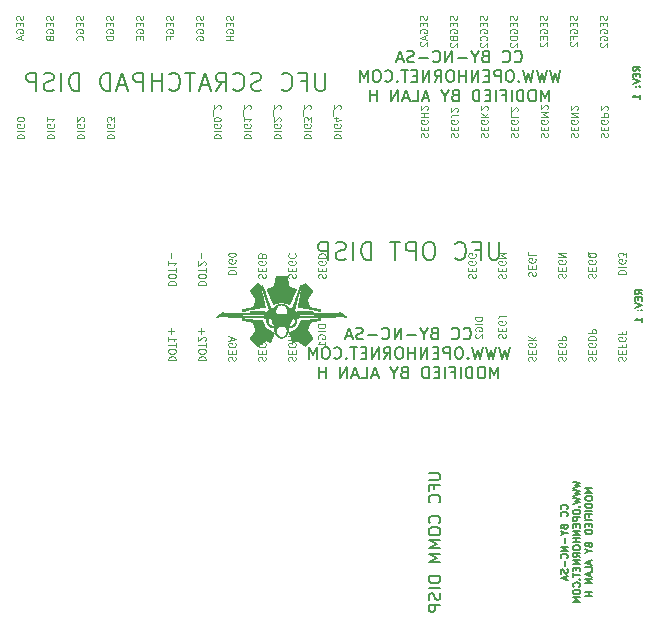
<source format=gbr>
G04 #@! TF.GenerationSoftware,KiCad,Pcbnew,(5.1.9)-1*
G04 #@! TF.CreationDate,2021-05-14T22:38:37-04:00*
G04 #@! TF.ProjectId,PanelizedDisplays,50616e65-6c69-47a6-9564-446973706c61,rev?*
G04 #@! TF.SameCoordinates,Original*
G04 #@! TF.FileFunction,Legend,Bot*
G04 #@! TF.FilePolarity,Positive*
%FSLAX46Y46*%
G04 Gerber Fmt 4.6, Leading zero omitted, Abs format (unit mm)*
G04 Created by KiCad (PCBNEW (5.1.9)-1) date 2021-05-14 22:38:37*
%MOMM*%
%LPD*%
G01*
G04 APERTURE LIST*
%ADD10C,0.150000*%
%ADD11C,0.200000*%
%ADD12C,0.120000*%
%ADD13C,0.110000*%
%ADD14C,0.010000*%
G04 APERTURE END LIST*
D10*
X128879785Y-132279500D02*
X128908357Y-132250928D01*
X128936928Y-132165214D01*
X128936928Y-132108071D01*
X128908357Y-132022357D01*
X128851214Y-131965214D01*
X128794071Y-131936642D01*
X128679785Y-131908071D01*
X128594071Y-131908071D01*
X128479785Y-131936642D01*
X128422642Y-131965214D01*
X128365500Y-132022357D01*
X128336928Y-132108071D01*
X128336928Y-132165214D01*
X128365500Y-132250928D01*
X128394071Y-132279500D01*
X128879785Y-132879500D02*
X128908357Y-132850928D01*
X128936928Y-132765214D01*
X128936928Y-132708071D01*
X128908357Y-132622357D01*
X128851214Y-132565214D01*
X128794071Y-132536642D01*
X128679785Y-132508071D01*
X128594071Y-132508071D01*
X128479785Y-132536642D01*
X128422642Y-132565214D01*
X128365500Y-132622357D01*
X128336928Y-132708071D01*
X128336928Y-132765214D01*
X128365500Y-132850928D01*
X128394071Y-132879500D01*
X128622642Y-133793785D02*
X128651214Y-133879500D01*
X128679785Y-133908071D01*
X128736928Y-133936642D01*
X128822642Y-133936642D01*
X128879785Y-133908071D01*
X128908357Y-133879500D01*
X128936928Y-133822357D01*
X128936928Y-133593785D01*
X128336928Y-133593785D01*
X128336928Y-133793785D01*
X128365500Y-133850928D01*
X128394071Y-133879500D01*
X128451214Y-133908071D01*
X128508357Y-133908071D01*
X128565500Y-133879500D01*
X128594071Y-133850928D01*
X128622642Y-133793785D01*
X128622642Y-133593785D01*
X128651214Y-134308071D02*
X128936928Y-134308071D01*
X128336928Y-134108071D02*
X128651214Y-134308071D01*
X128336928Y-134508071D01*
X128708357Y-134708071D02*
X128708357Y-135165214D01*
X128936928Y-135450928D02*
X128336928Y-135450928D01*
X128936928Y-135793785D01*
X128336928Y-135793785D01*
X128879785Y-136422357D02*
X128908357Y-136393785D01*
X128936928Y-136308071D01*
X128936928Y-136250928D01*
X128908357Y-136165214D01*
X128851214Y-136108071D01*
X128794071Y-136079500D01*
X128679785Y-136050928D01*
X128594071Y-136050928D01*
X128479785Y-136079500D01*
X128422642Y-136108071D01*
X128365500Y-136165214D01*
X128336928Y-136250928D01*
X128336928Y-136308071D01*
X128365500Y-136393785D01*
X128394071Y-136422357D01*
X128708357Y-136679500D02*
X128708357Y-137136642D01*
X128908357Y-137393785D02*
X128936928Y-137479500D01*
X128936928Y-137622357D01*
X128908357Y-137679500D01*
X128879785Y-137708071D01*
X128822642Y-137736642D01*
X128765500Y-137736642D01*
X128708357Y-137708071D01*
X128679785Y-137679500D01*
X128651214Y-137622357D01*
X128622642Y-137508071D01*
X128594071Y-137450928D01*
X128565500Y-137422357D01*
X128508357Y-137393785D01*
X128451214Y-137393785D01*
X128394071Y-137422357D01*
X128365500Y-137450928D01*
X128336928Y-137508071D01*
X128336928Y-137650928D01*
X128365500Y-137736642D01*
X128765500Y-137965214D02*
X128765500Y-138250928D01*
X128936928Y-137908071D02*
X128336928Y-138108071D01*
X128936928Y-138308071D01*
X129386928Y-129950928D02*
X129986928Y-130093785D01*
X129558357Y-130208071D01*
X129986928Y-130322357D01*
X129386928Y-130465214D01*
X129386928Y-130636642D02*
X129986928Y-130779500D01*
X129558357Y-130893785D01*
X129986928Y-131008071D01*
X129386928Y-131150928D01*
X129386928Y-131322357D02*
X129986928Y-131465214D01*
X129558357Y-131579500D01*
X129986928Y-131693785D01*
X129386928Y-131836642D01*
X129929785Y-132065214D02*
X129958357Y-132093785D01*
X129986928Y-132065214D01*
X129958357Y-132036642D01*
X129929785Y-132065214D01*
X129986928Y-132065214D01*
X129386928Y-132465214D02*
X129386928Y-132579500D01*
X129415500Y-132636642D01*
X129472642Y-132693785D01*
X129586928Y-132722357D01*
X129786928Y-132722357D01*
X129901214Y-132693785D01*
X129958357Y-132636642D01*
X129986928Y-132579500D01*
X129986928Y-132465214D01*
X129958357Y-132408071D01*
X129901214Y-132350928D01*
X129786928Y-132322357D01*
X129586928Y-132322357D01*
X129472642Y-132350928D01*
X129415500Y-132408071D01*
X129386928Y-132465214D01*
X129986928Y-132979500D02*
X129386928Y-132979500D01*
X129386928Y-133208071D01*
X129415500Y-133265214D01*
X129444071Y-133293785D01*
X129501214Y-133322357D01*
X129586928Y-133322357D01*
X129644071Y-133293785D01*
X129672642Y-133265214D01*
X129701214Y-133208071D01*
X129701214Y-132979500D01*
X129672642Y-133579500D02*
X129672642Y-133779500D01*
X129986928Y-133865214D02*
X129986928Y-133579500D01*
X129386928Y-133579500D01*
X129386928Y-133865214D01*
X129986928Y-134122357D02*
X129386928Y-134122357D01*
X129986928Y-134465214D01*
X129386928Y-134465214D01*
X129986928Y-134750928D02*
X129386928Y-134750928D01*
X129672642Y-134750928D02*
X129672642Y-135093785D01*
X129986928Y-135093785D02*
X129386928Y-135093785D01*
X129386928Y-135493785D02*
X129386928Y-135608071D01*
X129415500Y-135665214D01*
X129472642Y-135722357D01*
X129586928Y-135750928D01*
X129786928Y-135750928D01*
X129901214Y-135722357D01*
X129958357Y-135665214D01*
X129986928Y-135608071D01*
X129986928Y-135493785D01*
X129958357Y-135436642D01*
X129901214Y-135379500D01*
X129786928Y-135350928D01*
X129586928Y-135350928D01*
X129472642Y-135379500D01*
X129415500Y-135436642D01*
X129386928Y-135493785D01*
X129986928Y-136350928D02*
X129701214Y-136150928D01*
X129986928Y-136008071D02*
X129386928Y-136008071D01*
X129386928Y-136236642D01*
X129415500Y-136293785D01*
X129444071Y-136322357D01*
X129501214Y-136350928D01*
X129586928Y-136350928D01*
X129644071Y-136322357D01*
X129672642Y-136293785D01*
X129701214Y-136236642D01*
X129701214Y-136008071D01*
X129986928Y-136608071D02*
X129386928Y-136608071D01*
X129986928Y-136950928D01*
X129386928Y-136950928D01*
X129672642Y-137236642D02*
X129672642Y-137436642D01*
X129986928Y-137522357D02*
X129986928Y-137236642D01*
X129386928Y-137236642D01*
X129386928Y-137522357D01*
X129386928Y-137693785D02*
X129386928Y-138036642D01*
X129986928Y-137865214D02*
X129386928Y-137865214D01*
X129929785Y-138236642D02*
X129958357Y-138265214D01*
X129986928Y-138236642D01*
X129958357Y-138208071D01*
X129929785Y-138236642D01*
X129986928Y-138236642D01*
X129929785Y-138865214D02*
X129958357Y-138836642D01*
X129986928Y-138750928D01*
X129986928Y-138693785D01*
X129958357Y-138608071D01*
X129901214Y-138550928D01*
X129844071Y-138522357D01*
X129729785Y-138493785D01*
X129644071Y-138493785D01*
X129529785Y-138522357D01*
X129472642Y-138550928D01*
X129415500Y-138608071D01*
X129386928Y-138693785D01*
X129386928Y-138750928D01*
X129415500Y-138836642D01*
X129444071Y-138865214D01*
X129386928Y-139236642D02*
X129386928Y-139350928D01*
X129415500Y-139408071D01*
X129472642Y-139465214D01*
X129586928Y-139493785D01*
X129786928Y-139493785D01*
X129901214Y-139465214D01*
X129958357Y-139408071D01*
X129986928Y-139350928D01*
X129986928Y-139236642D01*
X129958357Y-139179500D01*
X129901214Y-139122357D01*
X129786928Y-139093785D01*
X129586928Y-139093785D01*
X129472642Y-139122357D01*
X129415500Y-139179500D01*
X129386928Y-139236642D01*
X129986928Y-139750928D02*
X129386928Y-139750928D01*
X129815500Y-139950928D01*
X129386928Y-140150928D01*
X129986928Y-140150928D01*
X131036928Y-130522357D02*
X130436928Y-130522357D01*
X130865500Y-130722357D01*
X130436928Y-130922357D01*
X131036928Y-130922357D01*
X130436928Y-131322357D02*
X130436928Y-131436642D01*
X130465500Y-131493785D01*
X130522642Y-131550928D01*
X130636928Y-131579500D01*
X130836928Y-131579500D01*
X130951214Y-131550928D01*
X131008357Y-131493785D01*
X131036928Y-131436642D01*
X131036928Y-131322357D01*
X131008357Y-131265214D01*
X130951214Y-131208071D01*
X130836928Y-131179500D01*
X130636928Y-131179500D01*
X130522642Y-131208071D01*
X130465500Y-131265214D01*
X130436928Y-131322357D01*
X131036928Y-131836642D02*
X130436928Y-131836642D01*
X130436928Y-131979500D01*
X130465500Y-132065214D01*
X130522642Y-132122357D01*
X130579785Y-132150928D01*
X130694071Y-132179500D01*
X130779785Y-132179500D01*
X130894071Y-132150928D01*
X130951214Y-132122357D01*
X131008357Y-132065214D01*
X131036928Y-131979500D01*
X131036928Y-131836642D01*
X131036928Y-132436642D02*
X130436928Y-132436642D01*
X130722642Y-132922357D02*
X130722642Y-132722357D01*
X131036928Y-132722357D02*
X130436928Y-132722357D01*
X130436928Y-133008071D01*
X131036928Y-133236642D02*
X130436928Y-133236642D01*
X130722642Y-133522357D02*
X130722642Y-133722357D01*
X131036928Y-133808071D02*
X131036928Y-133522357D01*
X130436928Y-133522357D01*
X130436928Y-133808071D01*
X131036928Y-134065214D02*
X130436928Y-134065214D01*
X130436928Y-134208071D01*
X130465500Y-134293785D01*
X130522642Y-134350928D01*
X130579785Y-134379500D01*
X130694071Y-134408071D01*
X130779785Y-134408071D01*
X130894071Y-134379500D01*
X130951214Y-134350928D01*
X131008357Y-134293785D01*
X131036928Y-134208071D01*
X131036928Y-134065214D01*
X130722642Y-135322357D02*
X130751214Y-135408071D01*
X130779785Y-135436642D01*
X130836928Y-135465214D01*
X130922642Y-135465214D01*
X130979785Y-135436642D01*
X131008357Y-135408071D01*
X131036928Y-135350928D01*
X131036928Y-135122357D01*
X130436928Y-135122357D01*
X130436928Y-135322357D01*
X130465500Y-135379500D01*
X130494071Y-135408071D01*
X130551214Y-135436642D01*
X130608357Y-135436642D01*
X130665500Y-135408071D01*
X130694071Y-135379500D01*
X130722642Y-135322357D01*
X130722642Y-135122357D01*
X130751214Y-135836642D02*
X131036928Y-135836642D01*
X130436928Y-135636642D02*
X130751214Y-135836642D01*
X130436928Y-136036642D01*
X130865500Y-136665214D02*
X130865500Y-136950928D01*
X131036928Y-136608071D02*
X130436928Y-136808071D01*
X131036928Y-137008071D01*
X131036928Y-137493785D02*
X131036928Y-137208071D01*
X130436928Y-137208071D01*
X130865500Y-137665214D02*
X130865500Y-137950928D01*
X131036928Y-137608071D02*
X130436928Y-137808071D01*
X131036928Y-138008071D01*
X131036928Y-138208071D02*
X130436928Y-138208071D01*
X131036928Y-138550928D01*
X130436928Y-138550928D01*
X131036928Y-139293785D02*
X130436928Y-139293785D01*
X130722642Y-139293785D02*
X130722642Y-139636642D01*
X131036928Y-139636642D02*
X130436928Y-139636642D01*
D11*
X117167880Y-129222357D02*
X117977404Y-129222357D01*
X118072642Y-129269976D01*
X118120261Y-129317595D01*
X118167880Y-129412833D01*
X118167880Y-129603309D01*
X118120261Y-129698547D01*
X118072642Y-129746166D01*
X117977404Y-129793785D01*
X117167880Y-129793785D01*
X117644071Y-130603309D02*
X117644071Y-130269976D01*
X118167880Y-130269976D02*
X117167880Y-130269976D01*
X117167880Y-130746166D01*
X118072642Y-131698547D02*
X118120261Y-131650928D01*
X118167880Y-131508071D01*
X118167880Y-131412833D01*
X118120261Y-131269976D01*
X118025023Y-131174738D01*
X117929785Y-131127119D01*
X117739309Y-131079500D01*
X117596452Y-131079500D01*
X117405976Y-131127119D01*
X117310738Y-131174738D01*
X117215500Y-131269976D01*
X117167880Y-131412833D01*
X117167880Y-131508071D01*
X117215500Y-131650928D01*
X117263119Y-131698547D01*
X118072642Y-133460452D02*
X118120261Y-133412833D01*
X118167880Y-133269976D01*
X118167880Y-133174738D01*
X118120261Y-133031880D01*
X118025023Y-132936642D01*
X117929785Y-132889023D01*
X117739309Y-132841404D01*
X117596452Y-132841404D01*
X117405976Y-132889023D01*
X117310738Y-132936642D01*
X117215500Y-133031880D01*
X117167880Y-133174738D01*
X117167880Y-133269976D01*
X117215500Y-133412833D01*
X117263119Y-133460452D01*
X117167880Y-134079500D02*
X117167880Y-134269976D01*
X117215500Y-134365214D01*
X117310738Y-134460452D01*
X117501214Y-134508071D01*
X117834547Y-134508071D01*
X118025023Y-134460452D01*
X118120261Y-134365214D01*
X118167880Y-134269976D01*
X118167880Y-134079500D01*
X118120261Y-133984261D01*
X118025023Y-133889023D01*
X117834547Y-133841404D01*
X117501214Y-133841404D01*
X117310738Y-133889023D01*
X117215500Y-133984261D01*
X117167880Y-134079500D01*
X118167880Y-134936642D02*
X117167880Y-134936642D01*
X117882166Y-135269976D01*
X117167880Y-135603309D01*
X118167880Y-135603309D01*
X118167880Y-136079500D02*
X117167880Y-136079500D01*
X117882166Y-136412833D01*
X117167880Y-136746166D01*
X118167880Y-136746166D01*
X118167880Y-137984261D02*
X117167880Y-137984261D01*
X117167880Y-138222357D01*
X117215500Y-138365214D01*
X117310738Y-138460452D01*
X117405976Y-138508071D01*
X117596452Y-138555690D01*
X117739309Y-138555690D01*
X117929785Y-138508071D01*
X118025023Y-138460452D01*
X118120261Y-138365214D01*
X118167880Y-138222357D01*
X118167880Y-137984261D01*
X118167880Y-138984261D02*
X117167880Y-138984261D01*
X118120261Y-139412833D02*
X118167880Y-139555690D01*
X118167880Y-139793785D01*
X118120261Y-139889023D01*
X118072642Y-139936642D01*
X117977404Y-139984261D01*
X117882166Y-139984261D01*
X117786928Y-139936642D01*
X117739309Y-139889023D01*
X117691690Y-139793785D01*
X117644071Y-139603309D01*
X117596452Y-139508071D01*
X117548833Y-139460452D01*
X117453595Y-139412833D01*
X117358357Y-139412833D01*
X117263119Y-139460452D01*
X117215500Y-139508071D01*
X117167880Y-139603309D01*
X117167880Y-139841404D01*
X117215500Y-139984261D01*
X118167880Y-140412833D02*
X117167880Y-140412833D01*
X117167880Y-140793785D01*
X117215500Y-140889023D01*
X117263119Y-140936642D01*
X117358357Y-140984261D01*
X117501214Y-140984261D01*
X117596452Y-140936642D01*
X117644071Y-140889023D01*
X117691690Y-140793785D01*
X117691690Y-140412833D01*
D12*
X122081857Y-90516285D02*
X122110428Y-90602000D01*
X122110428Y-90744857D01*
X122081857Y-90802000D01*
X122053285Y-90830571D01*
X121996142Y-90859142D01*
X121939000Y-90859142D01*
X121881857Y-90830571D01*
X121853285Y-90802000D01*
X121824714Y-90744857D01*
X121796142Y-90630571D01*
X121767571Y-90573428D01*
X121739000Y-90544857D01*
X121681857Y-90516285D01*
X121624714Y-90516285D01*
X121567571Y-90544857D01*
X121539000Y-90573428D01*
X121510428Y-90630571D01*
X121510428Y-90773428D01*
X121539000Y-90859142D01*
X121796142Y-91116285D02*
X121796142Y-91316285D01*
X122110428Y-91402000D02*
X122110428Y-91116285D01*
X121510428Y-91116285D01*
X121510428Y-91402000D01*
X121539000Y-91973428D02*
X121510428Y-91916285D01*
X121510428Y-91830571D01*
X121539000Y-91744857D01*
X121596142Y-91687714D01*
X121653285Y-91659142D01*
X121767571Y-91630571D01*
X121853285Y-91630571D01*
X121967571Y-91659142D01*
X122024714Y-91687714D01*
X122081857Y-91744857D01*
X122110428Y-91830571D01*
X122110428Y-91887714D01*
X122081857Y-91973428D01*
X122053285Y-92002000D01*
X121853285Y-92002000D01*
X121853285Y-91887714D01*
X122053285Y-92602000D02*
X122081857Y-92573428D01*
X122110428Y-92487714D01*
X122110428Y-92430571D01*
X122081857Y-92344857D01*
X122024714Y-92287714D01*
X121967571Y-92259142D01*
X121853285Y-92230571D01*
X121767571Y-92230571D01*
X121653285Y-92259142D01*
X121596142Y-92287714D01*
X121539000Y-92344857D01*
X121510428Y-92430571D01*
X121510428Y-92487714D01*
X121539000Y-92573428D01*
X121567571Y-92602000D01*
X121567571Y-92830571D02*
X121539000Y-92859142D01*
X121510428Y-92916285D01*
X121510428Y-93059142D01*
X121539000Y-93116285D01*
X121567571Y-93144857D01*
X121624714Y-93173428D01*
X121681857Y-93173428D01*
X121767571Y-93144857D01*
X122110428Y-92802000D01*
X122110428Y-93173428D01*
X132241857Y-90516285D02*
X132270428Y-90602000D01*
X132270428Y-90744857D01*
X132241857Y-90802000D01*
X132213285Y-90830571D01*
X132156142Y-90859142D01*
X132099000Y-90859142D01*
X132041857Y-90830571D01*
X132013285Y-90802000D01*
X131984714Y-90744857D01*
X131956142Y-90630571D01*
X131927571Y-90573428D01*
X131899000Y-90544857D01*
X131841857Y-90516285D01*
X131784714Y-90516285D01*
X131727571Y-90544857D01*
X131699000Y-90573428D01*
X131670428Y-90630571D01*
X131670428Y-90773428D01*
X131699000Y-90859142D01*
X131956142Y-91116285D02*
X131956142Y-91316285D01*
X132270428Y-91402000D02*
X132270428Y-91116285D01*
X131670428Y-91116285D01*
X131670428Y-91402000D01*
X131699000Y-91973428D02*
X131670428Y-91916285D01*
X131670428Y-91830571D01*
X131699000Y-91744857D01*
X131756142Y-91687714D01*
X131813285Y-91659142D01*
X131927571Y-91630571D01*
X132013285Y-91630571D01*
X132127571Y-91659142D01*
X132184714Y-91687714D01*
X132241857Y-91744857D01*
X132270428Y-91830571D01*
X132270428Y-91887714D01*
X132241857Y-91973428D01*
X132213285Y-92002000D01*
X132013285Y-92002000D01*
X132013285Y-91887714D01*
X131699000Y-92573428D02*
X131670428Y-92516285D01*
X131670428Y-92430571D01*
X131699000Y-92344857D01*
X131756142Y-92287714D01*
X131813285Y-92259142D01*
X131927571Y-92230571D01*
X132013285Y-92230571D01*
X132127571Y-92259142D01*
X132184714Y-92287714D01*
X132241857Y-92344857D01*
X132270428Y-92430571D01*
X132270428Y-92487714D01*
X132241857Y-92573428D01*
X132213285Y-92602000D01*
X132013285Y-92602000D01*
X132013285Y-92487714D01*
X131727571Y-92830571D02*
X131699000Y-92859142D01*
X131670428Y-92916285D01*
X131670428Y-93059142D01*
X131699000Y-93116285D01*
X131727571Y-93144857D01*
X131784714Y-93173428D01*
X131841857Y-93173428D01*
X131927571Y-93144857D01*
X132270428Y-92802000D01*
X132270428Y-93173428D01*
X129701857Y-90516285D02*
X129730428Y-90602000D01*
X129730428Y-90744857D01*
X129701857Y-90802000D01*
X129673285Y-90830571D01*
X129616142Y-90859142D01*
X129559000Y-90859142D01*
X129501857Y-90830571D01*
X129473285Y-90802000D01*
X129444714Y-90744857D01*
X129416142Y-90630571D01*
X129387571Y-90573428D01*
X129359000Y-90544857D01*
X129301857Y-90516285D01*
X129244714Y-90516285D01*
X129187571Y-90544857D01*
X129159000Y-90573428D01*
X129130428Y-90630571D01*
X129130428Y-90773428D01*
X129159000Y-90859142D01*
X129416142Y-91116285D02*
X129416142Y-91316285D01*
X129730428Y-91402000D02*
X129730428Y-91116285D01*
X129130428Y-91116285D01*
X129130428Y-91402000D01*
X129159000Y-91973428D02*
X129130428Y-91916285D01*
X129130428Y-91830571D01*
X129159000Y-91744857D01*
X129216142Y-91687714D01*
X129273285Y-91659142D01*
X129387571Y-91630571D01*
X129473285Y-91630571D01*
X129587571Y-91659142D01*
X129644714Y-91687714D01*
X129701857Y-91744857D01*
X129730428Y-91830571D01*
X129730428Y-91887714D01*
X129701857Y-91973428D01*
X129673285Y-92002000D01*
X129473285Y-92002000D01*
X129473285Y-91887714D01*
X129416142Y-92459142D02*
X129416142Y-92259142D01*
X129730428Y-92259142D02*
X129130428Y-92259142D01*
X129130428Y-92544857D01*
X129187571Y-92744857D02*
X129159000Y-92773428D01*
X129130428Y-92830571D01*
X129130428Y-92973428D01*
X129159000Y-93030571D01*
X129187571Y-93059142D01*
X129244714Y-93087714D01*
X129301857Y-93087714D01*
X129387571Y-93059142D01*
X129730428Y-92716285D01*
X129730428Y-93087714D01*
X119541857Y-90516285D02*
X119570428Y-90602000D01*
X119570428Y-90744857D01*
X119541857Y-90802000D01*
X119513285Y-90830571D01*
X119456142Y-90859142D01*
X119399000Y-90859142D01*
X119341857Y-90830571D01*
X119313285Y-90802000D01*
X119284714Y-90744857D01*
X119256142Y-90630571D01*
X119227571Y-90573428D01*
X119199000Y-90544857D01*
X119141857Y-90516285D01*
X119084714Y-90516285D01*
X119027571Y-90544857D01*
X118999000Y-90573428D01*
X118970428Y-90630571D01*
X118970428Y-90773428D01*
X118999000Y-90859142D01*
X119256142Y-91116285D02*
X119256142Y-91316285D01*
X119570428Y-91402000D02*
X119570428Y-91116285D01*
X118970428Y-91116285D01*
X118970428Y-91402000D01*
X118999000Y-91973428D02*
X118970428Y-91916285D01*
X118970428Y-91830571D01*
X118999000Y-91744857D01*
X119056142Y-91687714D01*
X119113285Y-91659142D01*
X119227571Y-91630571D01*
X119313285Y-91630571D01*
X119427571Y-91659142D01*
X119484714Y-91687714D01*
X119541857Y-91744857D01*
X119570428Y-91830571D01*
X119570428Y-91887714D01*
X119541857Y-91973428D01*
X119513285Y-92002000D01*
X119313285Y-92002000D01*
X119313285Y-91887714D01*
X119256142Y-92459142D02*
X119284714Y-92544857D01*
X119313285Y-92573428D01*
X119370428Y-92602000D01*
X119456142Y-92602000D01*
X119513285Y-92573428D01*
X119541857Y-92544857D01*
X119570428Y-92487714D01*
X119570428Y-92259142D01*
X118970428Y-92259142D01*
X118970428Y-92459142D01*
X118999000Y-92516285D01*
X119027571Y-92544857D01*
X119084714Y-92573428D01*
X119141857Y-92573428D01*
X119199000Y-92544857D01*
X119227571Y-92516285D01*
X119256142Y-92459142D01*
X119256142Y-92259142D01*
X119027571Y-92830571D02*
X118999000Y-92859142D01*
X118970428Y-92916285D01*
X118970428Y-93059142D01*
X118999000Y-93116285D01*
X119027571Y-93144857D01*
X119084714Y-93173428D01*
X119141857Y-93173428D01*
X119227571Y-93144857D01*
X119570428Y-92802000D01*
X119570428Y-93173428D01*
X124621857Y-90516285D02*
X124650428Y-90602000D01*
X124650428Y-90744857D01*
X124621857Y-90802000D01*
X124593285Y-90830571D01*
X124536142Y-90859142D01*
X124479000Y-90859142D01*
X124421857Y-90830571D01*
X124393285Y-90802000D01*
X124364714Y-90744857D01*
X124336142Y-90630571D01*
X124307571Y-90573428D01*
X124279000Y-90544857D01*
X124221857Y-90516285D01*
X124164714Y-90516285D01*
X124107571Y-90544857D01*
X124079000Y-90573428D01*
X124050428Y-90630571D01*
X124050428Y-90773428D01*
X124079000Y-90859142D01*
X124336142Y-91116285D02*
X124336142Y-91316285D01*
X124650428Y-91402000D02*
X124650428Y-91116285D01*
X124050428Y-91116285D01*
X124050428Y-91402000D01*
X124079000Y-91973428D02*
X124050428Y-91916285D01*
X124050428Y-91830571D01*
X124079000Y-91744857D01*
X124136142Y-91687714D01*
X124193285Y-91659142D01*
X124307571Y-91630571D01*
X124393285Y-91630571D01*
X124507571Y-91659142D01*
X124564714Y-91687714D01*
X124621857Y-91744857D01*
X124650428Y-91830571D01*
X124650428Y-91887714D01*
X124621857Y-91973428D01*
X124593285Y-92002000D01*
X124393285Y-92002000D01*
X124393285Y-91887714D01*
X124650428Y-92259142D02*
X124050428Y-92259142D01*
X124050428Y-92402000D01*
X124079000Y-92487714D01*
X124136142Y-92544857D01*
X124193285Y-92573428D01*
X124307571Y-92602000D01*
X124393285Y-92602000D01*
X124507571Y-92573428D01*
X124564714Y-92544857D01*
X124621857Y-92487714D01*
X124650428Y-92402000D01*
X124650428Y-92259142D01*
X124107571Y-92830571D02*
X124079000Y-92859142D01*
X124050428Y-92916285D01*
X124050428Y-93059142D01*
X124079000Y-93116285D01*
X124107571Y-93144857D01*
X124164714Y-93173428D01*
X124221857Y-93173428D01*
X124307571Y-93144857D01*
X124650428Y-92802000D01*
X124650428Y-93173428D01*
X117001857Y-90516285D02*
X117030428Y-90602000D01*
X117030428Y-90744857D01*
X117001857Y-90802000D01*
X116973285Y-90830571D01*
X116916142Y-90859142D01*
X116859000Y-90859142D01*
X116801857Y-90830571D01*
X116773285Y-90802000D01*
X116744714Y-90744857D01*
X116716142Y-90630571D01*
X116687571Y-90573428D01*
X116659000Y-90544857D01*
X116601857Y-90516285D01*
X116544714Y-90516285D01*
X116487571Y-90544857D01*
X116459000Y-90573428D01*
X116430428Y-90630571D01*
X116430428Y-90773428D01*
X116459000Y-90859142D01*
X116716142Y-91116285D02*
X116716142Y-91316285D01*
X117030428Y-91402000D02*
X117030428Y-91116285D01*
X116430428Y-91116285D01*
X116430428Y-91402000D01*
X116459000Y-91973428D02*
X116430428Y-91916285D01*
X116430428Y-91830571D01*
X116459000Y-91744857D01*
X116516142Y-91687714D01*
X116573285Y-91659142D01*
X116687571Y-91630571D01*
X116773285Y-91630571D01*
X116887571Y-91659142D01*
X116944714Y-91687714D01*
X117001857Y-91744857D01*
X117030428Y-91830571D01*
X117030428Y-91887714D01*
X117001857Y-91973428D01*
X116973285Y-92002000D01*
X116773285Y-92002000D01*
X116773285Y-91887714D01*
X116859000Y-92230571D02*
X116859000Y-92516285D01*
X117030428Y-92173428D02*
X116430428Y-92373428D01*
X117030428Y-92573428D01*
X116487571Y-92744857D02*
X116459000Y-92773428D01*
X116430428Y-92830571D01*
X116430428Y-92973428D01*
X116459000Y-93030571D01*
X116487571Y-93059142D01*
X116544714Y-93087714D01*
X116601857Y-93087714D01*
X116687571Y-93059142D01*
X117030428Y-92716285D01*
X117030428Y-93087714D01*
X127161857Y-90516285D02*
X127190428Y-90602000D01*
X127190428Y-90744857D01*
X127161857Y-90802000D01*
X127133285Y-90830571D01*
X127076142Y-90859142D01*
X127019000Y-90859142D01*
X126961857Y-90830571D01*
X126933285Y-90802000D01*
X126904714Y-90744857D01*
X126876142Y-90630571D01*
X126847571Y-90573428D01*
X126819000Y-90544857D01*
X126761857Y-90516285D01*
X126704714Y-90516285D01*
X126647571Y-90544857D01*
X126619000Y-90573428D01*
X126590428Y-90630571D01*
X126590428Y-90773428D01*
X126619000Y-90859142D01*
X126876142Y-91116285D02*
X126876142Y-91316285D01*
X127190428Y-91402000D02*
X127190428Y-91116285D01*
X126590428Y-91116285D01*
X126590428Y-91402000D01*
X126619000Y-91973428D02*
X126590428Y-91916285D01*
X126590428Y-91830571D01*
X126619000Y-91744857D01*
X126676142Y-91687714D01*
X126733285Y-91659142D01*
X126847571Y-91630571D01*
X126933285Y-91630571D01*
X127047571Y-91659142D01*
X127104714Y-91687714D01*
X127161857Y-91744857D01*
X127190428Y-91830571D01*
X127190428Y-91887714D01*
X127161857Y-91973428D01*
X127133285Y-92002000D01*
X126933285Y-92002000D01*
X126933285Y-91887714D01*
X126876142Y-92259142D02*
X126876142Y-92459142D01*
X127190428Y-92544857D02*
X127190428Y-92259142D01*
X126590428Y-92259142D01*
X126590428Y-92544857D01*
X126647571Y-92773428D02*
X126619000Y-92802000D01*
X126590428Y-92859142D01*
X126590428Y-93002000D01*
X126619000Y-93059142D01*
X126647571Y-93087714D01*
X126704714Y-93116285D01*
X126761857Y-93116285D01*
X126847571Y-93087714D01*
X127190428Y-92744857D01*
X127190428Y-93116285D01*
X131756142Y-100799714D02*
X131727571Y-100714000D01*
X131727571Y-100571142D01*
X131756142Y-100514000D01*
X131784714Y-100485428D01*
X131841857Y-100456857D01*
X131899000Y-100456857D01*
X131956142Y-100485428D01*
X131984714Y-100514000D01*
X132013285Y-100571142D01*
X132041857Y-100685428D01*
X132070428Y-100742571D01*
X132099000Y-100771142D01*
X132156142Y-100799714D01*
X132213285Y-100799714D01*
X132270428Y-100771142D01*
X132299000Y-100742571D01*
X132327571Y-100685428D01*
X132327571Y-100542571D01*
X132299000Y-100456857D01*
X132041857Y-100199714D02*
X132041857Y-99999714D01*
X131727571Y-99914000D02*
X131727571Y-100199714D01*
X132327571Y-100199714D01*
X132327571Y-99914000D01*
X132299000Y-99342571D02*
X132327571Y-99399714D01*
X132327571Y-99485428D01*
X132299000Y-99571142D01*
X132241857Y-99628285D01*
X132184714Y-99656857D01*
X132070428Y-99685428D01*
X131984714Y-99685428D01*
X131870428Y-99656857D01*
X131813285Y-99628285D01*
X131756142Y-99571142D01*
X131727571Y-99485428D01*
X131727571Y-99428285D01*
X131756142Y-99342571D01*
X131784714Y-99314000D01*
X131984714Y-99314000D01*
X131984714Y-99428285D01*
X131727571Y-99056857D02*
X132327571Y-99056857D01*
X132327571Y-98828285D01*
X132299000Y-98771142D01*
X132270428Y-98742571D01*
X132213285Y-98714000D01*
X132127571Y-98714000D01*
X132070428Y-98742571D01*
X132041857Y-98771142D01*
X132013285Y-98828285D01*
X132013285Y-99056857D01*
X132270428Y-98485428D02*
X132299000Y-98456857D01*
X132327571Y-98399714D01*
X132327571Y-98256857D01*
X132299000Y-98199714D01*
X132270428Y-98171142D01*
X132213285Y-98142571D01*
X132156142Y-98142571D01*
X132070428Y-98171142D01*
X131727571Y-98514000D01*
X131727571Y-98142571D01*
X129216142Y-100799714D02*
X129187571Y-100714000D01*
X129187571Y-100571142D01*
X129216142Y-100514000D01*
X129244714Y-100485428D01*
X129301857Y-100456857D01*
X129359000Y-100456857D01*
X129416142Y-100485428D01*
X129444714Y-100514000D01*
X129473285Y-100571142D01*
X129501857Y-100685428D01*
X129530428Y-100742571D01*
X129559000Y-100771142D01*
X129616142Y-100799714D01*
X129673285Y-100799714D01*
X129730428Y-100771142D01*
X129759000Y-100742571D01*
X129787571Y-100685428D01*
X129787571Y-100542571D01*
X129759000Y-100456857D01*
X129501857Y-100199714D02*
X129501857Y-99999714D01*
X129187571Y-99914000D02*
X129187571Y-100199714D01*
X129787571Y-100199714D01*
X129787571Y-99914000D01*
X129759000Y-99342571D02*
X129787571Y-99399714D01*
X129787571Y-99485428D01*
X129759000Y-99571142D01*
X129701857Y-99628285D01*
X129644714Y-99656857D01*
X129530428Y-99685428D01*
X129444714Y-99685428D01*
X129330428Y-99656857D01*
X129273285Y-99628285D01*
X129216142Y-99571142D01*
X129187571Y-99485428D01*
X129187571Y-99428285D01*
X129216142Y-99342571D01*
X129244714Y-99314000D01*
X129444714Y-99314000D01*
X129444714Y-99428285D01*
X129187571Y-99056857D02*
X129787571Y-99056857D01*
X129187571Y-98714000D01*
X129787571Y-98714000D01*
X129730428Y-98456857D02*
X129759000Y-98428285D01*
X129787571Y-98371142D01*
X129787571Y-98228285D01*
X129759000Y-98171142D01*
X129730428Y-98142571D01*
X129673285Y-98114000D01*
X129616142Y-98114000D01*
X129530428Y-98142571D01*
X129187571Y-98485428D01*
X129187571Y-98114000D01*
X126676142Y-100799714D02*
X126647571Y-100714000D01*
X126647571Y-100571142D01*
X126676142Y-100514000D01*
X126704714Y-100485428D01*
X126761857Y-100456857D01*
X126819000Y-100456857D01*
X126876142Y-100485428D01*
X126904714Y-100514000D01*
X126933285Y-100571142D01*
X126961857Y-100685428D01*
X126990428Y-100742571D01*
X127019000Y-100771142D01*
X127076142Y-100799714D01*
X127133285Y-100799714D01*
X127190428Y-100771142D01*
X127219000Y-100742571D01*
X127247571Y-100685428D01*
X127247571Y-100542571D01*
X127219000Y-100456857D01*
X126961857Y-100199714D02*
X126961857Y-99999714D01*
X126647571Y-99914000D02*
X126647571Y-100199714D01*
X127247571Y-100199714D01*
X127247571Y-99914000D01*
X127219000Y-99342571D02*
X127247571Y-99399714D01*
X127247571Y-99485428D01*
X127219000Y-99571142D01*
X127161857Y-99628285D01*
X127104714Y-99656857D01*
X126990428Y-99685428D01*
X126904714Y-99685428D01*
X126790428Y-99656857D01*
X126733285Y-99628285D01*
X126676142Y-99571142D01*
X126647571Y-99485428D01*
X126647571Y-99428285D01*
X126676142Y-99342571D01*
X126704714Y-99314000D01*
X126904714Y-99314000D01*
X126904714Y-99428285D01*
X126647571Y-99056857D02*
X127247571Y-99056857D01*
X126819000Y-98856857D01*
X127247571Y-98656857D01*
X126647571Y-98656857D01*
X127190428Y-98399714D02*
X127219000Y-98371142D01*
X127247571Y-98314000D01*
X127247571Y-98171142D01*
X127219000Y-98114000D01*
X127190428Y-98085428D01*
X127133285Y-98056857D01*
X127076142Y-98056857D01*
X126990428Y-98085428D01*
X126647571Y-98428285D01*
X126647571Y-98056857D01*
X124136142Y-100799714D02*
X124107571Y-100714000D01*
X124107571Y-100571142D01*
X124136142Y-100514000D01*
X124164714Y-100485428D01*
X124221857Y-100456857D01*
X124279000Y-100456857D01*
X124336142Y-100485428D01*
X124364714Y-100514000D01*
X124393285Y-100571142D01*
X124421857Y-100685428D01*
X124450428Y-100742571D01*
X124479000Y-100771142D01*
X124536142Y-100799714D01*
X124593285Y-100799714D01*
X124650428Y-100771142D01*
X124679000Y-100742571D01*
X124707571Y-100685428D01*
X124707571Y-100542571D01*
X124679000Y-100456857D01*
X124421857Y-100199714D02*
X124421857Y-99999714D01*
X124107571Y-99914000D02*
X124107571Y-100199714D01*
X124707571Y-100199714D01*
X124707571Y-99914000D01*
X124679000Y-99342571D02*
X124707571Y-99399714D01*
X124707571Y-99485428D01*
X124679000Y-99571142D01*
X124621857Y-99628285D01*
X124564714Y-99656857D01*
X124450428Y-99685428D01*
X124364714Y-99685428D01*
X124250428Y-99656857D01*
X124193285Y-99628285D01*
X124136142Y-99571142D01*
X124107571Y-99485428D01*
X124107571Y-99428285D01*
X124136142Y-99342571D01*
X124164714Y-99314000D01*
X124364714Y-99314000D01*
X124364714Y-99428285D01*
X124107571Y-98771142D02*
X124107571Y-99056857D01*
X124707571Y-99056857D01*
X124650428Y-98599714D02*
X124679000Y-98571142D01*
X124707571Y-98514000D01*
X124707571Y-98371142D01*
X124679000Y-98314000D01*
X124650428Y-98285428D01*
X124593285Y-98256857D01*
X124536142Y-98256857D01*
X124450428Y-98285428D01*
X124107571Y-98628285D01*
X124107571Y-98256857D01*
X121596142Y-100799714D02*
X121567571Y-100714000D01*
X121567571Y-100571142D01*
X121596142Y-100514000D01*
X121624714Y-100485428D01*
X121681857Y-100456857D01*
X121739000Y-100456857D01*
X121796142Y-100485428D01*
X121824714Y-100514000D01*
X121853285Y-100571142D01*
X121881857Y-100685428D01*
X121910428Y-100742571D01*
X121939000Y-100771142D01*
X121996142Y-100799714D01*
X122053285Y-100799714D01*
X122110428Y-100771142D01*
X122139000Y-100742571D01*
X122167571Y-100685428D01*
X122167571Y-100542571D01*
X122139000Y-100456857D01*
X121881857Y-100199714D02*
X121881857Y-99999714D01*
X121567571Y-99914000D02*
X121567571Y-100199714D01*
X122167571Y-100199714D01*
X122167571Y-99914000D01*
X122139000Y-99342571D02*
X122167571Y-99399714D01*
X122167571Y-99485428D01*
X122139000Y-99571142D01*
X122081857Y-99628285D01*
X122024714Y-99656857D01*
X121910428Y-99685428D01*
X121824714Y-99685428D01*
X121710428Y-99656857D01*
X121653285Y-99628285D01*
X121596142Y-99571142D01*
X121567571Y-99485428D01*
X121567571Y-99428285D01*
X121596142Y-99342571D01*
X121624714Y-99314000D01*
X121824714Y-99314000D01*
X121824714Y-99428285D01*
X121567571Y-99056857D02*
X122167571Y-99056857D01*
X121567571Y-98714000D02*
X121910428Y-98971142D01*
X122167571Y-98714000D02*
X121824714Y-99056857D01*
X122110428Y-98485428D02*
X122139000Y-98456857D01*
X122167571Y-98399714D01*
X122167571Y-98256857D01*
X122139000Y-98199714D01*
X122110428Y-98171142D01*
X122053285Y-98142571D01*
X121996142Y-98142571D01*
X121910428Y-98171142D01*
X121567571Y-98514000D01*
X121567571Y-98142571D01*
X119056142Y-100799714D02*
X119027571Y-100714000D01*
X119027571Y-100571142D01*
X119056142Y-100514000D01*
X119084714Y-100485428D01*
X119141857Y-100456857D01*
X119199000Y-100456857D01*
X119256142Y-100485428D01*
X119284714Y-100514000D01*
X119313285Y-100571142D01*
X119341857Y-100685428D01*
X119370428Y-100742571D01*
X119399000Y-100771142D01*
X119456142Y-100799714D01*
X119513285Y-100799714D01*
X119570428Y-100771142D01*
X119599000Y-100742571D01*
X119627571Y-100685428D01*
X119627571Y-100542571D01*
X119599000Y-100456857D01*
X119341857Y-100199714D02*
X119341857Y-99999714D01*
X119027571Y-99914000D02*
X119027571Y-100199714D01*
X119627571Y-100199714D01*
X119627571Y-99914000D01*
X119599000Y-99342571D02*
X119627571Y-99399714D01*
X119627571Y-99485428D01*
X119599000Y-99571142D01*
X119541857Y-99628285D01*
X119484714Y-99656857D01*
X119370428Y-99685428D01*
X119284714Y-99685428D01*
X119170428Y-99656857D01*
X119113285Y-99628285D01*
X119056142Y-99571142D01*
X119027571Y-99485428D01*
X119027571Y-99428285D01*
X119056142Y-99342571D01*
X119084714Y-99314000D01*
X119284714Y-99314000D01*
X119284714Y-99428285D01*
X119627571Y-98885428D02*
X119199000Y-98885428D01*
X119113285Y-98914000D01*
X119056142Y-98971142D01*
X119027571Y-99056857D01*
X119027571Y-99114000D01*
X119570428Y-98628285D02*
X119599000Y-98599714D01*
X119627571Y-98542571D01*
X119627571Y-98399714D01*
X119599000Y-98342571D01*
X119570428Y-98314000D01*
X119513285Y-98285428D01*
X119456142Y-98285428D01*
X119370428Y-98314000D01*
X119027571Y-98656857D01*
X119027571Y-98285428D01*
X116516142Y-100799714D02*
X116487571Y-100714000D01*
X116487571Y-100571142D01*
X116516142Y-100514000D01*
X116544714Y-100485428D01*
X116601857Y-100456857D01*
X116659000Y-100456857D01*
X116716142Y-100485428D01*
X116744714Y-100514000D01*
X116773285Y-100571142D01*
X116801857Y-100685428D01*
X116830428Y-100742571D01*
X116859000Y-100771142D01*
X116916142Y-100799714D01*
X116973285Y-100799714D01*
X117030428Y-100771142D01*
X117059000Y-100742571D01*
X117087571Y-100685428D01*
X117087571Y-100542571D01*
X117059000Y-100456857D01*
X116801857Y-100199714D02*
X116801857Y-99999714D01*
X116487571Y-99914000D02*
X116487571Y-100199714D01*
X117087571Y-100199714D01*
X117087571Y-99914000D01*
X117059000Y-99342571D02*
X117087571Y-99399714D01*
X117087571Y-99485428D01*
X117059000Y-99571142D01*
X117001857Y-99628285D01*
X116944714Y-99656857D01*
X116830428Y-99685428D01*
X116744714Y-99685428D01*
X116630428Y-99656857D01*
X116573285Y-99628285D01*
X116516142Y-99571142D01*
X116487571Y-99485428D01*
X116487571Y-99428285D01*
X116516142Y-99342571D01*
X116544714Y-99314000D01*
X116744714Y-99314000D01*
X116744714Y-99428285D01*
X116487571Y-99056857D02*
X117087571Y-99056857D01*
X116801857Y-99056857D02*
X116801857Y-98714000D01*
X116487571Y-98714000D02*
X117087571Y-98714000D01*
X117030428Y-98456857D02*
X117059000Y-98428285D01*
X117087571Y-98371142D01*
X117087571Y-98228285D01*
X117059000Y-98171142D01*
X117030428Y-98142571D01*
X116973285Y-98114000D01*
X116916142Y-98114000D01*
X116830428Y-98142571D01*
X116487571Y-98485428D01*
X116487571Y-98114000D01*
D13*
X109121571Y-100904642D02*
X109721571Y-100904642D01*
X109721571Y-100761785D01*
X109693000Y-100676071D01*
X109635857Y-100618928D01*
X109578714Y-100590357D01*
X109464428Y-100561785D01*
X109378714Y-100561785D01*
X109264428Y-100590357D01*
X109207285Y-100618928D01*
X109150142Y-100676071D01*
X109121571Y-100761785D01*
X109121571Y-100904642D01*
X109121571Y-100304642D02*
X109721571Y-100304642D01*
X109693000Y-99704642D02*
X109721571Y-99761785D01*
X109721571Y-99847500D01*
X109693000Y-99933214D01*
X109635857Y-99990357D01*
X109578714Y-100018928D01*
X109464428Y-100047500D01*
X109378714Y-100047500D01*
X109264428Y-100018928D01*
X109207285Y-99990357D01*
X109150142Y-99933214D01*
X109121571Y-99847500D01*
X109121571Y-99790357D01*
X109150142Y-99704642D01*
X109178714Y-99676071D01*
X109378714Y-99676071D01*
X109378714Y-99790357D01*
X109521571Y-99161785D02*
X109121571Y-99161785D01*
X109750142Y-99304642D02*
X109321571Y-99447500D01*
X109321571Y-99076071D01*
X109064428Y-98990357D02*
X109064428Y-98533214D01*
X109664428Y-98418928D02*
X109693000Y-98390357D01*
X109721571Y-98333214D01*
X109721571Y-98190357D01*
X109693000Y-98133214D01*
X109664428Y-98104642D01*
X109607285Y-98076071D01*
X109550142Y-98076071D01*
X109464428Y-98104642D01*
X109121571Y-98447500D01*
X109121571Y-98076071D01*
X106581571Y-100904642D02*
X107181571Y-100904642D01*
X107181571Y-100761785D01*
X107153000Y-100676071D01*
X107095857Y-100618928D01*
X107038714Y-100590357D01*
X106924428Y-100561785D01*
X106838714Y-100561785D01*
X106724428Y-100590357D01*
X106667285Y-100618928D01*
X106610142Y-100676071D01*
X106581571Y-100761785D01*
X106581571Y-100904642D01*
X106581571Y-100304642D02*
X107181571Y-100304642D01*
X107153000Y-99704642D02*
X107181571Y-99761785D01*
X107181571Y-99847500D01*
X107153000Y-99933214D01*
X107095857Y-99990357D01*
X107038714Y-100018928D01*
X106924428Y-100047500D01*
X106838714Y-100047500D01*
X106724428Y-100018928D01*
X106667285Y-99990357D01*
X106610142Y-99933214D01*
X106581571Y-99847500D01*
X106581571Y-99790357D01*
X106610142Y-99704642D01*
X106638714Y-99676071D01*
X106838714Y-99676071D01*
X106838714Y-99790357D01*
X107181571Y-99476071D02*
X107181571Y-99104642D01*
X106953000Y-99304642D01*
X106953000Y-99218928D01*
X106924428Y-99161785D01*
X106895857Y-99133214D01*
X106838714Y-99104642D01*
X106695857Y-99104642D01*
X106638714Y-99133214D01*
X106610142Y-99161785D01*
X106581571Y-99218928D01*
X106581571Y-99390357D01*
X106610142Y-99447500D01*
X106638714Y-99476071D01*
X106524428Y-98990357D02*
X106524428Y-98533214D01*
X107124428Y-98418928D02*
X107153000Y-98390357D01*
X107181571Y-98333214D01*
X107181571Y-98190357D01*
X107153000Y-98133214D01*
X107124428Y-98104642D01*
X107067285Y-98076071D01*
X107010142Y-98076071D01*
X106924428Y-98104642D01*
X106581571Y-98447500D01*
X106581571Y-98076071D01*
X104041571Y-100904642D02*
X104641571Y-100904642D01*
X104641571Y-100761785D01*
X104613000Y-100676071D01*
X104555857Y-100618928D01*
X104498714Y-100590357D01*
X104384428Y-100561785D01*
X104298714Y-100561785D01*
X104184428Y-100590357D01*
X104127285Y-100618928D01*
X104070142Y-100676071D01*
X104041571Y-100761785D01*
X104041571Y-100904642D01*
X104041571Y-100304642D02*
X104641571Y-100304642D01*
X104613000Y-99704642D02*
X104641571Y-99761785D01*
X104641571Y-99847500D01*
X104613000Y-99933214D01*
X104555857Y-99990357D01*
X104498714Y-100018928D01*
X104384428Y-100047500D01*
X104298714Y-100047500D01*
X104184428Y-100018928D01*
X104127285Y-99990357D01*
X104070142Y-99933214D01*
X104041571Y-99847500D01*
X104041571Y-99790357D01*
X104070142Y-99704642D01*
X104098714Y-99676071D01*
X104298714Y-99676071D01*
X104298714Y-99790357D01*
X104584428Y-99447500D02*
X104613000Y-99418928D01*
X104641571Y-99361785D01*
X104641571Y-99218928D01*
X104613000Y-99161785D01*
X104584428Y-99133214D01*
X104527285Y-99104642D01*
X104470142Y-99104642D01*
X104384428Y-99133214D01*
X104041571Y-99476071D01*
X104041571Y-99104642D01*
X103984428Y-98990357D02*
X103984428Y-98533214D01*
X104584428Y-98418928D02*
X104613000Y-98390357D01*
X104641571Y-98333214D01*
X104641571Y-98190357D01*
X104613000Y-98133214D01*
X104584428Y-98104642D01*
X104527285Y-98076071D01*
X104470142Y-98076071D01*
X104384428Y-98104642D01*
X104041571Y-98447500D01*
X104041571Y-98076071D01*
X101501571Y-100904642D02*
X102101571Y-100904642D01*
X102101571Y-100761785D01*
X102073000Y-100676071D01*
X102015857Y-100618928D01*
X101958714Y-100590357D01*
X101844428Y-100561785D01*
X101758714Y-100561785D01*
X101644428Y-100590357D01*
X101587285Y-100618928D01*
X101530142Y-100676071D01*
X101501571Y-100761785D01*
X101501571Y-100904642D01*
X101501571Y-100304642D02*
X102101571Y-100304642D01*
X102073000Y-99704642D02*
X102101571Y-99761785D01*
X102101571Y-99847500D01*
X102073000Y-99933214D01*
X102015857Y-99990357D01*
X101958714Y-100018928D01*
X101844428Y-100047500D01*
X101758714Y-100047500D01*
X101644428Y-100018928D01*
X101587285Y-99990357D01*
X101530142Y-99933214D01*
X101501571Y-99847500D01*
X101501571Y-99790357D01*
X101530142Y-99704642D01*
X101558714Y-99676071D01*
X101758714Y-99676071D01*
X101758714Y-99790357D01*
X101501571Y-99104642D02*
X101501571Y-99447500D01*
X101501571Y-99276071D02*
X102101571Y-99276071D01*
X102015857Y-99333214D01*
X101958714Y-99390357D01*
X101930142Y-99447500D01*
X101444428Y-98990357D02*
X101444428Y-98533214D01*
X102044428Y-98418928D02*
X102073000Y-98390357D01*
X102101571Y-98333214D01*
X102101571Y-98190357D01*
X102073000Y-98133214D01*
X102044428Y-98104642D01*
X101987285Y-98076071D01*
X101930142Y-98076071D01*
X101844428Y-98104642D01*
X101501571Y-98447500D01*
X101501571Y-98076071D01*
X98961571Y-100904642D02*
X99561571Y-100904642D01*
X99561571Y-100761785D01*
X99533000Y-100676071D01*
X99475857Y-100618928D01*
X99418714Y-100590357D01*
X99304428Y-100561785D01*
X99218714Y-100561785D01*
X99104428Y-100590357D01*
X99047285Y-100618928D01*
X98990142Y-100676071D01*
X98961571Y-100761785D01*
X98961571Y-100904642D01*
X98961571Y-100304642D02*
X99561571Y-100304642D01*
X99533000Y-99704642D02*
X99561571Y-99761785D01*
X99561571Y-99847500D01*
X99533000Y-99933214D01*
X99475857Y-99990357D01*
X99418714Y-100018928D01*
X99304428Y-100047500D01*
X99218714Y-100047500D01*
X99104428Y-100018928D01*
X99047285Y-99990357D01*
X98990142Y-99933214D01*
X98961571Y-99847500D01*
X98961571Y-99790357D01*
X98990142Y-99704642D01*
X99018714Y-99676071D01*
X99218714Y-99676071D01*
X99218714Y-99790357D01*
X99561571Y-99304642D02*
X99561571Y-99247500D01*
X99533000Y-99190357D01*
X99504428Y-99161785D01*
X99447285Y-99133214D01*
X99333000Y-99104642D01*
X99190142Y-99104642D01*
X99075857Y-99133214D01*
X99018714Y-99161785D01*
X98990142Y-99190357D01*
X98961571Y-99247500D01*
X98961571Y-99304642D01*
X98990142Y-99361785D01*
X99018714Y-99390357D01*
X99075857Y-99418928D01*
X99190142Y-99447500D01*
X99333000Y-99447500D01*
X99447285Y-99418928D01*
X99504428Y-99390357D01*
X99533000Y-99361785D01*
X99561571Y-99304642D01*
X98904428Y-98990357D02*
X98904428Y-98533214D01*
X99504428Y-98418928D02*
X99533000Y-98390357D01*
X99561571Y-98333214D01*
X99561571Y-98190357D01*
X99533000Y-98133214D01*
X99504428Y-98104642D01*
X99447285Y-98076071D01*
X99390142Y-98076071D01*
X99304428Y-98104642D01*
X98961571Y-98447500D01*
X98961571Y-98076071D01*
D12*
X98078857Y-90516285D02*
X98107428Y-90602000D01*
X98107428Y-90744857D01*
X98078857Y-90802000D01*
X98050285Y-90830571D01*
X97993142Y-90859142D01*
X97936000Y-90859142D01*
X97878857Y-90830571D01*
X97850285Y-90802000D01*
X97821714Y-90744857D01*
X97793142Y-90630571D01*
X97764571Y-90573428D01*
X97736000Y-90544857D01*
X97678857Y-90516285D01*
X97621714Y-90516285D01*
X97564571Y-90544857D01*
X97536000Y-90573428D01*
X97507428Y-90630571D01*
X97507428Y-90773428D01*
X97536000Y-90859142D01*
X97793142Y-91116285D02*
X97793142Y-91316285D01*
X98107428Y-91402000D02*
X98107428Y-91116285D01*
X97507428Y-91116285D01*
X97507428Y-91402000D01*
X97536000Y-91973428D02*
X97507428Y-91916285D01*
X97507428Y-91830571D01*
X97536000Y-91744857D01*
X97593142Y-91687714D01*
X97650285Y-91659142D01*
X97764571Y-91630571D01*
X97850285Y-91630571D01*
X97964571Y-91659142D01*
X98021714Y-91687714D01*
X98078857Y-91744857D01*
X98107428Y-91830571D01*
X98107428Y-91887714D01*
X98078857Y-91973428D01*
X98050285Y-92002000D01*
X97850285Y-92002000D01*
X97850285Y-91887714D01*
X97536000Y-92573428D02*
X97507428Y-92516285D01*
X97507428Y-92430571D01*
X97536000Y-92344857D01*
X97593142Y-92287714D01*
X97650285Y-92259142D01*
X97764571Y-92230571D01*
X97850285Y-92230571D01*
X97964571Y-92259142D01*
X98021714Y-92287714D01*
X98078857Y-92344857D01*
X98107428Y-92430571D01*
X98107428Y-92487714D01*
X98078857Y-92573428D01*
X98050285Y-92602000D01*
X97850285Y-92602000D01*
X97850285Y-92487714D01*
X100618857Y-90516285D02*
X100647428Y-90602000D01*
X100647428Y-90744857D01*
X100618857Y-90802000D01*
X100590285Y-90830571D01*
X100533142Y-90859142D01*
X100476000Y-90859142D01*
X100418857Y-90830571D01*
X100390285Y-90802000D01*
X100361714Y-90744857D01*
X100333142Y-90630571D01*
X100304571Y-90573428D01*
X100276000Y-90544857D01*
X100218857Y-90516285D01*
X100161714Y-90516285D01*
X100104571Y-90544857D01*
X100076000Y-90573428D01*
X100047428Y-90630571D01*
X100047428Y-90773428D01*
X100076000Y-90859142D01*
X100333142Y-91116285D02*
X100333142Y-91316285D01*
X100647428Y-91402000D02*
X100647428Y-91116285D01*
X100047428Y-91116285D01*
X100047428Y-91402000D01*
X100076000Y-91973428D02*
X100047428Y-91916285D01*
X100047428Y-91830571D01*
X100076000Y-91744857D01*
X100133142Y-91687714D01*
X100190285Y-91659142D01*
X100304571Y-91630571D01*
X100390285Y-91630571D01*
X100504571Y-91659142D01*
X100561714Y-91687714D01*
X100618857Y-91744857D01*
X100647428Y-91830571D01*
X100647428Y-91887714D01*
X100618857Y-91973428D01*
X100590285Y-92002000D01*
X100390285Y-92002000D01*
X100390285Y-91887714D01*
X100647428Y-92259142D02*
X100047428Y-92259142D01*
X100333142Y-92259142D02*
X100333142Y-92602000D01*
X100647428Y-92602000D02*
X100047428Y-92602000D01*
X95538857Y-90516285D02*
X95567428Y-90602000D01*
X95567428Y-90744857D01*
X95538857Y-90802000D01*
X95510285Y-90830571D01*
X95453142Y-90859142D01*
X95396000Y-90859142D01*
X95338857Y-90830571D01*
X95310285Y-90802000D01*
X95281714Y-90744857D01*
X95253142Y-90630571D01*
X95224571Y-90573428D01*
X95196000Y-90544857D01*
X95138857Y-90516285D01*
X95081714Y-90516285D01*
X95024571Y-90544857D01*
X94996000Y-90573428D01*
X94967428Y-90630571D01*
X94967428Y-90773428D01*
X94996000Y-90859142D01*
X95253142Y-91116285D02*
X95253142Y-91316285D01*
X95567428Y-91402000D02*
X95567428Y-91116285D01*
X94967428Y-91116285D01*
X94967428Y-91402000D01*
X94996000Y-91973428D02*
X94967428Y-91916285D01*
X94967428Y-91830571D01*
X94996000Y-91744857D01*
X95053142Y-91687714D01*
X95110285Y-91659142D01*
X95224571Y-91630571D01*
X95310285Y-91630571D01*
X95424571Y-91659142D01*
X95481714Y-91687714D01*
X95538857Y-91744857D01*
X95567428Y-91830571D01*
X95567428Y-91887714D01*
X95538857Y-91973428D01*
X95510285Y-92002000D01*
X95310285Y-92002000D01*
X95310285Y-91887714D01*
X95253142Y-92459142D02*
X95253142Y-92259142D01*
X95567428Y-92259142D02*
X94967428Y-92259142D01*
X94967428Y-92544857D01*
X92998857Y-90516285D02*
X93027428Y-90602000D01*
X93027428Y-90744857D01*
X92998857Y-90802000D01*
X92970285Y-90830571D01*
X92913142Y-90859142D01*
X92856000Y-90859142D01*
X92798857Y-90830571D01*
X92770285Y-90802000D01*
X92741714Y-90744857D01*
X92713142Y-90630571D01*
X92684571Y-90573428D01*
X92656000Y-90544857D01*
X92598857Y-90516285D01*
X92541714Y-90516285D01*
X92484571Y-90544857D01*
X92456000Y-90573428D01*
X92427428Y-90630571D01*
X92427428Y-90773428D01*
X92456000Y-90859142D01*
X92713142Y-91116285D02*
X92713142Y-91316285D01*
X93027428Y-91402000D02*
X93027428Y-91116285D01*
X92427428Y-91116285D01*
X92427428Y-91402000D01*
X92456000Y-91973428D02*
X92427428Y-91916285D01*
X92427428Y-91830571D01*
X92456000Y-91744857D01*
X92513142Y-91687714D01*
X92570285Y-91659142D01*
X92684571Y-91630571D01*
X92770285Y-91630571D01*
X92884571Y-91659142D01*
X92941714Y-91687714D01*
X92998857Y-91744857D01*
X93027428Y-91830571D01*
X93027428Y-91887714D01*
X92998857Y-91973428D01*
X92970285Y-92002000D01*
X92770285Y-92002000D01*
X92770285Y-91887714D01*
X92713142Y-92259142D02*
X92713142Y-92459142D01*
X93027428Y-92544857D02*
X93027428Y-92259142D01*
X92427428Y-92259142D01*
X92427428Y-92544857D01*
X90458857Y-90516285D02*
X90487428Y-90602000D01*
X90487428Y-90744857D01*
X90458857Y-90802000D01*
X90430285Y-90830571D01*
X90373142Y-90859142D01*
X90316000Y-90859142D01*
X90258857Y-90830571D01*
X90230285Y-90802000D01*
X90201714Y-90744857D01*
X90173142Y-90630571D01*
X90144571Y-90573428D01*
X90116000Y-90544857D01*
X90058857Y-90516285D01*
X90001714Y-90516285D01*
X89944571Y-90544857D01*
X89916000Y-90573428D01*
X89887428Y-90630571D01*
X89887428Y-90773428D01*
X89916000Y-90859142D01*
X90173142Y-91116285D02*
X90173142Y-91316285D01*
X90487428Y-91402000D02*
X90487428Y-91116285D01*
X89887428Y-91116285D01*
X89887428Y-91402000D01*
X89916000Y-91973428D02*
X89887428Y-91916285D01*
X89887428Y-91830571D01*
X89916000Y-91744857D01*
X89973142Y-91687714D01*
X90030285Y-91659142D01*
X90144571Y-91630571D01*
X90230285Y-91630571D01*
X90344571Y-91659142D01*
X90401714Y-91687714D01*
X90458857Y-91744857D01*
X90487428Y-91830571D01*
X90487428Y-91887714D01*
X90458857Y-91973428D01*
X90430285Y-92002000D01*
X90230285Y-92002000D01*
X90230285Y-91887714D01*
X90487428Y-92259142D02*
X89887428Y-92259142D01*
X89887428Y-92402000D01*
X89916000Y-92487714D01*
X89973142Y-92544857D01*
X90030285Y-92573428D01*
X90144571Y-92602000D01*
X90230285Y-92602000D01*
X90344571Y-92573428D01*
X90401714Y-92544857D01*
X90458857Y-92487714D01*
X90487428Y-92402000D01*
X90487428Y-92259142D01*
X87918857Y-90516285D02*
X87947428Y-90602000D01*
X87947428Y-90744857D01*
X87918857Y-90802000D01*
X87890285Y-90830571D01*
X87833142Y-90859142D01*
X87776000Y-90859142D01*
X87718857Y-90830571D01*
X87690285Y-90802000D01*
X87661714Y-90744857D01*
X87633142Y-90630571D01*
X87604571Y-90573428D01*
X87576000Y-90544857D01*
X87518857Y-90516285D01*
X87461714Y-90516285D01*
X87404571Y-90544857D01*
X87376000Y-90573428D01*
X87347428Y-90630571D01*
X87347428Y-90773428D01*
X87376000Y-90859142D01*
X87633142Y-91116285D02*
X87633142Y-91316285D01*
X87947428Y-91402000D02*
X87947428Y-91116285D01*
X87347428Y-91116285D01*
X87347428Y-91402000D01*
X87376000Y-91973428D02*
X87347428Y-91916285D01*
X87347428Y-91830571D01*
X87376000Y-91744857D01*
X87433142Y-91687714D01*
X87490285Y-91659142D01*
X87604571Y-91630571D01*
X87690285Y-91630571D01*
X87804571Y-91659142D01*
X87861714Y-91687714D01*
X87918857Y-91744857D01*
X87947428Y-91830571D01*
X87947428Y-91887714D01*
X87918857Y-91973428D01*
X87890285Y-92002000D01*
X87690285Y-92002000D01*
X87690285Y-91887714D01*
X87890285Y-92602000D02*
X87918857Y-92573428D01*
X87947428Y-92487714D01*
X87947428Y-92430571D01*
X87918857Y-92344857D01*
X87861714Y-92287714D01*
X87804571Y-92259142D01*
X87690285Y-92230571D01*
X87604571Y-92230571D01*
X87490285Y-92259142D01*
X87433142Y-92287714D01*
X87376000Y-92344857D01*
X87347428Y-92430571D01*
X87347428Y-92487714D01*
X87376000Y-92573428D01*
X87404571Y-92602000D01*
X85378857Y-90516285D02*
X85407428Y-90602000D01*
X85407428Y-90744857D01*
X85378857Y-90802000D01*
X85350285Y-90830571D01*
X85293142Y-90859142D01*
X85236000Y-90859142D01*
X85178857Y-90830571D01*
X85150285Y-90802000D01*
X85121714Y-90744857D01*
X85093142Y-90630571D01*
X85064571Y-90573428D01*
X85036000Y-90544857D01*
X84978857Y-90516285D01*
X84921714Y-90516285D01*
X84864571Y-90544857D01*
X84836000Y-90573428D01*
X84807428Y-90630571D01*
X84807428Y-90773428D01*
X84836000Y-90859142D01*
X85093142Y-91116285D02*
X85093142Y-91316285D01*
X85407428Y-91402000D02*
X85407428Y-91116285D01*
X84807428Y-91116285D01*
X84807428Y-91402000D01*
X84836000Y-91973428D02*
X84807428Y-91916285D01*
X84807428Y-91830571D01*
X84836000Y-91744857D01*
X84893142Y-91687714D01*
X84950285Y-91659142D01*
X85064571Y-91630571D01*
X85150285Y-91630571D01*
X85264571Y-91659142D01*
X85321714Y-91687714D01*
X85378857Y-91744857D01*
X85407428Y-91830571D01*
X85407428Y-91887714D01*
X85378857Y-91973428D01*
X85350285Y-92002000D01*
X85150285Y-92002000D01*
X85150285Y-91887714D01*
X85093142Y-92459142D02*
X85121714Y-92544857D01*
X85150285Y-92573428D01*
X85207428Y-92602000D01*
X85293142Y-92602000D01*
X85350285Y-92573428D01*
X85378857Y-92544857D01*
X85407428Y-92487714D01*
X85407428Y-92259142D01*
X84807428Y-92259142D01*
X84807428Y-92459142D01*
X84836000Y-92516285D01*
X84864571Y-92544857D01*
X84921714Y-92573428D01*
X84978857Y-92573428D01*
X85036000Y-92544857D01*
X85064571Y-92516285D01*
X85093142Y-92459142D01*
X85093142Y-92259142D01*
X82838857Y-90516285D02*
X82867428Y-90602000D01*
X82867428Y-90744857D01*
X82838857Y-90802000D01*
X82810285Y-90830571D01*
X82753142Y-90859142D01*
X82696000Y-90859142D01*
X82638857Y-90830571D01*
X82610285Y-90802000D01*
X82581714Y-90744857D01*
X82553142Y-90630571D01*
X82524571Y-90573428D01*
X82496000Y-90544857D01*
X82438857Y-90516285D01*
X82381714Y-90516285D01*
X82324571Y-90544857D01*
X82296000Y-90573428D01*
X82267428Y-90630571D01*
X82267428Y-90773428D01*
X82296000Y-90859142D01*
X82553142Y-91116285D02*
X82553142Y-91316285D01*
X82867428Y-91402000D02*
X82867428Y-91116285D01*
X82267428Y-91116285D01*
X82267428Y-91402000D01*
X82296000Y-91973428D02*
X82267428Y-91916285D01*
X82267428Y-91830571D01*
X82296000Y-91744857D01*
X82353142Y-91687714D01*
X82410285Y-91659142D01*
X82524571Y-91630571D01*
X82610285Y-91630571D01*
X82724571Y-91659142D01*
X82781714Y-91687714D01*
X82838857Y-91744857D01*
X82867428Y-91830571D01*
X82867428Y-91887714D01*
X82838857Y-91973428D01*
X82810285Y-92002000D01*
X82610285Y-92002000D01*
X82610285Y-91887714D01*
X82696000Y-92230571D02*
X82696000Y-92516285D01*
X82867428Y-92173428D02*
X82267428Y-92373428D01*
X82867428Y-92573428D01*
X89944571Y-100898142D02*
X90544571Y-100898142D01*
X90544571Y-100755285D01*
X90516000Y-100669571D01*
X90458857Y-100612428D01*
X90401714Y-100583857D01*
X90287428Y-100555285D01*
X90201714Y-100555285D01*
X90087428Y-100583857D01*
X90030285Y-100612428D01*
X89973142Y-100669571D01*
X89944571Y-100755285D01*
X89944571Y-100898142D01*
X89944571Y-100298142D02*
X90544571Y-100298142D01*
X90516000Y-99698142D02*
X90544571Y-99755285D01*
X90544571Y-99841000D01*
X90516000Y-99926714D01*
X90458857Y-99983857D01*
X90401714Y-100012428D01*
X90287428Y-100041000D01*
X90201714Y-100041000D01*
X90087428Y-100012428D01*
X90030285Y-99983857D01*
X89973142Y-99926714D01*
X89944571Y-99841000D01*
X89944571Y-99783857D01*
X89973142Y-99698142D01*
X90001714Y-99669571D01*
X90201714Y-99669571D01*
X90201714Y-99783857D01*
X90544571Y-99469571D02*
X90544571Y-99098142D01*
X90316000Y-99298142D01*
X90316000Y-99212428D01*
X90287428Y-99155285D01*
X90258857Y-99126714D01*
X90201714Y-99098142D01*
X90058857Y-99098142D01*
X90001714Y-99126714D01*
X89973142Y-99155285D01*
X89944571Y-99212428D01*
X89944571Y-99383857D01*
X89973142Y-99441000D01*
X90001714Y-99469571D01*
X87404571Y-100898142D02*
X88004571Y-100898142D01*
X88004571Y-100755285D01*
X87976000Y-100669571D01*
X87918857Y-100612428D01*
X87861714Y-100583857D01*
X87747428Y-100555285D01*
X87661714Y-100555285D01*
X87547428Y-100583857D01*
X87490285Y-100612428D01*
X87433142Y-100669571D01*
X87404571Y-100755285D01*
X87404571Y-100898142D01*
X87404571Y-100298142D02*
X88004571Y-100298142D01*
X87976000Y-99698142D02*
X88004571Y-99755285D01*
X88004571Y-99841000D01*
X87976000Y-99926714D01*
X87918857Y-99983857D01*
X87861714Y-100012428D01*
X87747428Y-100041000D01*
X87661714Y-100041000D01*
X87547428Y-100012428D01*
X87490285Y-99983857D01*
X87433142Y-99926714D01*
X87404571Y-99841000D01*
X87404571Y-99783857D01*
X87433142Y-99698142D01*
X87461714Y-99669571D01*
X87661714Y-99669571D01*
X87661714Y-99783857D01*
X87947428Y-99441000D02*
X87976000Y-99412428D01*
X88004571Y-99355285D01*
X88004571Y-99212428D01*
X87976000Y-99155285D01*
X87947428Y-99126714D01*
X87890285Y-99098142D01*
X87833142Y-99098142D01*
X87747428Y-99126714D01*
X87404571Y-99469571D01*
X87404571Y-99098142D01*
X84864571Y-100898142D02*
X85464571Y-100898142D01*
X85464571Y-100755285D01*
X85436000Y-100669571D01*
X85378857Y-100612428D01*
X85321714Y-100583857D01*
X85207428Y-100555285D01*
X85121714Y-100555285D01*
X85007428Y-100583857D01*
X84950285Y-100612428D01*
X84893142Y-100669571D01*
X84864571Y-100755285D01*
X84864571Y-100898142D01*
X84864571Y-100298142D02*
X85464571Y-100298142D01*
X85436000Y-99698142D02*
X85464571Y-99755285D01*
X85464571Y-99841000D01*
X85436000Y-99926714D01*
X85378857Y-99983857D01*
X85321714Y-100012428D01*
X85207428Y-100041000D01*
X85121714Y-100041000D01*
X85007428Y-100012428D01*
X84950285Y-99983857D01*
X84893142Y-99926714D01*
X84864571Y-99841000D01*
X84864571Y-99783857D01*
X84893142Y-99698142D01*
X84921714Y-99669571D01*
X85121714Y-99669571D01*
X85121714Y-99783857D01*
X84864571Y-99098142D02*
X84864571Y-99441000D01*
X84864571Y-99269571D02*
X85464571Y-99269571D01*
X85378857Y-99326714D01*
X85321714Y-99383857D01*
X85293142Y-99441000D01*
D10*
X135057428Y-95165000D02*
X134771714Y-94965000D01*
X135057428Y-94822142D02*
X134457428Y-94822142D01*
X134457428Y-95050714D01*
X134486000Y-95107857D01*
X134514571Y-95136428D01*
X134571714Y-95165000D01*
X134657428Y-95165000D01*
X134714571Y-95136428D01*
X134743142Y-95107857D01*
X134771714Y-95050714D01*
X134771714Y-94822142D01*
X134743142Y-95422142D02*
X134743142Y-95622142D01*
X135057428Y-95707857D02*
X135057428Y-95422142D01*
X134457428Y-95422142D01*
X134457428Y-95707857D01*
X134457428Y-95879285D02*
X135057428Y-96079285D01*
X134457428Y-96279285D01*
X135000285Y-96479285D02*
X135028857Y-96507857D01*
X135057428Y-96479285D01*
X135028857Y-96450714D01*
X135000285Y-96479285D01*
X135057428Y-96479285D01*
X134686000Y-96479285D02*
X134714571Y-96507857D01*
X134743142Y-96479285D01*
X134714571Y-96450714D01*
X134686000Y-96479285D01*
X134743142Y-96479285D01*
X135057428Y-97536428D02*
X135057428Y-97193571D01*
X135057428Y-97365000D02*
X134457428Y-97365000D01*
X134543142Y-97307857D01*
X134600285Y-97250714D01*
X134628857Y-97193571D01*
X124452666Y-94365142D02*
X124500285Y-94412761D01*
X124643142Y-94460380D01*
X124738380Y-94460380D01*
X124881238Y-94412761D01*
X124976476Y-94317523D01*
X125024095Y-94222285D01*
X125071714Y-94031809D01*
X125071714Y-93888952D01*
X125024095Y-93698476D01*
X124976476Y-93603238D01*
X124881238Y-93508000D01*
X124738380Y-93460380D01*
X124643142Y-93460380D01*
X124500285Y-93508000D01*
X124452666Y-93555619D01*
X123452666Y-94365142D02*
X123500285Y-94412761D01*
X123643142Y-94460380D01*
X123738380Y-94460380D01*
X123881238Y-94412761D01*
X123976476Y-94317523D01*
X124024095Y-94222285D01*
X124071714Y-94031809D01*
X124071714Y-93888952D01*
X124024095Y-93698476D01*
X123976476Y-93603238D01*
X123881238Y-93508000D01*
X123738380Y-93460380D01*
X123643142Y-93460380D01*
X123500285Y-93508000D01*
X123452666Y-93555619D01*
X121928857Y-93936571D02*
X121786000Y-93984190D01*
X121738380Y-94031809D01*
X121690761Y-94127047D01*
X121690761Y-94269904D01*
X121738380Y-94365142D01*
X121786000Y-94412761D01*
X121881238Y-94460380D01*
X122262190Y-94460380D01*
X122262190Y-93460380D01*
X121928857Y-93460380D01*
X121833619Y-93508000D01*
X121786000Y-93555619D01*
X121738380Y-93650857D01*
X121738380Y-93746095D01*
X121786000Y-93841333D01*
X121833619Y-93888952D01*
X121928857Y-93936571D01*
X122262190Y-93936571D01*
X121071714Y-93984190D02*
X121071714Y-94460380D01*
X121405047Y-93460380D02*
X121071714Y-93984190D01*
X120738380Y-93460380D01*
X120405047Y-94079428D02*
X119643142Y-94079428D01*
X119166952Y-94460380D02*
X119166952Y-93460380D01*
X118595523Y-94460380D01*
X118595523Y-93460380D01*
X117547904Y-94365142D02*
X117595523Y-94412761D01*
X117738380Y-94460380D01*
X117833619Y-94460380D01*
X117976476Y-94412761D01*
X118071714Y-94317523D01*
X118119333Y-94222285D01*
X118166952Y-94031809D01*
X118166952Y-93888952D01*
X118119333Y-93698476D01*
X118071714Y-93603238D01*
X117976476Y-93508000D01*
X117833619Y-93460380D01*
X117738380Y-93460380D01*
X117595523Y-93508000D01*
X117547904Y-93555619D01*
X117119333Y-94079428D02*
X116357428Y-94079428D01*
X115928857Y-94412761D02*
X115786000Y-94460380D01*
X115547904Y-94460380D01*
X115452666Y-94412761D01*
X115405047Y-94365142D01*
X115357428Y-94269904D01*
X115357428Y-94174666D01*
X115405047Y-94079428D01*
X115452666Y-94031809D01*
X115547904Y-93984190D01*
X115738380Y-93936571D01*
X115833619Y-93888952D01*
X115881238Y-93841333D01*
X115928857Y-93746095D01*
X115928857Y-93650857D01*
X115881238Y-93555619D01*
X115833619Y-93508000D01*
X115738380Y-93460380D01*
X115500285Y-93460380D01*
X115357428Y-93508000D01*
X114976476Y-94174666D02*
X114500285Y-94174666D01*
X115071714Y-94460380D02*
X114738380Y-93460380D01*
X114405047Y-94460380D01*
X128333619Y-95110380D02*
X128095523Y-96110380D01*
X127905047Y-95396095D01*
X127714571Y-96110380D01*
X127476476Y-95110380D01*
X127190761Y-95110380D02*
X126952666Y-96110380D01*
X126762190Y-95396095D01*
X126571714Y-96110380D01*
X126333619Y-95110380D01*
X126047904Y-95110380D02*
X125809809Y-96110380D01*
X125619333Y-95396095D01*
X125428857Y-96110380D01*
X125190761Y-95110380D01*
X124809809Y-96015142D02*
X124762190Y-96062761D01*
X124809809Y-96110380D01*
X124857428Y-96062761D01*
X124809809Y-96015142D01*
X124809809Y-96110380D01*
X124143142Y-95110380D02*
X123952666Y-95110380D01*
X123857428Y-95158000D01*
X123762190Y-95253238D01*
X123714571Y-95443714D01*
X123714571Y-95777047D01*
X123762190Y-95967523D01*
X123857428Y-96062761D01*
X123952666Y-96110380D01*
X124143142Y-96110380D01*
X124238380Y-96062761D01*
X124333619Y-95967523D01*
X124381238Y-95777047D01*
X124381238Y-95443714D01*
X124333619Y-95253238D01*
X124238380Y-95158000D01*
X124143142Y-95110380D01*
X123286000Y-96110380D02*
X123286000Y-95110380D01*
X122905047Y-95110380D01*
X122809809Y-95158000D01*
X122762190Y-95205619D01*
X122714571Y-95300857D01*
X122714571Y-95443714D01*
X122762190Y-95538952D01*
X122809809Y-95586571D01*
X122905047Y-95634190D01*
X123286000Y-95634190D01*
X122286000Y-95586571D02*
X121952666Y-95586571D01*
X121809809Y-96110380D02*
X122286000Y-96110380D01*
X122286000Y-95110380D01*
X121809809Y-95110380D01*
X121381238Y-96110380D02*
X121381238Y-95110380D01*
X120809809Y-96110380D01*
X120809809Y-95110380D01*
X120333619Y-96110380D02*
X120333619Y-95110380D01*
X120333619Y-95586571D02*
X119762190Y-95586571D01*
X119762190Y-96110380D02*
X119762190Y-95110380D01*
X119095523Y-95110380D02*
X118905047Y-95110380D01*
X118809809Y-95158000D01*
X118714571Y-95253238D01*
X118666952Y-95443714D01*
X118666952Y-95777047D01*
X118714571Y-95967523D01*
X118809809Y-96062761D01*
X118905047Y-96110380D01*
X119095523Y-96110380D01*
X119190761Y-96062761D01*
X119286000Y-95967523D01*
X119333619Y-95777047D01*
X119333619Y-95443714D01*
X119286000Y-95253238D01*
X119190761Y-95158000D01*
X119095523Y-95110380D01*
X117666952Y-96110380D02*
X118000285Y-95634190D01*
X118238380Y-96110380D02*
X118238380Y-95110380D01*
X117857428Y-95110380D01*
X117762190Y-95158000D01*
X117714571Y-95205619D01*
X117666952Y-95300857D01*
X117666952Y-95443714D01*
X117714571Y-95538952D01*
X117762190Y-95586571D01*
X117857428Y-95634190D01*
X118238380Y-95634190D01*
X117238380Y-96110380D02*
X117238380Y-95110380D01*
X116666952Y-96110380D01*
X116666952Y-95110380D01*
X116190761Y-95586571D02*
X115857428Y-95586571D01*
X115714571Y-96110380D02*
X116190761Y-96110380D01*
X116190761Y-95110380D01*
X115714571Y-95110380D01*
X115428857Y-95110380D02*
X114857428Y-95110380D01*
X115143142Y-96110380D02*
X115143142Y-95110380D01*
X114524095Y-96015142D02*
X114476476Y-96062761D01*
X114524095Y-96110380D01*
X114571714Y-96062761D01*
X114524095Y-96015142D01*
X114524095Y-96110380D01*
X113476476Y-96015142D02*
X113524095Y-96062761D01*
X113666952Y-96110380D01*
X113762190Y-96110380D01*
X113905047Y-96062761D01*
X114000285Y-95967523D01*
X114047904Y-95872285D01*
X114095523Y-95681809D01*
X114095523Y-95538952D01*
X114047904Y-95348476D01*
X114000285Y-95253238D01*
X113905047Y-95158000D01*
X113762190Y-95110380D01*
X113666952Y-95110380D01*
X113524095Y-95158000D01*
X113476476Y-95205619D01*
X112857428Y-95110380D02*
X112666952Y-95110380D01*
X112571714Y-95158000D01*
X112476476Y-95253238D01*
X112428857Y-95443714D01*
X112428857Y-95777047D01*
X112476476Y-95967523D01*
X112571714Y-96062761D01*
X112666952Y-96110380D01*
X112857428Y-96110380D01*
X112952666Y-96062761D01*
X113047904Y-95967523D01*
X113095523Y-95777047D01*
X113095523Y-95443714D01*
X113047904Y-95253238D01*
X112952666Y-95158000D01*
X112857428Y-95110380D01*
X112000285Y-96110380D02*
X112000285Y-95110380D01*
X111666952Y-95824666D01*
X111333619Y-95110380D01*
X111333619Y-96110380D01*
X127381238Y-97760380D02*
X127381238Y-96760380D01*
X127047904Y-97474666D01*
X126714571Y-96760380D01*
X126714571Y-97760380D01*
X126047904Y-96760380D02*
X125857428Y-96760380D01*
X125762190Y-96808000D01*
X125666952Y-96903238D01*
X125619333Y-97093714D01*
X125619333Y-97427047D01*
X125666952Y-97617523D01*
X125762190Y-97712761D01*
X125857428Y-97760380D01*
X126047904Y-97760380D01*
X126143142Y-97712761D01*
X126238380Y-97617523D01*
X126286000Y-97427047D01*
X126286000Y-97093714D01*
X126238380Y-96903238D01*
X126143142Y-96808000D01*
X126047904Y-96760380D01*
X125190761Y-97760380D02*
X125190761Y-96760380D01*
X124952666Y-96760380D01*
X124809809Y-96808000D01*
X124714571Y-96903238D01*
X124666952Y-96998476D01*
X124619333Y-97188952D01*
X124619333Y-97331809D01*
X124666952Y-97522285D01*
X124714571Y-97617523D01*
X124809809Y-97712761D01*
X124952666Y-97760380D01*
X125190761Y-97760380D01*
X124190761Y-97760380D02*
X124190761Y-96760380D01*
X123381238Y-97236571D02*
X123714571Y-97236571D01*
X123714571Y-97760380D02*
X123714571Y-96760380D01*
X123238380Y-96760380D01*
X122857428Y-97760380D02*
X122857428Y-96760380D01*
X122381238Y-97236571D02*
X122047904Y-97236571D01*
X121905047Y-97760380D02*
X122381238Y-97760380D01*
X122381238Y-96760380D01*
X121905047Y-96760380D01*
X121476476Y-97760380D02*
X121476476Y-96760380D01*
X121238380Y-96760380D01*
X121095523Y-96808000D01*
X121000285Y-96903238D01*
X120952666Y-96998476D01*
X120905047Y-97188952D01*
X120905047Y-97331809D01*
X120952666Y-97522285D01*
X121000285Y-97617523D01*
X121095523Y-97712761D01*
X121238380Y-97760380D01*
X121476476Y-97760380D01*
X119381238Y-97236571D02*
X119238380Y-97284190D01*
X119190761Y-97331809D01*
X119143142Y-97427047D01*
X119143142Y-97569904D01*
X119190761Y-97665142D01*
X119238380Y-97712761D01*
X119333619Y-97760380D01*
X119714571Y-97760380D01*
X119714571Y-96760380D01*
X119381238Y-96760380D01*
X119286000Y-96808000D01*
X119238380Y-96855619D01*
X119190761Y-96950857D01*
X119190761Y-97046095D01*
X119238380Y-97141333D01*
X119286000Y-97188952D01*
X119381238Y-97236571D01*
X119714571Y-97236571D01*
X118524095Y-97284190D02*
X118524095Y-97760380D01*
X118857428Y-96760380D02*
X118524095Y-97284190D01*
X118190761Y-96760380D01*
X117143142Y-97474666D02*
X116666952Y-97474666D01*
X117238380Y-97760380D02*
X116905047Y-96760380D01*
X116571714Y-97760380D01*
X115762190Y-97760380D02*
X116238380Y-97760380D01*
X116238380Y-96760380D01*
X115476476Y-97474666D02*
X115000285Y-97474666D01*
X115571714Y-97760380D02*
X115238380Y-96760380D01*
X114905047Y-97760380D01*
X114571714Y-97760380D02*
X114571714Y-96760380D01*
X114000285Y-97760380D01*
X114000285Y-96760380D01*
X112762190Y-97760380D02*
X112762190Y-96760380D01*
X112762190Y-97236571D02*
X112190761Y-97236571D01*
X112190761Y-97760380D02*
X112190761Y-96760380D01*
D11*
X108428857Y-95343571D02*
X108428857Y-96557857D01*
X108357428Y-96700714D01*
X108286000Y-96772142D01*
X108143142Y-96843571D01*
X107857428Y-96843571D01*
X107714571Y-96772142D01*
X107643142Y-96700714D01*
X107571714Y-96557857D01*
X107571714Y-95343571D01*
X106357428Y-96057857D02*
X106857428Y-96057857D01*
X106857428Y-96843571D02*
X106857428Y-95343571D01*
X106143142Y-95343571D01*
X104714571Y-96700714D02*
X104786000Y-96772142D01*
X105000285Y-96843571D01*
X105143142Y-96843571D01*
X105357428Y-96772142D01*
X105500285Y-96629285D01*
X105571714Y-96486428D01*
X105643142Y-96200714D01*
X105643142Y-95986428D01*
X105571714Y-95700714D01*
X105500285Y-95557857D01*
X105357428Y-95415000D01*
X105143142Y-95343571D01*
X105000285Y-95343571D01*
X104786000Y-95415000D01*
X104714571Y-95486428D01*
X103000285Y-96772142D02*
X102786000Y-96843571D01*
X102428857Y-96843571D01*
X102286000Y-96772142D01*
X102214571Y-96700714D01*
X102143142Y-96557857D01*
X102143142Y-96415000D01*
X102214571Y-96272142D01*
X102286000Y-96200714D01*
X102428857Y-96129285D01*
X102714571Y-96057857D01*
X102857428Y-95986428D01*
X102928857Y-95915000D01*
X103000285Y-95772142D01*
X103000285Y-95629285D01*
X102928857Y-95486428D01*
X102857428Y-95415000D01*
X102714571Y-95343571D01*
X102357428Y-95343571D01*
X102143142Y-95415000D01*
X100643142Y-96700714D02*
X100714571Y-96772142D01*
X100928857Y-96843571D01*
X101071714Y-96843571D01*
X101286000Y-96772142D01*
X101428857Y-96629285D01*
X101500285Y-96486428D01*
X101571714Y-96200714D01*
X101571714Y-95986428D01*
X101500285Y-95700714D01*
X101428857Y-95557857D01*
X101286000Y-95415000D01*
X101071714Y-95343571D01*
X100928857Y-95343571D01*
X100714571Y-95415000D01*
X100643142Y-95486428D01*
X99143142Y-96843571D02*
X99643142Y-96129285D01*
X100000285Y-96843571D02*
X100000285Y-95343571D01*
X99428857Y-95343571D01*
X99286000Y-95415000D01*
X99214571Y-95486428D01*
X99143142Y-95629285D01*
X99143142Y-95843571D01*
X99214571Y-95986428D01*
X99286000Y-96057857D01*
X99428857Y-96129285D01*
X100000285Y-96129285D01*
X98571714Y-96415000D02*
X97857428Y-96415000D01*
X98714571Y-96843571D02*
X98214571Y-95343571D01*
X97714571Y-96843571D01*
X97428857Y-95343571D02*
X96571714Y-95343571D01*
X97000285Y-96843571D02*
X97000285Y-95343571D01*
X95214571Y-96700714D02*
X95286000Y-96772142D01*
X95500285Y-96843571D01*
X95643142Y-96843571D01*
X95857428Y-96772142D01*
X96000285Y-96629285D01*
X96071714Y-96486428D01*
X96143142Y-96200714D01*
X96143142Y-95986428D01*
X96071714Y-95700714D01*
X96000285Y-95557857D01*
X95857428Y-95415000D01*
X95643142Y-95343571D01*
X95500285Y-95343571D01*
X95286000Y-95415000D01*
X95214571Y-95486428D01*
X94571714Y-96843571D02*
X94571714Y-95343571D01*
X94571714Y-96057857D02*
X93714571Y-96057857D01*
X93714571Y-96843571D02*
X93714571Y-95343571D01*
X93000285Y-96843571D02*
X93000285Y-95343571D01*
X92428857Y-95343571D01*
X92286000Y-95415000D01*
X92214571Y-95486428D01*
X92143142Y-95629285D01*
X92143142Y-95843571D01*
X92214571Y-95986428D01*
X92286000Y-96057857D01*
X92428857Y-96129285D01*
X93000285Y-96129285D01*
X91571714Y-96415000D02*
X90857428Y-96415000D01*
X91714571Y-96843571D02*
X91214571Y-95343571D01*
X90714571Y-96843571D01*
X90214571Y-96843571D02*
X90214571Y-95343571D01*
X89857428Y-95343571D01*
X89643142Y-95415000D01*
X89500285Y-95557857D01*
X89428857Y-95700714D01*
X89357428Y-95986428D01*
X89357428Y-96200714D01*
X89428857Y-96486428D01*
X89500285Y-96629285D01*
X89643142Y-96772142D01*
X89857428Y-96843571D01*
X90214571Y-96843571D01*
X87571714Y-96843571D02*
X87571714Y-95343571D01*
X87214571Y-95343571D01*
X87000285Y-95415000D01*
X86857428Y-95557857D01*
X86786000Y-95700714D01*
X86714571Y-95986428D01*
X86714571Y-96200714D01*
X86786000Y-96486428D01*
X86857428Y-96629285D01*
X87000285Y-96772142D01*
X87214571Y-96843571D01*
X87571714Y-96843571D01*
X86071714Y-96843571D02*
X86071714Y-95343571D01*
X85428857Y-96772142D02*
X85214571Y-96843571D01*
X84857428Y-96843571D01*
X84714571Y-96772142D01*
X84643142Y-96700714D01*
X84571714Y-96557857D01*
X84571714Y-96415000D01*
X84643142Y-96272142D01*
X84714571Y-96200714D01*
X84857428Y-96129285D01*
X85143142Y-96057857D01*
X85286000Y-95986428D01*
X85357428Y-95915000D01*
X85428857Y-95772142D01*
X85428857Y-95629285D01*
X85357428Y-95486428D01*
X85286000Y-95415000D01*
X85143142Y-95343571D01*
X84786000Y-95343571D01*
X84571714Y-95415000D01*
X83928857Y-96843571D02*
X83928857Y-95343571D01*
X83357428Y-95343571D01*
X83214571Y-95415000D01*
X83143142Y-95486428D01*
X83071714Y-95629285D01*
X83071714Y-95843571D01*
X83143142Y-95986428D01*
X83214571Y-96057857D01*
X83357428Y-96129285D01*
X83928857Y-96129285D01*
D12*
X82324571Y-100898142D02*
X82924571Y-100898142D01*
X82924571Y-100755285D01*
X82896000Y-100669571D01*
X82838857Y-100612428D01*
X82781714Y-100583857D01*
X82667428Y-100555285D01*
X82581714Y-100555285D01*
X82467428Y-100583857D01*
X82410285Y-100612428D01*
X82353142Y-100669571D01*
X82324571Y-100755285D01*
X82324571Y-100898142D01*
X82324571Y-100298142D02*
X82924571Y-100298142D01*
X82896000Y-99698142D02*
X82924571Y-99755285D01*
X82924571Y-99841000D01*
X82896000Y-99926714D01*
X82838857Y-99983857D01*
X82781714Y-100012428D01*
X82667428Y-100041000D01*
X82581714Y-100041000D01*
X82467428Y-100012428D01*
X82410285Y-99983857D01*
X82353142Y-99926714D01*
X82324571Y-99841000D01*
X82324571Y-99783857D01*
X82353142Y-99698142D01*
X82381714Y-99669571D01*
X82581714Y-99669571D01*
X82581714Y-99783857D01*
X82924571Y-99298142D02*
X82924571Y-99241000D01*
X82896000Y-99183857D01*
X82867428Y-99155285D01*
X82810285Y-99126714D01*
X82696000Y-99098142D01*
X82553142Y-99098142D01*
X82438857Y-99126714D01*
X82381714Y-99155285D01*
X82353142Y-99183857D01*
X82324571Y-99241000D01*
X82324571Y-99298142D01*
X82353142Y-99355285D01*
X82381714Y-99383857D01*
X82438857Y-99412428D01*
X82553142Y-99441000D01*
X82696000Y-99441000D01*
X82810285Y-99412428D01*
X82867428Y-99383857D01*
X82896000Y-99355285D01*
X82924571Y-99298142D01*
X128192142Y-119711714D02*
X128163571Y-119626000D01*
X128163571Y-119483142D01*
X128192142Y-119426000D01*
X128220714Y-119397428D01*
X128277857Y-119368857D01*
X128335000Y-119368857D01*
X128392142Y-119397428D01*
X128420714Y-119426000D01*
X128449285Y-119483142D01*
X128477857Y-119597428D01*
X128506428Y-119654571D01*
X128535000Y-119683142D01*
X128592142Y-119711714D01*
X128649285Y-119711714D01*
X128706428Y-119683142D01*
X128735000Y-119654571D01*
X128763571Y-119597428D01*
X128763571Y-119454571D01*
X128735000Y-119368857D01*
X128477857Y-119111714D02*
X128477857Y-118911714D01*
X128163571Y-118826000D02*
X128163571Y-119111714D01*
X128763571Y-119111714D01*
X128763571Y-118826000D01*
X128735000Y-118254571D02*
X128763571Y-118311714D01*
X128763571Y-118397428D01*
X128735000Y-118483142D01*
X128677857Y-118540285D01*
X128620714Y-118568857D01*
X128506428Y-118597428D01*
X128420714Y-118597428D01*
X128306428Y-118568857D01*
X128249285Y-118540285D01*
X128192142Y-118483142D01*
X128163571Y-118397428D01*
X128163571Y-118340285D01*
X128192142Y-118254571D01*
X128220714Y-118226000D01*
X128420714Y-118226000D01*
X128420714Y-118340285D01*
X128163571Y-117968857D02*
X128763571Y-117968857D01*
X128763571Y-117740285D01*
X128735000Y-117683142D01*
X128706428Y-117654571D01*
X128649285Y-117626000D01*
X128563571Y-117626000D01*
X128506428Y-117654571D01*
X128477857Y-117683142D01*
X128449285Y-117740285D01*
X128449285Y-117968857D01*
X125652142Y-119711714D02*
X125623571Y-119626000D01*
X125623571Y-119483142D01*
X125652142Y-119426000D01*
X125680714Y-119397428D01*
X125737857Y-119368857D01*
X125795000Y-119368857D01*
X125852142Y-119397428D01*
X125880714Y-119426000D01*
X125909285Y-119483142D01*
X125937857Y-119597428D01*
X125966428Y-119654571D01*
X125995000Y-119683142D01*
X126052142Y-119711714D01*
X126109285Y-119711714D01*
X126166428Y-119683142D01*
X126195000Y-119654571D01*
X126223571Y-119597428D01*
X126223571Y-119454571D01*
X126195000Y-119368857D01*
X125937857Y-119111714D02*
X125937857Y-118911714D01*
X125623571Y-118826000D02*
X125623571Y-119111714D01*
X126223571Y-119111714D01*
X126223571Y-118826000D01*
X126195000Y-118254571D02*
X126223571Y-118311714D01*
X126223571Y-118397428D01*
X126195000Y-118483142D01*
X126137857Y-118540285D01*
X126080714Y-118568857D01*
X125966428Y-118597428D01*
X125880714Y-118597428D01*
X125766428Y-118568857D01*
X125709285Y-118540285D01*
X125652142Y-118483142D01*
X125623571Y-118397428D01*
X125623571Y-118340285D01*
X125652142Y-118254571D01*
X125680714Y-118226000D01*
X125880714Y-118226000D01*
X125880714Y-118340285D01*
X125623571Y-117968857D02*
X126223571Y-117968857D01*
X125623571Y-117626000D02*
X125966428Y-117883142D01*
X126223571Y-117626000D02*
X125880714Y-117968857D01*
X123112142Y-117806714D02*
X123083571Y-117721000D01*
X123083571Y-117578142D01*
X123112142Y-117521000D01*
X123140714Y-117492428D01*
X123197857Y-117463857D01*
X123255000Y-117463857D01*
X123312142Y-117492428D01*
X123340714Y-117521000D01*
X123369285Y-117578142D01*
X123397857Y-117692428D01*
X123426428Y-117749571D01*
X123455000Y-117778142D01*
X123512142Y-117806714D01*
X123569285Y-117806714D01*
X123626428Y-117778142D01*
X123655000Y-117749571D01*
X123683571Y-117692428D01*
X123683571Y-117549571D01*
X123655000Y-117463857D01*
X123397857Y-117206714D02*
X123397857Y-117006714D01*
X123083571Y-116921000D02*
X123083571Y-117206714D01*
X123683571Y-117206714D01*
X123683571Y-116921000D01*
X123655000Y-116349571D02*
X123683571Y-116406714D01*
X123683571Y-116492428D01*
X123655000Y-116578142D01*
X123597857Y-116635285D01*
X123540714Y-116663857D01*
X123426428Y-116692428D01*
X123340714Y-116692428D01*
X123226428Y-116663857D01*
X123169285Y-116635285D01*
X123112142Y-116578142D01*
X123083571Y-116492428D01*
X123083571Y-116435285D01*
X123112142Y-116349571D01*
X123140714Y-116321000D01*
X123340714Y-116321000D01*
X123340714Y-116435285D01*
X123683571Y-115892428D02*
X123255000Y-115892428D01*
X123169285Y-115921000D01*
X123112142Y-115978142D01*
X123083571Y-116063857D01*
X123083571Y-116121000D01*
X105332142Y-119711714D02*
X105303571Y-119626000D01*
X105303571Y-119483142D01*
X105332142Y-119426000D01*
X105360714Y-119397428D01*
X105417857Y-119368857D01*
X105475000Y-119368857D01*
X105532142Y-119397428D01*
X105560714Y-119426000D01*
X105589285Y-119483142D01*
X105617857Y-119597428D01*
X105646428Y-119654571D01*
X105675000Y-119683142D01*
X105732142Y-119711714D01*
X105789285Y-119711714D01*
X105846428Y-119683142D01*
X105875000Y-119654571D01*
X105903571Y-119597428D01*
X105903571Y-119454571D01*
X105875000Y-119368857D01*
X105617857Y-119111714D02*
X105617857Y-118911714D01*
X105303571Y-118826000D02*
X105303571Y-119111714D01*
X105903571Y-119111714D01*
X105903571Y-118826000D01*
X105875000Y-118254571D02*
X105903571Y-118311714D01*
X105903571Y-118397428D01*
X105875000Y-118483142D01*
X105817857Y-118540285D01*
X105760714Y-118568857D01*
X105646428Y-118597428D01*
X105560714Y-118597428D01*
X105446428Y-118568857D01*
X105389285Y-118540285D01*
X105332142Y-118483142D01*
X105303571Y-118397428D01*
X105303571Y-118340285D01*
X105332142Y-118254571D01*
X105360714Y-118226000D01*
X105560714Y-118226000D01*
X105560714Y-118340285D01*
X105303571Y-117968857D02*
X105903571Y-117968857D01*
X105617857Y-117968857D02*
X105617857Y-117626000D01*
X105303571Y-117626000D02*
X105903571Y-117626000D01*
D10*
X135246428Y-114109000D02*
X134960714Y-113909000D01*
X135246428Y-113766142D02*
X134646428Y-113766142D01*
X134646428Y-113994714D01*
X134675000Y-114051857D01*
X134703571Y-114080428D01*
X134760714Y-114109000D01*
X134846428Y-114109000D01*
X134903571Y-114080428D01*
X134932142Y-114051857D01*
X134960714Y-113994714D01*
X134960714Y-113766142D01*
X134932142Y-114366142D02*
X134932142Y-114566142D01*
X135246428Y-114651857D02*
X135246428Y-114366142D01*
X134646428Y-114366142D01*
X134646428Y-114651857D01*
X134646428Y-114823285D02*
X135246428Y-115023285D01*
X134646428Y-115223285D01*
X135189285Y-115423285D02*
X135217857Y-115451857D01*
X135246428Y-115423285D01*
X135217857Y-115394714D01*
X135189285Y-115423285D01*
X135246428Y-115423285D01*
X134875000Y-115423285D02*
X134903571Y-115451857D01*
X134932142Y-115423285D01*
X134903571Y-115394714D01*
X134875000Y-115423285D01*
X134932142Y-115423285D01*
X135246428Y-116480428D02*
X135246428Y-116137571D01*
X135246428Y-116309000D02*
X134646428Y-116309000D01*
X134732142Y-116251857D01*
X134789285Y-116194714D01*
X134817857Y-116137571D01*
X120141666Y-117816142D02*
X120189285Y-117863761D01*
X120332142Y-117911380D01*
X120427380Y-117911380D01*
X120570238Y-117863761D01*
X120665476Y-117768523D01*
X120713095Y-117673285D01*
X120760714Y-117482809D01*
X120760714Y-117339952D01*
X120713095Y-117149476D01*
X120665476Y-117054238D01*
X120570238Y-116959000D01*
X120427380Y-116911380D01*
X120332142Y-116911380D01*
X120189285Y-116959000D01*
X120141666Y-117006619D01*
X119141666Y-117816142D02*
X119189285Y-117863761D01*
X119332142Y-117911380D01*
X119427380Y-117911380D01*
X119570238Y-117863761D01*
X119665476Y-117768523D01*
X119713095Y-117673285D01*
X119760714Y-117482809D01*
X119760714Y-117339952D01*
X119713095Y-117149476D01*
X119665476Y-117054238D01*
X119570238Y-116959000D01*
X119427380Y-116911380D01*
X119332142Y-116911380D01*
X119189285Y-116959000D01*
X119141666Y-117006619D01*
X117617857Y-117387571D02*
X117475000Y-117435190D01*
X117427380Y-117482809D01*
X117379761Y-117578047D01*
X117379761Y-117720904D01*
X117427380Y-117816142D01*
X117475000Y-117863761D01*
X117570238Y-117911380D01*
X117951190Y-117911380D01*
X117951190Y-116911380D01*
X117617857Y-116911380D01*
X117522619Y-116959000D01*
X117475000Y-117006619D01*
X117427380Y-117101857D01*
X117427380Y-117197095D01*
X117475000Y-117292333D01*
X117522619Y-117339952D01*
X117617857Y-117387571D01*
X117951190Y-117387571D01*
X116760714Y-117435190D02*
X116760714Y-117911380D01*
X117094047Y-116911380D02*
X116760714Y-117435190D01*
X116427380Y-116911380D01*
X116094047Y-117530428D02*
X115332142Y-117530428D01*
X114855952Y-117911380D02*
X114855952Y-116911380D01*
X114284523Y-117911380D01*
X114284523Y-116911380D01*
X113236904Y-117816142D02*
X113284523Y-117863761D01*
X113427380Y-117911380D01*
X113522619Y-117911380D01*
X113665476Y-117863761D01*
X113760714Y-117768523D01*
X113808333Y-117673285D01*
X113855952Y-117482809D01*
X113855952Y-117339952D01*
X113808333Y-117149476D01*
X113760714Y-117054238D01*
X113665476Y-116959000D01*
X113522619Y-116911380D01*
X113427380Y-116911380D01*
X113284523Y-116959000D01*
X113236904Y-117006619D01*
X112808333Y-117530428D02*
X112046428Y-117530428D01*
X111617857Y-117863761D02*
X111475000Y-117911380D01*
X111236904Y-117911380D01*
X111141666Y-117863761D01*
X111094047Y-117816142D01*
X111046428Y-117720904D01*
X111046428Y-117625666D01*
X111094047Y-117530428D01*
X111141666Y-117482809D01*
X111236904Y-117435190D01*
X111427380Y-117387571D01*
X111522619Y-117339952D01*
X111570238Y-117292333D01*
X111617857Y-117197095D01*
X111617857Y-117101857D01*
X111570238Y-117006619D01*
X111522619Y-116959000D01*
X111427380Y-116911380D01*
X111189285Y-116911380D01*
X111046428Y-116959000D01*
X110665476Y-117625666D02*
X110189285Y-117625666D01*
X110760714Y-117911380D02*
X110427380Y-116911380D01*
X110094047Y-117911380D01*
X124022619Y-118561380D02*
X123784523Y-119561380D01*
X123594047Y-118847095D01*
X123403571Y-119561380D01*
X123165476Y-118561380D01*
X122879761Y-118561380D02*
X122641666Y-119561380D01*
X122451190Y-118847095D01*
X122260714Y-119561380D01*
X122022619Y-118561380D01*
X121736904Y-118561380D02*
X121498809Y-119561380D01*
X121308333Y-118847095D01*
X121117857Y-119561380D01*
X120879761Y-118561380D01*
X120498809Y-119466142D02*
X120451190Y-119513761D01*
X120498809Y-119561380D01*
X120546428Y-119513761D01*
X120498809Y-119466142D01*
X120498809Y-119561380D01*
X119832142Y-118561380D02*
X119641666Y-118561380D01*
X119546428Y-118609000D01*
X119451190Y-118704238D01*
X119403571Y-118894714D01*
X119403571Y-119228047D01*
X119451190Y-119418523D01*
X119546428Y-119513761D01*
X119641666Y-119561380D01*
X119832142Y-119561380D01*
X119927380Y-119513761D01*
X120022619Y-119418523D01*
X120070238Y-119228047D01*
X120070238Y-118894714D01*
X120022619Y-118704238D01*
X119927380Y-118609000D01*
X119832142Y-118561380D01*
X118975000Y-119561380D02*
X118975000Y-118561380D01*
X118594047Y-118561380D01*
X118498809Y-118609000D01*
X118451190Y-118656619D01*
X118403571Y-118751857D01*
X118403571Y-118894714D01*
X118451190Y-118989952D01*
X118498809Y-119037571D01*
X118594047Y-119085190D01*
X118975000Y-119085190D01*
X117975000Y-119037571D02*
X117641666Y-119037571D01*
X117498809Y-119561380D02*
X117975000Y-119561380D01*
X117975000Y-118561380D01*
X117498809Y-118561380D01*
X117070238Y-119561380D02*
X117070238Y-118561380D01*
X116498809Y-119561380D01*
X116498809Y-118561380D01*
X116022619Y-119561380D02*
X116022619Y-118561380D01*
X116022619Y-119037571D02*
X115451190Y-119037571D01*
X115451190Y-119561380D02*
X115451190Y-118561380D01*
X114784523Y-118561380D02*
X114594047Y-118561380D01*
X114498809Y-118609000D01*
X114403571Y-118704238D01*
X114355952Y-118894714D01*
X114355952Y-119228047D01*
X114403571Y-119418523D01*
X114498809Y-119513761D01*
X114594047Y-119561380D01*
X114784523Y-119561380D01*
X114879761Y-119513761D01*
X114975000Y-119418523D01*
X115022619Y-119228047D01*
X115022619Y-118894714D01*
X114975000Y-118704238D01*
X114879761Y-118609000D01*
X114784523Y-118561380D01*
X113355952Y-119561380D02*
X113689285Y-119085190D01*
X113927380Y-119561380D02*
X113927380Y-118561380D01*
X113546428Y-118561380D01*
X113451190Y-118609000D01*
X113403571Y-118656619D01*
X113355952Y-118751857D01*
X113355952Y-118894714D01*
X113403571Y-118989952D01*
X113451190Y-119037571D01*
X113546428Y-119085190D01*
X113927380Y-119085190D01*
X112927380Y-119561380D02*
X112927380Y-118561380D01*
X112355952Y-119561380D01*
X112355952Y-118561380D01*
X111879761Y-119037571D02*
X111546428Y-119037571D01*
X111403571Y-119561380D02*
X111879761Y-119561380D01*
X111879761Y-118561380D01*
X111403571Y-118561380D01*
X111117857Y-118561380D02*
X110546428Y-118561380D01*
X110832142Y-119561380D02*
X110832142Y-118561380D01*
X110213095Y-119466142D02*
X110165476Y-119513761D01*
X110213095Y-119561380D01*
X110260714Y-119513761D01*
X110213095Y-119466142D01*
X110213095Y-119561380D01*
X109165476Y-119466142D02*
X109213095Y-119513761D01*
X109355952Y-119561380D01*
X109451190Y-119561380D01*
X109594047Y-119513761D01*
X109689285Y-119418523D01*
X109736904Y-119323285D01*
X109784523Y-119132809D01*
X109784523Y-118989952D01*
X109736904Y-118799476D01*
X109689285Y-118704238D01*
X109594047Y-118609000D01*
X109451190Y-118561380D01*
X109355952Y-118561380D01*
X109213095Y-118609000D01*
X109165476Y-118656619D01*
X108546428Y-118561380D02*
X108355952Y-118561380D01*
X108260714Y-118609000D01*
X108165476Y-118704238D01*
X108117857Y-118894714D01*
X108117857Y-119228047D01*
X108165476Y-119418523D01*
X108260714Y-119513761D01*
X108355952Y-119561380D01*
X108546428Y-119561380D01*
X108641666Y-119513761D01*
X108736904Y-119418523D01*
X108784523Y-119228047D01*
X108784523Y-118894714D01*
X108736904Y-118704238D01*
X108641666Y-118609000D01*
X108546428Y-118561380D01*
X107689285Y-119561380D02*
X107689285Y-118561380D01*
X107355952Y-119275666D01*
X107022619Y-118561380D01*
X107022619Y-119561380D01*
X123070238Y-121211380D02*
X123070238Y-120211380D01*
X122736904Y-120925666D01*
X122403571Y-120211380D01*
X122403571Y-121211380D01*
X121736904Y-120211380D02*
X121546428Y-120211380D01*
X121451190Y-120259000D01*
X121355952Y-120354238D01*
X121308333Y-120544714D01*
X121308333Y-120878047D01*
X121355952Y-121068523D01*
X121451190Y-121163761D01*
X121546428Y-121211380D01*
X121736904Y-121211380D01*
X121832142Y-121163761D01*
X121927380Y-121068523D01*
X121975000Y-120878047D01*
X121975000Y-120544714D01*
X121927380Y-120354238D01*
X121832142Y-120259000D01*
X121736904Y-120211380D01*
X120879761Y-121211380D02*
X120879761Y-120211380D01*
X120641666Y-120211380D01*
X120498809Y-120259000D01*
X120403571Y-120354238D01*
X120355952Y-120449476D01*
X120308333Y-120639952D01*
X120308333Y-120782809D01*
X120355952Y-120973285D01*
X120403571Y-121068523D01*
X120498809Y-121163761D01*
X120641666Y-121211380D01*
X120879761Y-121211380D01*
X119879761Y-121211380D02*
X119879761Y-120211380D01*
X119070238Y-120687571D02*
X119403571Y-120687571D01*
X119403571Y-121211380D02*
X119403571Y-120211380D01*
X118927380Y-120211380D01*
X118546428Y-121211380D02*
X118546428Y-120211380D01*
X118070238Y-120687571D02*
X117736904Y-120687571D01*
X117594047Y-121211380D02*
X118070238Y-121211380D01*
X118070238Y-120211380D01*
X117594047Y-120211380D01*
X117165476Y-121211380D02*
X117165476Y-120211380D01*
X116927380Y-120211380D01*
X116784523Y-120259000D01*
X116689285Y-120354238D01*
X116641666Y-120449476D01*
X116594047Y-120639952D01*
X116594047Y-120782809D01*
X116641666Y-120973285D01*
X116689285Y-121068523D01*
X116784523Y-121163761D01*
X116927380Y-121211380D01*
X117165476Y-121211380D01*
X115070238Y-120687571D02*
X114927380Y-120735190D01*
X114879761Y-120782809D01*
X114832142Y-120878047D01*
X114832142Y-121020904D01*
X114879761Y-121116142D01*
X114927380Y-121163761D01*
X115022619Y-121211380D01*
X115403571Y-121211380D01*
X115403571Y-120211380D01*
X115070238Y-120211380D01*
X114975000Y-120259000D01*
X114927380Y-120306619D01*
X114879761Y-120401857D01*
X114879761Y-120497095D01*
X114927380Y-120592333D01*
X114975000Y-120639952D01*
X115070238Y-120687571D01*
X115403571Y-120687571D01*
X114213095Y-120735190D02*
X114213095Y-121211380D01*
X114546428Y-120211380D02*
X114213095Y-120735190D01*
X113879761Y-120211380D01*
X112832142Y-120925666D02*
X112355952Y-120925666D01*
X112927380Y-121211380D02*
X112594047Y-120211380D01*
X112260714Y-121211380D01*
X111451190Y-121211380D02*
X111927380Y-121211380D01*
X111927380Y-120211380D01*
X111165476Y-120925666D02*
X110689285Y-120925666D01*
X111260714Y-121211380D02*
X110927380Y-120211380D01*
X110594047Y-121211380D01*
X110260714Y-121211380D02*
X110260714Y-120211380D01*
X109689285Y-121211380D01*
X109689285Y-120211380D01*
X108451190Y-121211380D02*
X108451190Y-120211380D01*
X108451190Y-120687571D02*
X107879761Y-120687571D01*
X107879761Y-121211380D02*
X107879761Y-120211380D01*
D11*
X123142857Y-109662571D02*
X123142857Y-110876857D01*
X123071428Y-111019714D01*
X123000000Y-111091142D01*
X122857142Y-111162571D01*
X122571428Y-111162571D01*
X122428571Y-111091142D01*
X122357142Y-111019714D01*
X122285714Y-110876857D01*
X122285714Y-109662571D01*
X121071428Y-110376857D02*
X121571428Y-110376857D01*
X121571428Y-111162571D02*
X121571428Y-109662571D01*
X120857142Y-109662571D01*
X119428571Y-111019714D02*
X119500000Y-111091142D01*
X119714285Y-111162571D01*
X119857142Y-111162571D01*
X120071428Y-111091142D01*
X120214285Y-110948285D01*
X120285714Y-110805428D01*
X120357142Y-110519714D01*
X120357142Y-110305428D01*
X120285714Y-110019714D01*
X120214285Y-109876857D01*
X120071428Y-109734000D01*
X119857142Y-109662571D01*
X119714285Y-109662571D01*
X119500000Y-109734000D01*
X119428571Y-109805428D01*
X117357142Y-109662571D02*
X117071428Y-109662571D01*
X116928571Y-109734000D01*
X116785714Y-109876857D01*
X116714285Y-110162571D01*
X116714285Y-110662571D01*
X116785714Y-110948285D01*
X116928571Y-111091142D01*
X117071428Y-111162571D01*
X117357142Y-111162571D01*
X117500000Y-111091142D01*
X117642857Y-110948285D01*
X117714285Y-110662571D01*
X117714285Y-110162571D01*
X117642857Y-109876857D01*
X117500000Y-109734000D01*
X117357142Y-109662571D01*
X116071428Y-111162571D02*
X116071428Y-109662571D01*
X115500000Y-109662571D01*
X115357142Y-109734000D01*
X115285714Y-109805428D01*
X115214285Y-109948285D01*
X115214285Y-110162571D01*
X115285714Y-110305428D01*
X115357142Y-110376857D01*
X115500000Y-110448285D01*
X116071428Y-110448285D01*
X114785714Y-109662571D02*
X113928571Y-109662571D01*
X114357142Y-111162571D02*
X114357142Y-109662571D01*
X112285714Y-111162571D02*
X112285714Y-109662571D01*
X111928571Y-109662571D01*
X111714285Y-109734000D01*
X111571428Y-109876857D01*
X111500000Y-110019714D01*
X111428571Y-110305428D01*
X111428571Y-110519714D01*
X111500000Y-110805428D01*
X111571428Y-110948285D01*
X111714285Y-111091142D01*
X111928571Y-111162571D01*
X112285714Y-111162571D01*
X110785714Y-111162571D02*
X110785714Y-109662571D01*
X110142857Y-111091142D02*
X109928571Y-111162571D01*
X109571428Y-111162571D01*
X109428571Y-111091142D01*
X109357142Y-111019714D01*
X109285714Y-110876857D01*
X109285714Y-110734000D01*
X109357142Y-110591142D01*
X109428571Y-110519714D01*
X109571428Y-110448285D01*
X109857142Y-110376857D01*
X110000000Y-110305428D01*
X110071428Y-110234000D01*
X110142857Y-110091142D01*
X110142857Y-109948285D01*
X110071428Y-109805428D01*
X110000000Y-109734000D01*
X109857142Y-109662571D01*
X109500000Y-109662571D01*
X109285714Y-109734000D01*
X108642857Y-111162571D02*
X108642857Y-109662571D01*
X108071428Y-109662571D01*
X107928571Y-109734000D01*
X107857142Y-109805428D01*
X107785714Y-109948285D01*
X107785714Y-110162571D01*
X107857142Y-110305428D01*
X107928571Y-110376857D01*
X108071428Y-110448285D01*
X108642857Y-110448285D01*
D12*
X130732142Y-112685571D02*
X130703571Y-112599857D01*
X130703571Y-112457000D01*
X130732142Y-112399857D01*
X130760714Y-112371285D01*
X130817857Y-112342714D01*
X130875000Y-112342714D01*
X130932142Y-112371285D01*
X130960714Y-112399857D01*
X130989285Y-112457000D01*
X131017857Y-112571285D01*
X131046428Y-112628428D01*
X131075000Y-112657000D01*
X131132142Y-112685571D01*
X131189285Y-112685571D01*
X131246428Y-112657000D01*
X131275000Y-112628428D01*
X131303571Y-112571285D01*
X131303571Y-112428428D01*
X131275000Y-112342714D01*
X131017857Y-112085571D02*
X131017857Y-111885571D01*
X130703571Y-111799857D02*
X130703571Y-112085571D01*
X131303571Y-112085571D01*
X131303571Y-111799857D01*
X131275000Y-111228428D02*
X131303571Y-111285571D01*
X131303571Y-111371285D01*
X131275000Y-111457000D01*
X131217857Y-111514142D01*
X131160714Y-111542714D01*
X131046428Y-111571285D01*
X130960714Y-111571285D01*
X130846428Y-111542714D01*
X130789285Y-111514142D01*
X130732142Y-111457000D01*
X130703571Y-111371285D01*
X130703571Y-111314142D01*
X130732142Y-111228428D01*
X130760714Y-111199857D01*
X130960714Y-111199857D01*
X130960714Y-111314142D01*
X130646428Y-110542714D02*
X130675000Y-110599857D01*
X130732142Y-110657000D01*
X130817857Y-110742714D01*
X130846428Y-110799857D01*
X130846428Y-110857000D01*
X130703571Y-110828428D02*
X130732142Y-110885571D01*
X130789285Y-110942714D01*
X130903571Y-110971285D01*
X131103571Y-110971285D01*
X131217857Y-110942714D01*
X131275000Y-110885571D01*
X131303571Y-110828428D01*
X131303571Y-110714142D01*
X131275000Y-110657000D01*
X131217857Y-110599857D01*
X131103571Y-110571285D01*
X130903571Y-110571285D01*
X130789285Y-110599857D01*
X130732142Y-110657000D01*
X130703571Y-110714142D01*
X130703571Y-110828428D01*
X133243571Y-112371285D02*
X133843571Y-112371285D01*
X133843571Y-112228428D01*
X133815000Y-112142714D01*
X133757857Y-112085571D01*
X133700714Y-112057000D01*
X133586428Y-112028428D01*
X133500714Y-112028428D01*
X133386428Y-112057000D01*
X133329285Y-112085571D01*
X133272142Y-112142714D01*
X133243571Y-112228428D01*
X133243571Y-112371285D01*
X133243571Y-111771285D02*
X133843571Y-111771285D01*
X133815000Y-111171285D02*
X133843571Y-111228428D01*
X133843571Y-111314142D01*
X133815000Y-111399857D01*
X133757857Y-111457000D01*
X133700714Y-111485571D01*
X133586428Y-111514142D01*
X133500714Y-111514142D01*
X133386428Y-111485571D01*
X133329285Y-111457000D01*
X133272142Y-111399857D01*
X133243571Y-111314142D01*
X133243571Y-111257000D01*
X133272142Y-111171285D01*
X133300714Y-111142714D01*
X133500714Y-111142714D01*
X133500714Y-111257000D01*
X133843571Y-110942714D02*
X133843571Y-110571285D01*
X133615000Y-110771285D01*
X133615000Y-110685571D01*
X133586428Y-110628428D01*
X133557857Y-110599857D01*
X133500714Y-110571285D01*
X133357857Y-110571285D01*
X133300714Y-110599857D01*
X133272142Y-110628428D01*
X133243571Y-110685571D01*
X133243571Y-110857000D01*
X133272142Y-110914142D01*
X133300714Y-110942714D01*
X125652142Y-112542714D02*
X125623571Y-112457000D01*
X125623571Y-112314142D01*
X125652142Y-112257000D01*
X125680714Y-112228428D01*
X125737857Y-112199857D01*
X125795000Y-112199857D01*
X125852142Y-112228428D01*
X125880714Y-112257000D01*
X125909285Y-112314142D01*
X125937857Y-112428428D01*
X125966428Y-112485571D01*
X125995000Y-112514142D01*
X126052142Y-112542714D01*
X126109285Y-112542714D01*
X126166428Y-112514142D01*
X126195000Y-112485571D01*
X126223571Y-112428428D01*
X126223571Y-112285571D01*
X126195000Y-112199857D01*
X125937857Y-111942714D02*
X125937857Y-111742714D01*
X125623571Y-111657000D02*
X125623571Y-111942714D01*
X126223571Y-111942714D01*
X126223571Y-111657000D01*
X126195000Y-111085571D02*
X126223571Y-111142714D01*
X126223571Y-111228428D01*
X126195000Y-111314142D01*
X126137857Y-111371285D01*
X126080714Y-111399857D01*
X125966428Y-111428428D01*
X125880714Y-111428428D01*
X125766428Y-111399857D01*
X125709285Y-111371285D01*
X125652142Y-111314142D01*
X125623571Y-111228428D01*
X125623571Y-111171285D01*
X125652142Y-111085571D01*
X125680714Y-111057000D01*
X125880714Y-111057000D01*
X125880714Y-111171285D01*
X125623571Y-110514142D02*
X125623571Y-110799857D01*
X126223571Y-110799857D01*
X128192142Y-112685571D02*
X128163571Y-112599857D01*
X128163571Y-112457000D01*
X128192142Y-112399857D01*
X128220714Y-112371285D01*
X128277857Y-112342714D01*
X128335000Y-112342714D01*
X128392142Y-112371285D01*
X128420714Y-112399857D01*
X128449285Y-112457000D01*
X128477857Y-112571285D01*
X128506428Y-112628428D01*
X128535000Y-112657000D01*
X128592142Y-112685571D01*
X128649285Y-112685571D01*
X128706428Y-112657000D01*
X128735000Y-112628428D01*
X128763571Y-112571285D01*
X128763571Y-112428428D01*
X128735000Y-112342714D01*
X128477857Y-112085571D02*
X128477857Y-111885571D01*
X128163571Y-111799857D02*
X128163571Y-112085571D01*
X128763571Y-112085571D01*
X128763571Y-111799857D01*
X128735000Y-111228428D02*
X128763571Y-111285571D01*
X128763571Y-111371285D01*
X128735000Y-111457000D01*
X128677857Y-111514142D01*
X128620714Y-111542714D01*
X128506428Y-111571285D01*
X128420714Y-111571285D01*
X128306428Y-111542714D01*
X128249285Y-111514142D01*
X128192142Y-111457000D01*
X128163571Y-111371285D01*
X128163571Y-111314142D01*
X128192142Y-111228428D01*
X128220714Y-111199857D01*
X128420714Y-111199857D01*
X128420714Y-111314142D01*
X128163571Y-110942714D02*
X128763571Y-110942714D01*
X128163571Y-110599857D01*
X128763571Y-110599857D01*
X123112142Y-112742714D02*
X123083571Y-112657000D01*
X123083571Y-112514142D01*
X123112142Y-112457000D01*
X123140714Y-112428428D01*
X123197857Y-112399857D01*
X123255000Y-112399857D01*
X123312142Y-112428428D01*
X123340714Y-112457000D01*
X123369285Y-112514142D01*
X123397857Y-112628428D01*
X123426428Y-112685571D01*
X123455000Y-112714142D01*
X123512142Y-112742714D01*
X123569285Y-112742714D01*
X123626428Y-112714142D01*
X123655000Y-112685571D01*
X123683571Y-112628428D01*
X123683571Y-112485571D01*
X123655000Y-112399857D01*
X123397857Y-112142714D02*
X123397857Y-111942714D01*
X123083571Y-111857000D02*
X123083571Y-112142714D01*
X123683571Y-112142714D01*
X123683571Y-111857000D01*
X123655000Y-111285571D02*
X123683571Y-111342714D01*
X123683571Y-111428428D01*
X123655000Y-111514142D01*
X123597857Y-111571285D01*
X123540714Y-111599857D01*
X123426428Y-111628428D01*
X123340714Y-111628428D01*
X123226428Y-111599857D01*
X123169285Y-111571285D01*
X123112142Y-111514142D01*
X123083571Y-111428428D01*
X123083571Y-111371285D01*
X123112142Y-111285571D01*
X123140714Y-111257000D01*
X123340714Y-111257000D01*
X123340714Y-111371285D01*
X123083571Y-110999857D02*
X123683571Y-110999857D01*
X123255000Y-110799857D01*
X123683571Y-110599857D01*
X123083571Y-110599857D01*
X121721428Y-116006714D02*
X121121428Y-116006714D01*
X121121428Y-116149571D01*
X121150000Y-116235285D01*
X121207142Y-116292428D01*
X121264285Y-116321000D01*
X121378571Y-116349571D01*
X121464285Y-116349571D01*
X121578571Y-116321000D01*
X121635714Y-116292428D01*
X121692857Y-116235285D01*
X121721428Y-116149571D01*
X121721428Y-116006714D01*
X121721428Y-116606714D02*
X121121428Y-116606714D01*
X121150000Y-117206714D02*
X121121428Y-117149571D01*
X121121428Y-117063857D01*
X121150000Y-116978142D01*
X121207142Y-116921000D01*
X121264285Y-116892428D01*
X121378571Y-116863857D01*
X121464285Y-116863857D01*
X121578571Y-116892428D01*
X121635714Y-116921000D01*
X121692857Y-116978142D01*
X121721428Y-117063857D01*
X121721428Y-117121000D01*
X121692857Y-117206714D01*
X121664285Y-117235285D01*
X121464285Y-117235285D01*
X121464285Y-117121000D01*
X121178571Y-117463857D02*
X121150000Y-117492428D01*
X121121428Y-117549571D01*
X121121428Y-117692428D01*
X121150000Y-117749571D01*
X121178571Y-117778142D01*
X121235714Y-117806714D01*
X121292857Y-117806714D01*
X121378571Y-117778142D01*
X121721428Y-117435285D01*
X121721428Y-117806714D01*
X108386428Y-116641714D02*
X107786428Y-116641714D01*
X107786428Y-116784571D01*
X107815000Y-116870285D01*
X107872142Y-116927428D01*
X107929285Y-116956000D01*
X108043571Y-116984571D01*
X108129285Y-116984571D01*
X108243571Y-116956000D01*
X108300714Y-116927428D01*
X108357857Y-116870285D01*
X108386428Y-116784571D01*
X108386428Y-116641714D01*
X108386428Y-117241714D02*
X107786428Y-117241714D01*
X107815000Y-117841714D02*
X107786428Y-117784571D01*
X107786428Y-117698857D01*
X107815000Y-117613142D01*
X107872142Y-117556000D01*
X107929285Y-117527428D01*
X108043571Y-117498857D01*
X108129285Y-117498857D01*
X108243571Y-117527428D01*
X108300714Y-117556000D01*
X108357857Y-117613142D01*
X108386428Y-117698857D01*
X108386428Y-117756000D01*
X108357857Y-117841714D01*
X108329285Y-117870285D01*
X108129285Y-117870285D01*
X108129285Y-117756000D01*
X108386428Y-118441714D02*
X108386428Y-118098857D01*
X108386428Y-118270285D02*
X107786428Y-118270285D01*
X107872142Y-118213142D01*
X107929285Y-118156000D01*
X107957857Y-118098857D01*
X100223571Y-112371285D02*
X100823571Y-112371285D01*
X100823571Y-112228428D01*
X100795000Y-112142714D01*
X100737857Y-112085571D01*
X100680714Y-112057000D01*
X100566428Y-112028428D01*
X100480714Y-112028428D01*
X100366428Y-112057000D01*
X100309285Y-112085571D01*
X100252142Y-112142714D01*
X100223571Y-112228428D01*
X100223571Y-112371285D01*
X100223571Y-111771285D02*
X100823571Y-111771285D01*
X100795000Y-111171285D02*
X100823571Y-111228428D01*
X100823571Y-111314142D01*
X100795000Y-111399857D01*
X100737857Y-111457000D01*
X100680714Y-111485571D01*
X100566428Y-111514142D01*
X100480714Y-111514142D01*
X100366428Y-111485571D01*
X100309285Y-111457000D01*
X100252142Y-111399857D01*
X100223571Y-111314142D01*
X100223571Y-111257000D01*
X100252142Y-111171285D01*
X100280714Y-111142714D01*
X100480714Y-111142714D01*
X100480714Y-111257000D01*
X100823571Y-110771285D02*
X100823571Y-110714142D01*
X100795000Y-110657000D01*
X100766428Y-110628428D01*
X100709285Y-110599857D01*
X100595000Y-110571285D01*
X100452142Y-110571285D01*
X100337857Y-110599857D01*
X100280714Y-110628428D01*
X100252142Y-110657000D01*
X100223571Y-110714142D01*
X100223571Y-110771285D01*
X100252142Y-110828428D01*
X100280714Y-110857000D01*
X100337857Y-110885571D01*
X100452142Y-110914142D01*
X100595000Y-110914142D01*
X100709285Y-110885571D01*
X100766428Y-110857000D01*
X100795000Y-110828428D01*
X100823571Y-110771285D01*
X97683571Y-113314142D02*
X98283571Y-113314142D01*
X98283571Y-113171285D01*
X98255000Y-113085571D01*
X98197857Y-113028428D01*
X98140714Y-112999857D01*
X98026428Y-112971285D01*
X97940714Y-112971285D01*
X97826428Y-112999857D01*
X97769285Y-113028428D01*
X97712142Y-113085571D01*
X97683571Y-113171285D01*
X97683571Y-113314142D01*
X98283571Y-112599857D02*
X98283571Y-112485571D01*
X98255000Y-112428428D01*
X98197857Y-112371285D01*
X98083571Y-112342714D01*
X97883571Y-112342714D01*
X97769285Y-112371285D01*
X97712142Y-112428428D01*
X97683571Y-112485571D01*
X97683571Y-112599857D01*
X97712142Y-112657000D01*
X97769285Y-112714142D01*
X97883571Y-112742714D01*
X98083571Y-112742714D01*
X98197857Y-112714142D01*
X98255000Y-112657000D01*
X98283571Y-112599857D01*
X98283571Y-112171285D02*
X98283571Y-111828428D01*
X97683571Y-111999857D02*
X98283571Y-111999857D01*
X98226428Y-111657000D02*
X98255000Y-111628428D01*
X98283571Y-111571285D01*
X98283571Y-111428428D01*
X98255000Y-111371285D01*
X98226428Y-111342714D01*
X98169285Y-111314142D01*
X98112142Y-111314142D01*
X98026428Y-111342714D01*
X97683571Y-111685571D01*
X97683571Y-111314142D01*
X97912142Y-111057000D02*
X97912142Y-110599857D01*
X95143571Y-113314142D02*
X95743571Y-113314142D01*
X95743571Y-113171285D01*
X95715000Y-113085571D01*
X95657857Y-113028428D01*
X95600714Y-112999857D01*
X95486428Y-112971285D01*
X95400714Y-112971285D01*
X95286428Y-112999857D01*
X95229285Y-113028428D01*
X95172142Y-113085571D01*
X95143571Y-113171285D01*
X95143571Y-113314142D01*
X95743571Y-112599857D02*
X95743571Y-112485571D01*
X95715000Y-112428428D01*
X95657857Y-112371285D01*
X95543571Y-112342714D01*
X95343571Y-112342714D01*
X95229285Y-112371285D01*
X95172142Y-112428428D01*
X95143571Y-112485571D01*
X95143571Y-112599857D01*
X95172142Y-112657000D01*
X95229285Y-112714142D01*
X95343571Y-112742714D01*
X95543571Y-112742714D01*
X95657857Y-112714142D01*
X95715000Y-112657000D01*
X95743571Y-112599857D01*
X95743571Y-112171285D02*
X95743571Y-111828428D01*
X95143571Y-111999857D02*
X95743571Y-111999857D01*
X95143571Y-111314142D02*
X95143571Y-111657000D01*
X95143571Y-111485571D02*
X95743571Y-111485571D01*
X95657857Y-111542714D01*
X95600714Y-111599857D01*
X95572142Y-111657000D01*
X95372142Y-111057000D02*
X95372142Y-110599857D01*
X107872142Y-112726714D02*
X107843571Y-112641000D01*
X107843571Y-112498142D01*
X107872142Y-112441000D01*
X107900714Y-112412428D01*
X107957857Y-112383857D01*
X108015000Y-112383857D01*
X108072142Y-112412428D01*
X108100714Y-112441000D01*
X108129285Y-112498142D01*
X108157857Y-112612428D01*
X108186428Y-112669571D01*
X108215000Y-112698142D01*
X108272142Y-112726714D01*
X108329285Y-112726714D01*
X108386428Y-112698142D01*
X108415000Y-112669571D01*
X108443571Y-112612428D01*
X108443571Y-112469571D01*
X108415000Y-112383857D01*
X108157857Y-112126714D02*
X108157857Y-111926714D01*
X107843571Y-111841000D02*
X107843571Y-112126714D01*
X108443571Y-112126714D01*
X108443571Y-111841000D01*
X108415000Y-111269571D02*
X108443571Y-111326714D01*
X108443571Y-111412428D01*
X108415000Y-111498142D01*
X108357857Y-111555285D01*
X108300714Y-111583857D01*
X108186428Y-111612428D01*
X108100714Y-111612428D01*
X107986428Y-111583857D01*
X107929285Y-111555285D01*
X107872142Y-111498142D01*
X107843571Y-111412428D01*
X107843571Y-111355285D01*
X107872142Y-111269571D01*
X107900714Y-111241000D01*
X108100714Y-111241000D01*
X108100714Y-111355285D01*
X107843571Y-110983857D02*
X108443571Y-110983857D01*
X108443571Y-110841000D01*
X108415000Y-110755285D01*
X108357857Y-110698142D01*
X108300714Y-110669571D01*
X108186428Y-110641000D01*
X108100714Y-110641000D01*
X107986428Y-110669571D01*
X107929285Y-110698142D01*
X107872142Y-110755285D01*
X107843571Y-110841000D01*
X107843571Y-110983857D01*
X120572142Y-112726714D02*
X120543571Y-112641000D01*
X120543571Y-112498142D01*
X120572142Y-112441000D01*
X120600714Y-112412428D01*
X120657857Y-112383857D01*
X120715000Y-112383857D01*
X120772142Y-112412428D01*
X120800714Y-112441000D01*
X120829285Y-112498142D01*
X120857857Y-112612428D01*
X120886428Y-112669571D01*
X120915000Y-112698142D01*
X120972142Y-112726714D01*
X121029285Y-112726714D01*
X121086428Y-112698142D01*
X121115000Y-112669571D01*
X121143571Y-112612428D01*
X121143571Y-112469571D01*
X121115000Y-112383857D01*
X120857857Y-112126714D02*
X120857857Y-111926714D01*
X120543571Y-111841000D02*
X120543571Y-112126714D01*
X121143571Y-112126714D01*
X121143571Y-111841000D01*
X121115000Y-111269571D02*
X121143571Y-111326714D01*
X121143571Y-111412428D01*
X121115000Y-111498142D01*
X121057857Y-111555285D01*
X121000714Y-111583857D01*
X120886428Y-111612428D01*
X120800714Y-111612428D01*
X120686428Y-111583857D01*
X120629285Y-111555285D01*
X120572142Y-111498142D01*
X120543571Y-111412428D01*
X120543571Y-111355285D01*
X120572142Y-111269571D01*
X120600714Y-111241000D01*
X120800714Y-111241000D01*
X120800714Y-111355285D01*
X121115000Y-110669571D02*
X121143571Y-110726714D01*
X121143571Y-110812428D01*
X121115000Y-110898142D01*
X121057857Y-110955285D01*
X121000714Y-110983857D01*
X120886428Y-111012428D01*
X120800714Y-111012428D01*
X120686428Y-110983857D01*
X120629285Y-110955285D01*
X120572142Y-110898142D01*
X120543571Y-110812428D01*
X120543571Y-110755285D01*
X120572142Y-110669571D01*
X120600714Y-110641000D01*
X120800714Y-110641000D01*
X120800714Y-110755285D01*
X133272142Y-119711714D02*
X133243571Y-119626000D01*
X133243571Y-119483142D01*
X133272142Y-119426000D01*
X133300714Y-119397428D01*
X133357857Y-119368857D01*
X133415000Y-119368857D01*
X133472142Y-119397428D01*
X133500714Y-119426000D01*
X133529285Y-119483142D01*
X133557857Y-119597428D01*
X133586428Y-119654571D01*
X133615000Y-119683142D01*
X133672142Y-119711714D01*
X133729285Y-119711714D01*
X133786428Y-119683142D01*
X133815000Y-119654571D01*
X133843571Y-119597428D01*
X133843571Y-119454571D01*
X133815000Y-119368857D01*
X133557857Y-119111714D02*
X133557857Y-118911714D01*
X133243571Y-118826000D02*
X133243571Y-119111714D01*
X133843571Y-119111714D01*
X133843571Y-118826000D01*
X133557857Y-118368857D02*
X133557857Y-118568857D01*
X133243571Y-118568857D02*
X133843571Y-118568857D01*
X133843571Y-118283142D01*
X133815000Y-117740285D02*
X133843571Y-117797428D01*
X133843571Y-117883142D01*
X133815000Y-117968857D01*
X133757857Y-118026000D01*
X133700714Y-118054571D01*
X133586428Y-118083142D01*
X133500714Y-118083142D01*
X133386428Y-118054571D01*
X133329285Y-118026000D01*
X133272142Y-117968857D01*
X133243571Y-117883142D01*
X133243571Y-117826000D01*
X133272142Y-117740285D01*
X133300714Y-117711714D01*
X133500714Y-117711714D01*
X133500714Y-117826000D01*
X133557857Y-117254571D02*
X133557857Y-117454571D01*
X133243571Y-117454571D02*
X133843571Y-117454571D01*
X133843571Y-117168857D01*
X102792142Y-119711714D02*
X102763571Y-119626000D01*
X102763571Y-119483142D01*
X102792142Y-119426000D01*
X102820714Y-119397428D01*
X102877857Y-119368857D01*
X102935000Y-119368857D01*
X102992142Y-119397428D01*
X103020714Y-119426000D01*
X103049285Y-119483142D01*
X103077857Y-119597428D01*
X103106428Y-119654571D01*
X103135000Y-119683142D01*
X103192142Y-119711714D01*
X103249285Y-119711714D01*
X103306428Y-119683142D01*
X103335000Y-119654571D01*
X103363571Y-119597428D01*
X103363571Y-119454571D01*
X103335000Y-119368857D01*
X103077857Y-119111714D02*
X103077857Y-118911714D01*
X102763571Y-118826000D02*
X102763571Y-119111714D01*
X103363571Y-119111714D01*
X103363571Y-118826000D01*
X103335000Y-118254571D02*
X103363571Y-118311714D01*
X103363571Y-118397428D01*
X103335000Y-118483142D01*
X103277857Y-118540285D01*
X103220714Y-118568857D01*
X103106428Y-118597428D01*
X103020714Y-118597428D01*
X102906428Y-118568857D01*
X102849285Y-118540285D01*
X102792142Y-118483142D01*
X102763571Y-118397428D01*
X102763571Y-118340285D01*
X102792142Y-118254571D01*
X102820714Y-118226000D01*
X103020714Y-118226000D01*
X103020714Y-118340285D01*
X103077857Y-117968857D02*
X103077857Y-117768857D01*
X102763571Y-117683142D02*
X102763571Y-117968857D01*
X103363571Y-117968857D01*
X103363571Y-117683142D01*
X105332142Y-112726714D02*
X105303571Y-112641000D01*
X105303571Y-112498142D01*
X105332142Y-112441000D01*
X105360714Y-112412428D01*
X105417857Y-112383857D01*
X105475000Y-112383857D01*
X105532142Y-112412428D01*
X105560714Y-112441000D01*
X105589285Y-112498142D01*
X105617857Y-112612428D01*
X105646428Y-112669571D01*
X105675000Y-112698142D01*
X105732142Y-112726714D01*
X105789285Y-112726714D01*
X105846428Y-112698142D01*
X105875000Y-112669571D01*
X105903571Y-112612428D01*
X105903571Y-112469571D01*
X105875000Y-112383857D01*
X105617857Y-112126714D02*
X105617857Y-111926714D01*
X105303571Y-111841000D02*
X105303571Y-112126714D01*
X105903571Y-112126714D01*
X105903571Y-111841000D01*
X105875000Y-111269571D02*
X105903571Y-111326714D01*
X105903571Y-111412428D01*
X105875000Y-111498142D01*
X105817857Y-111555285D01*
X105760714Y-111583857D01*
X105646428Y-111612428D01*
X105560714Y-111612428D01*
X105446428Y-111583857D01*
X105389285Y-111555285D01*
X105332142Y-111498142D01*
X105303571Y-111412428D01*
X105303571Y-111355285D01*
X105332142Y-111269571D01*
X105360714Y-111241000D01*
X105560714Y-111241000D01*
X105560714Y-111355285D01*
X105360714Y-110641000D02*
X105332142Y-110669571D01*
X105303571Y-110755285D01*
X105303571Y-110812428D01*
X105332142Y-110898142D01*
X105389285Y-110955285D01*
X105446428Y-110983857D01*
X105560714Y-111012428D01*
X105646428Y-111012428D01*
X105760714Y-110983857D01*
X105817857Y-110955285D01*
X105875000Y-110898142D01*
X105903571Y-110812428D01*
X105903571Y-110755285D01*
X105875000Y-110669571D01*
X105846428Y-110641000D01*
X102792142Y-112726714D02*
X102763571Y-112641000D01*
X102763571Y-112498142D01*
X102792142Y-112441000D01*
X102820714Y-112412428D01*
X102877857Y-112383857D01*
X102935000Y-112383857D01*
X102992142Y-112412428D01*
X103020714Y-112441000D01*
X103049285Y-112498142D01*
X103077857Y-112612428D01*
X103106428Y-112669571D01*
X103135000Y-112698142D01*
X103192142Y-112726714D01*
X103249285Y-112726714D01*
X103306428Y-112698142D01*
X103335000Y-112669571D01*
X103363571Y-112612428D01*
X103363571Y-112469571D01*
X103335000Y-112383857D01*
X103077857Y-112126714D02*
X103077857Y-111926714D01*
X102763571Y-111841000D02*
X102763571Y-112126714D01*
X103363571Y-112126714D01*
X103363571Y-111841000D01*
X103335000Y-111269571D02*
X103363571Y-111326714D01*
X103363571Y-111412428D01*
X103335000Y-111498142D01*
X103277857Y-111555285D01*
X103220714Y-111583857D01*
X103106428Y-111612428D01*
X103020714Y-111612428D01*
X102906428Y-111583857D01*
X102849285Y-111555285D01*
X102792142Y-111498142D01*
X102763571Y-111412428D01*
X102763571Y-111355285D01*
X102792142Y-111269571D01*
X102820714Y-111241000D01*
X103020714Y-111241000D01*
X103020714Y-111355285D01*
X103077857Y-110783857D02*
X103049285Y-110698142D01*
X103020714Y-110669571D01*
X102963571Y-110641000D01*
X102877857Y-110641000D01*
X102820714Y-110669571D01*
X102792142Y-110698142D01*
X102763571Y-110755285D01*
X102763571Y-110983857D01*
X103363571Y-110983857D01*
X103363571Y-110783857D01*
X103335000Y-110726714D01*
X103306428Y-110698142D01*
X103249285Y-110669571D01*
X103192142Y-110669571D01*
X103135000Y-110698142D01*
X103106428Y-110726714D01*
X103077857Y-110783857D01*
X103077857Y-110983857D01*
X100252142Y-119711714D02*
X100223571Y-119626000D01*
X100223571Y-119483142D01*
X100252142Y-119426000D01*
X100280714Y-119397428D01*
X100337857Y-119368857D01*
X100395000Y-119368857D01*
X100452142Y-119397428D01*
X100480714Y-119426000D01*
X100509285Y-119483142D01*
X100537857Y-119597428D01*
X100566428Y-119654571D01*
X100595000Y-119683142D01*
X100652142Y-119711714D01*
X100709285Y-119711714D01*
X100766428Y-119683142D01*
X100795000Y-119654571D01*
X100823571Y-119597428D01*
X100823571Y-119454571D01*
X100795000Y-119368857D01*
X100537857Y-119111714D02*
X100537857Y-118911714D01*
X100223571Y-118826000D02*
X100223571Y-119111714D01*
X100823571Y-119111714D01*
X100823571Y-118826000D01*
X100795000Y-118254571D02*
X100823571Y-118311714D01*
X100823571Y-118397428D01*
X100795000Y-118483142D01*
X100737857Y-118540285D01*
X100680714Y-118568857D01*
X100566428Y-118597428D01*
X100480714Y-118597428D01*
X100366428Y-118568857D01*
X100309285Y-118540285D01*
X100252142Y-118483142D01*
X100223571Y-118397428D01*
X100223571Y-118340285D01*
X100252142Y-118254571D01*
X100280714Y-118226000D01*
X100480714Y-118226000D01*
X100480714Y-118340285D01*
X100395000Y-117997428D02*
X100395000Y-117711714D01*
X100223571Y-118054571D02*
X100823571Y-117854571D01*
X100223571Y-117654571D01*
X130732142Y-119711714D02*
X130703571Y-119626000D01*
X130703571Y-119483142D01*
X130732142Y-119426000D01*
X130760714Y-119397428D01*
X130817857Y-119368857D01*
X130875000Y-119368857D01*
X130932142Y-119397428D01*
X130960714Y-119426000D01*
X130989285Y-119483142D01*
X131017857Y-119597428D01*
X131046428Y-119654571D01*
X131075000Y-119683142D01*
X131132142Y-119711714D01*
X131189285Y-119711714D01*
X131246428Y-119683142D01*
X131275000Y-119654571D01*
X131303571Y-119597428D01*
X131303571Y-119454571D01*
X131275000Y-119368857D01*
X131017857Y-119111714D02*
X131017857Y-118911714D01*
X130703571Y-118826000D02*
X130703571Y-119111714D01*
X131303571Y-119111714D01*
X131303571Y-118826000D01*
X131275000Y-118254571D02*
X131303571Y-118311714D01*
X131303571Y-118397428D01*
X131275000Y-118483142D01*
X131217857Y-118540285D01*
X131160714Y-118568857D01*
X131046428Y-118597428D01*
X130960714Y-118597428D01*
X130846428Y-118568857D01*
X130789285Y-118540285D01*
X130732142Y-118483142D01*
X130703571Y-118397428D01*
X130703571Y-118340285D01*
X130732142Y-118254571D01*
X130760714Y-118226000D01*
X130960714Y-118226000D01*
X130960714Y-118340285D01*
X130703571Y-117968857D02*
X131303571Y-117968857D01*
X131303571Y-117826000D01*
X131275000Y-117740285D01*
X131217857Y-117683142D01*
X131160714Y-117654571D01*
X131046428Y-117626000D01*
X130960714Y-117626000D01*
X130846428Y-117654571D01*
X130789285Y-117683142D01*
X130732142Y-117740285D01*
X130703571Y-117826000D01*
X130703571Y-117968857D01*
X130703571Y-117368857D02*
X131303571Y-117368857D01*
X131303571Y-117140285D01*
X131275000Y-117083142D01*
X131246428Y-117054571D01*
X131189285Y-117026000D01*
X131103571Y-117026000D01*
X131046428Y-117054571D01*
X131017857Y-117083142D01*
X130989285Y-117140285D01*
X130989285Y-117368857D01*
X97683571Y-119683142D02*
X98283571Y-119683142D01*
X98283571Y-119540285D01*
X98255000Y-119454571D01*
X98197857Y-119397428D01*
X98140714Y-119368857D01*
X98026428Y-119340285D01*
X97940714Y-119340285D01*
X97826428Y-119368857D01*
X97769285Y-119397428D01*
X97712142Y-119454571D01*
X97683571Y-119540285D01*
X97683571Y-119683142D01*
X98283571Y-118968857D02*
X98283571Y-118854571D01*
X98255000Y-118797428D01*
X98197857Y-118740285D01*
X98083571Y-118711714D01*
X97883571Y-118711714D01*
X97769285Y-118740285D01*
X97712142Y-118797428D01*
X97683571Y-118854571D01*
X97683571Y-118968857D01*
X97712142Y-119026000D01*
X97769285Y-119083142D01*
X97883571Y-119111714D01*
X98083571Y-119111714D01*
X98197857Y-119083142D01*
X98255000Y-119026000D01*
X98283571Y-118968857D01*
X98283571Y-118540285D02*
X98283571Y-118197428D01*
X97683571Y-118368857D02*
X98283571Y-118368857D01*
X98226428Y-118026000D02*
X98255000Y-117997428D01*
X98283571Y-117940285D01*
X98283571Y-117797428D01*
X98255000Y-117740285D01*
X98226428Y-117711714D01*
X98169285Y-117683142D01*
X98112142Y-117683142D01*
X98026428Y-117711714D01*
X97683571Y-118054571D01*
X97683571Y-117683142D01*
X97912142Y-117426000D02*
X97912142Y-116968857D01*
X97683571Y-117197428D02*
X98140714Y-117197428D01*
X95143571Y-119683142D02*
X95743571Y-119683142D01*
X95743571Y-119540285D01*
X95715000Y-119454571D01*
X95657857Y-119397428D01*
X95600714Y-119368857D01*
X95486428Y-119340285D01*
X95400714Y-119340285D01*
X95286428Y-119368857D01*
X95229285Y-119397428D01*
X95172142Y-119454571D01*
X95143571Y-119540285D01*
X95143571Y-119683142D01*
X95743571Y-118968857D02*
X95743571Y-118854571D01*
X95715000Y-118797428D01*
X95657857Y-118740285D01*
X95543571Y-118711714D01*
X95343571Y-118711714D01*
X95229285Y-118740285D01*
X95172142Y-118797428D01*
X95143571Y-118854571D01*
X95143571Y-118968857D01*
X95172142Y-119026000D01*
X95229285Y-119083142D01*
X95343571Y-119111714D01*
X95543571Y-119111714D01*
X95657857Y-119083142D01*
X95715000Y-119026000D01*
X95743571Y-118968857D01*
X95743571Y-118540285D02*
X95743571Y-118197428D01*
X95143571Y-118368857D02*
X95743571Y-118368857D01*
X95143571Y-117683142D02*
X95143571Y-118026000D01*
X95143571Y-117854571D02*
X95743571Y-117854571D01*
X95657857Y-117911714D01*
X95600714Y-117968857D01*
X95572142Y-118026000D01*
X95372142Y-117426000D02*
X95372142Y-116968857D01*
X95143571Y-117197428D02*
X95600714Y-117197428D01*
D14*
G36*
X107973870Y-116127169D02*
G01*
X107961057Y-116128538D01*
X107940826Y-116130753D01*
X107913674Y-116133755D01*
X107880097Y-116137489D01*
X107840594Y-116141899D01*
X107795660Y-116146929D01*
X107745793Y-116152522D01*
X107691491Y-116158622D01*
X107633249Y-116165173D01*
X107571566Y-116172118D01*
X107506938Y-116179402D01*
X107439862Y-116186968D01*
X107370835Y-116194760D01*
X107300355Y-116202721D01*
X107228919Y-116210796D01*
X107157022Y-116218928D01*
X107085164Y-116227061D01*
X107013840Y-116235139D01*
X106943548Y-116243105D01*
X106874784Y-116250904D01*
X106808047Y-116258478D01*
X106743832Y-116265773D01*
X106682637Y-116272731D01*
X106624959Y-116279296D01*
X106571295Y-116285413D01*
X106522142Y-116291024D01*
X106477998Y-116296074D01*
X106439358Y-116300506D01*
X106406721Y-116304265D01*
X106380584Y-116307293D01*
X106361442Y-116309536D01*
X106349794Y-116310935D01*
X106346738Y-116311329D01*
X106335177Y-116313787D01*
X106329389Y-116318150D01*
X106326800Y-116325758D01*
X106324553Y-116332171D01*
X106319162Y-116345398D01*
X106311020Y-116364563D01*
X106300522Y-116388790D01*
X106288062Y-116417200D01*
X106274034Y-116448917D01*
X106258832Y-116483065D01*
X106242850Y-116518766D01*
X106226483Y-116555144D01*
X106210125Y-116591321D01*
X106194171Y-116626422D01*
X106179013Y-116659568D01*
X106165047Y-116689883D01*
X106152667Y-116716490D01*
X106142267Y-116738513D01*
X106134241Y-116755074D01*
X106130307Y-116762832D01*
X106109436Y-116798167D01*
X106082821Y-116836331D01*
X106051899Y-116875670D01*
X106018110Y-116914530D01*
X105982893Y-116951259D01*
X105947685Y-116984202D01*
X105913926Y-117011708D01*
X105913433Y-117012074D01*
X105905815Y-117017146D01*
X105891594Y-117026033D01*
X105871493Y-117038308D01*
X105846238Y-117053545D01*
X105816554Y-117071319D01*
X105783165Y-117091204D01*
X105746797Y-117112775D01*
X105708174Y-117135605D01*
X105668021Y-117159269D01*
X105627063Y-117183341D01*
X105586024Y-117207396D01*
X105545630Y-117231008D01*
X105506606Y-117253750D01*
X105469675Y-117275198D01*
X105435564Y-117294925D01*
X105404996Y-117312506D01*
X105378698Y-117327515D01*
X105357392Y-117339526D01*
X105341806Y-117348114D01*
X105336527Y-117350917D01*
X105317659Y-117360716D01*
X105477948Y-117748066D01*
X105506406Y-117816694D01*
X105532520Y-117879369D01*
X105556201Y-117935889D01*
X105577362Y-117986048D01*
X105595916Y-118029642D01*
X105611774Y-118066467D01*
X105624850Y-118096320D01*
X105635055Y-118118995D01*
X105642302Y-118134289D01*
X105646505Y-118141997D01*
X105647187Y-118142825D01*
X105658067Y-118148542D01*
X105666996Y-118150233D01*
X105673024Y-118148286D01*
X105685640Y-118142729D01*
X105703988Y-118133987D01*
X105727213Y-118122486D01*
X105754458Y-118108652D01*
X105784869Y-118092910D01*
X105817591Y-118075687D01*
X105828657Y-118069800D01*
X105867894Y-118048925D01*
X105900452Y-118031782D01*
X105927090Y-118018061D01*
X105948568Y-118007448D01*
X105965646Y-117999633D01*
X105979084Y-117994306D01*
X105989640Y-117991154D01*
X105998076Y-117989866D01*
X106005150Y-117990131D01*
X106011622Y-117991639D01*
X106015816Y-117993118D01*
X106020660Y-117996014D01*
X106031977Y-118003371D01*
X106049265Y-118014851D01*
X106072024Y-118030113D01*
X106099752Y-118048819D01*
X106131949Y-118070628D01*
X106168113Y-118095201D01*
X106207744Y-118122199D01*
X106250340Y-118151282D01*
X106295400Y-118182110D01*
X106342423Y-118214345D01*
X106353166Y-118221718D01*
X106409322Y-118260263D01*
X106458932Y-118294285D01*
X106502434Y-118324050D01*
X106540264Y-118349821D01*
X106572859Y-118371866D01*
X106600657Y-118390448D01*
X106624094Y-118405833D01*
X106643607Y-118418286D01*
X106659634Y-118428073D01*
X106672610Y-118435458D01*
X106682974Y-118440708D01*
X106691163Y-118444086D01*
X106697612Y-118445859D01*
X106702760Y-118446291D01*
X106707043Y-118445648D01*
X106710898Y-118444195D01*
X106714763Y-118442197D01*
X106715650Y-118441715D01*
X106720189Y-118437898D01*
X106730183Y-118428564D01*
X106745132Y-118414212D01*
X106764538Y-118395340D01*
X106787904Y-118372447D01*
X106814730Y-118346031D01*
X106844519Y-118316590D01*
X106876772Y-118284622D01*
X106910990Y-118250627D01*
X106946675Y-118215101D01*
X106983330Y-118178544D01*
X107020455Y-118141453D01*
X107057553Y-118104328D01*
X107094124Y-118067665D01*
X107129671Y-118031965D01*
X107163695Y-117997724D01*
X107195699Y-117965442D01*
X107225182Y-117935616D01*
X107251648Y-117908745D01*
X107274598Y-117885327D01*
X107293534Y-117865860D01*
X107307956Y-117850844D01*
X107317368Y-117840775D01*
X107321270Y-117836153D01*
X107321289Y-117836118D01*
X107325465Y-117826869D01*
X107327274Y-117817954D01*
X107326285Y-117808203D01*
X107322061Y-117796445D01*
X107314169Y-117781509D01*
X107302174Y-117762225D01*
X107285643Y-117737422D01*
X107283520Y-117734293D01*
X107273883Y-117720148D01*
X107259945Y-117699745D01*
X107242199Y-117673807D01*
X107221140Y-117643055D01*
X107197261Y-117608208D01*
X107171056Y-117569987D01*
X107143021Y-117529115D01*
X107113648Y-117486311D01*
X107083433Y-117442296D01*
X107056479Y-117403050D01*
X107027098Y-117360209D01*
X106999024Y-117319144D01*
X106972642Y-117280427D01*
X106948336Y-117244626D01*
X106926490Y-117212312D01*
X106907489Y-117184056D01*
X106891717Y-117160427D01*
X106879559Y-117141995D01*
X106871399Y-117129331D01*
X106867621Y-117123005D01*
X106867493Y-117122727D01*
X106863391Y-117109636D01*
X106861700Y-117097447D01*
X106863264Y-117091339D01*
X106867764Y-117078125D01*
X106874909Y-117058530D01*
X106884410Y-117033275D01*
X106895977Y-117003084D01*
X106909319Y-116968679D01*
X106924146Y-116930783D01*
X106940170Y-116890120D01*
X106957099Y-116847412D01*
X106974644Y-116803382D01*
X106992515Y-116758753D01*
X107010421Y-116714249D01*
X107028074Y-116670591D01*
X107045182Y-116628503D01*
X107061456Y-116588709D01*
X107076607Y-116551930D01*
X107090343Y-116518890D01*
X107102376Y-116490311D01*
X107112414Y-116466917D01*
X107120169Y-116449431D01*
X107125350Y-116438575D01*
X107127261Y-116435343D01*
X107136022Y-116426095D01*
X107143857Y-116419643D01*
X107144812Y-116419078D01*
X107149897Y-116417785D01*
X107162728Y-116415069D01*
X107182725Y-116411042D01*
X107209306Y-116405814D01*
X107241893Y-116399497D01*
X107279903Y-116392203D01*
X107322757Y-116384042D01*
X107369875Y-116375126D01*
X107420675Y-116365565D01*
X107474578Y-116355472D01*
X107531003Y-116344957D01*
X107553931Y-116340698D01*
X107627205Y-116327062D01*
X107692435Y-116314841D01*
X107749914Y-116303976D01*
X107799934Y-116294408D01*
X107842789Y-116286079D01*
X107878772Y-116278931D01*
X107908175Y-116272905D01*
X107931293Y-116267942D01*
X107948418Y-116263985D01*
X107959843Y-116260975D01*
X107965862Y-116258854D01*
X107966600Y-116258424D01*
X107974900Y-116251321D01*
X107980733Y-116242963D01*
X107984513Y-116231782D01*
X107986654Y-116216212D01*
X107987570Y-116194686D01*
X107987704Y-116178558D01*
X107987663Y-116156880D01*
X107987317Y-116142274D01*
X107986426Y-116133347D01*
X107984751Y-116128706D01*
X107982050Y-116126955D01*
X107978767Y-116126699D01*
X107973870Y-116127169D01*
G37*
X107973870Y-116127169D02*
X107961057Y-116128538D01*
X107940826Y-116130753D01*
X107913674Y-116133755D01*
X107880097Y-116137489D01*
X107840594Y-116141899D01*
X107795660Y-116146929D01*
X107745793Y-116152522D01*
X107691491Y-116158622D01*
X107633249Y-116165173D01*
X107571566Y-116172118D01*
X107506938Y-116179402D01*
X107439862Y-116186968D01*
X107370835Y-116194760D01*
X107300355Y-116202721D01*
X107228919Y-116210796D01*
X107157022Y-116218928D01*
X107085164Y-116227061D01*
X107013840Y-116235139D01*
X106943548Y-116243105D01*
X106874784Y-116250904D01*
X106808047Y-116258478D01*
X106743832Y-116265773D01*
X106682637Y-116272731D01*
X106624959Y-116279296D01*
X106571295Y-116285413D01*
X106522142Y-116291024D01*
X106477998Y-116296074D01*
X106439358Y-116300506D01*
X106406721Y-116304265D01*
X106380584Y-116307293D01*
X106361442Y-116309536D01*
X106349794Y-116310935D01*
X106346738Y-116311329D01*
X106335177Y-116313787D01*
X106329389Y-116318150D01*
X106326800Y-116325758D01*
X106324553Y-116332171D01*
X106319162Y-116345398D01*
X106311020Y-116364563D01*
X106300522Y-116388790D01*
X106288062Y-116417200D01*
X106274034Y-116448917D01*
X106258832Y-116483065D01*
X106242850Y-116518766D01*
X106226483Y-116555144D01*
X106210125Y-116591321D01*
X106194171Y-116626422D01*
X106179013Y-116659568D01*
X106165047Y-116689883D01*
X106152667Y-116716490D01*
X106142267Y-116738513D01*
X106134241Y-116755074D01*
X106130307Y-116762832D01*
X106109436Y-116798167D01*
X106082821Y-116836331D01*
X106051899Y-116875670D01*
X106018110Y-116914530D01*
X105982893Y-116951259D01*
X105947685Y-116984202D01*
X105913926Y-117011708D01*
X105913433Y-117012074D01*
X105905815Y-117017146D01*
X105891594Y-117026033D01*
X105871493Y-117038308D01*
X105846238Y-117053545D01*
X105816554Y-117071319D01*
X105783165Y-117091204D01*
X105746797Y-117112775D01*
X105708174Y-117135605D01*
X105668021Y-117159269D01*
X105627063Y-117183341D01*
X105586024Y-117207396D01*
X105545630Y-117231008D01*
X105506606Y-117253750D01*
X105469675Y-117275198D01*
X105435564Y-117294925D01*
X105404996Y-117312506D01*
X105378698Y-117327515D01*
X105357392Y-117339526D01*
X105341806Y-117348114D01*
X105336527Y-117350917D01*
X105317659Y-117360716D01*
X105477948Y-117748066D01*
X105506406Y-117816694D01*
X105532520Y-117879369D01*
X105556201Y-117935889D01*
X105577362Y-117986048D01*
X105595916Y-118029642D01*
X105611774Y-118066467D01*
X105624850Y-118096320D01*
X105635055Y-118118995D01*
X105642302Y-118134289D01*
X105646505Y-118141997D01*
X105647187Y-118142825D01*
X105658067Y-118148542D01*
X105666996Y-118150233D01*
X105673024Y-118148286D01*
X105685640Y-118142729D01*
X105703988Y-118133987D01*
X105727213Y-118122486D01*
X105754458Y-118108652D01*
X105784869Y-118092910D01*
X105817591Y-118075687D01*
X105828657Y-118069800D01*
X105867894Y-118048925D01*
X105900452Y-118031782D01*
X105927090Y-118018061D01*
X105948568Y-118007448D01*
X105965646Y-117999633D01*
X105979084Y-117994306D01*
X105989640Y-117991154D01*
X105998076Y-117989866D01*
X106005150Y-117990131D01*
X106011622Y-117991639D01*
X106015816Y-117993118D01*
X106020660Y-117996014D01*
X106031977Y-118003371D01*
X106049265Y-118014851D01*
X106072024Y-118030113D01*
X106099752Y-118048819D01*
X106131949Y-118070628D01*
X106168113Y-118095201D01*
X106207744Y-118122199D01*
X106250340Y-118151282D01*
X106295400Y-118182110D01*
X106342423Y-118214345D01*
X106353166Y-118221718D01*
X106409322Y-118260263D01*
X106458932Y-118294285D01*
X106502434Y-118324050D01*
X106540264Y-118349821D01*
X106572859Y-118371866D01*
X106600657Y-118390448D01*
X106624094Y-118405833D01*
X106643607Y-118418286D01*
X106659634Y-118428073D01*
X106672610Y-118435458D01*
X106682974Y-118440708D01*
X106691163Y-118444086D01*
X106697612Y-118445859D01*
X106702760Y-118446291D01*
X106707043Y-118445648D01*
X106710898Y-118444195D01*
X106714763Y-118442197D01*
X106715650Y-118441715D01*
X106720189Y-118437898D01*
X106730183Y-118428564D01*
X106745132Y-118414212D01*
X106764538Y-118395340D01*
X106787904Y-118372447D01*
X106814730Y-118346031D01*
X106844519Y-118316590D01*
X106876772Y-118284622D01*
X106910990Y-118250627D01*
X106946675Y-118215101D01*
X106983330Y-118178544D01*
X107020455Y-118141453D01*
X107057553Y-118104328D01*
X107094124Y-118067665D01*
X107129671Y-118031965D01*
X107163695Y-117997724D01*
X107195699Y-117965442D01*
X107225182Y-117935616D01*
X107251648Y-117908745D01*
X107274598Y-117885327D01*
X107293534Y-117865860D01*
X107307956Y-117850844D01*
X107317368Y-117840775D01*
X107321270Y-117836153D01*
X107321289Y-117836118D01*
X107325465Y-117826869D01*
X107327274Y-117817954D01*
X107326285Y-117808203D01*
X107322061Y-117796445D01*
X107314169Y-117781509D01*
X107302174Y-117762225D01*
X107285643Y-117737422D01*
X107283520Y-117734293D01*
X107273883Y-117720148D01*
X107259945Y-117699745D01*
X107242199Y-117673807D01*
X107221140Y-117643055D01*
X107197261Y-117608208D01*
X107171056Y-117569987D01*
X107143021Y-117529115D01*
X107113648Y-117486311D01*
X107083433Y-117442296D01*
X107056479Y-117403050D01*
X107027098Y-117360209D01*
X106999024Y-117319144D01*
X106972642Y-117280427D01*
X106948336Y-117244626D01*
X106926490Y-117212312D01*
X106907489Y-117184056D01*
X106891717Y-117160427D01*
X106879559Y-117141995D01*
X106871399Y-117129331D01*
X106867621Y-117123005D01*
X106867493Y-117122727D01*
X106863391Y-117109636D01*
X106861700Y-117097447D01*
X106863264Y-117091339D01*
X106867764Y-117078125D01*
X106874909Y-117058530D01*
X106884410Y-117033275D01*
X106895977Y-117003084D01*
X106909319Y-116968679D01*
X106924146Y-116930783D01*
X106940170Y-116890120D01*
X106957099Y-116847412D01*
X106974644Y-116803382D01*
X106992515Y-116758753D01*
X107010421Y-116714249D01*
X107028074Y-116670591D01*
X107045182Y-116628503D01*
X107061456Y-116588709D01*
X107076607Y-116551930D01*
X107090343Y-116518890D01*
X107102376Y-116490311D01*
X107112414Y-116466917D01*
X107120169Y-116449431D01*
X107125350Y-116438575D01*
X107127261Y-116435343D01*
X107136022Y-116426095D01*
X107143857Y-116419643D01*
X107144812Y-116419078D01*
X107149897Y-116417785D01*
X107162728Y-116415069D01*
X107182725Y-116411042D01*
X107209306Y-116405814D01*
X107241893Y-116399497D01*
X107279903Y-116392203D01*
X107322757Y-116384042D01*
X107369875Y-116375126D01*
X107420675Y-116365565D01*
X107474578Y-116355472D01*
X107531003Y-116344957D01*
X107553931Y-116340698D01*
X107627205Y-116327062D01*
X107692435Y-116314841D01*
X107749914Y-116303976D01*
X107799934Y-116294408D01*
X107842789Y-116286079D01*
X107878772Y-116278931D01*
X107908175Y-116272905D01*
X107931293Y-116267942D01*
X107948418Y-116263985D01*
X107959843Y-116260975D01*
X107965862Y-116258854D01*
X107966600Y-116258424D01*
X107974900Y-116251321D01*
X107980733Y-116242963D01*
X107984513Y-116231782D01*
X107986654Y-116216212D01*
X107987570Y-116194686D01*
X107987704Y-116178558D01*
X107987663Y-116156880D01*
X107987317Y-116142274D01*
X107986426Y-116133347D01*
X107984751Y-116128706D01*
X107982050Y-116126955D01*
X107978767Y-116126699D01*
X107973870Y-116127169D01*
G36*
X101393703Y-116126971D02*
G01*
X101390867Y-116128746D01*
X101389173Y-116133463D01*
X101388326Y-116142561D01*
X101388033Y-116157481D01*
X101388000Y-116175519D01*
X101388696Y-116204159D01*
X101391001Y-116225679D01*
X101395241Y-116241326D01*
X101401742Y-116252349D01*
X101409871Y-116259398D01*
X101415460Y-116261112D01*
X101428850Y-116264240D01*
X101449512Y-116268676D01*
X101476919Y-116274318D01*
X101510541Y-116281061D01*
X101549850Y-116288802D01*
X101594317Y-116297435D01*
X101643414Y-116306858D01*
X101696613Y-116316967D01*
X101753385Y-116327657D01*
X101813200Y-116338824D01*
X101821532Y-116340372D01*
X101878765Y-116351026D01*
X101933701Y-116361299D01*
X101985759Y-116371082D01*
X102034360Y-116380262D01*
X102078923Y-116388729D01*
X102118869Y-116396371D01*
X102153617Y-116403077D01*
X102182587Y-116408736D01*
X102205199Y-116413238D01*
X102220873Y-116416470D01*
X102229028Y-116418321D01*
X102230049Y-116418647D01*
X102234339Y-116421275D01*
X102238546Y-116424711D01*
X102242902Y-116429467D01*
X102247638Y-116436052D01*
X102252984Y-116444977D01*
X102259173Y-116456753D01*
X102266434Y-116471891D01*
X102274999Y-116490900D01*
X102285099Y-116514291D01*
X102296965Y-116542576D01*
X102310828Y-116576264D01*
X102326919Y-116615866D01*
X102345469Y-116661893D01*
X102366708Y-116714855D01*
X102386722Y-116764887D01*
X102412990Y-116830765D01*
X102436066Y-116888999D01*
X102456018Y-116939761D01*
X102472910Y-116983223D01*
X102486807Y-117019556D01*
X102497775Y-117048931D01*
X102505879Y-117071522D01*
X102511184Y-117087498D01*
X102513757Y-117097033D01*
X102514040Y-117099320D01*
X102512324Y-117113519D01*
X102508199Y-117126313D01*
X102507900Y-117126904D01*
X102504636Y-117132080D01*
X102496931Y-117143712D01*
X102485138Y-117161279D01*
X102469611Y-117184263D01*
X102450706Y-117212140D01*
X102428775Y-117244391D01*
X102404172Y-117280495D01*
X102377253Y-117319931D01*
X102348371Y-117362179D01*
X102317880Y-117406717D01*
X102289143Y-117448638D01*
X102257301Y-117495061D01*
X102226589Y-117539840D01*
X102197377Y-117582432D01*
X102170037Y-117622298D01*
X102144940Y-117658896D01*
X102122455Y-117691686D01*
X102102955Y-117720127D01*
X102086809Y-117743678D01*
X102074390Y-117761799D01*
X102066066Y-117773948D01*
X102062450Y-117779233D01*
X102051833Y-117798565D01*
X102048400Y-117815184D01*
X102048598Y-117817863D01*
X102049419Y-117820884D01*
X102051204Y-117824603D01*
X102054292Y-117829378D01*
X102059025Y-117835565D01*
X102065741Y-117843523D01*
X102074782Y-117853607D01*
X102086487Y-117866176D01*
X102101198Y-117881587D01*
X102119253Y-117900196D01*
X102140994Y-117922362D01*
X102166761Y-117948441D01*
X102196893Y-117978790D01*
X102231732Y-118013767D01*
X102271617Y-118053730D01*
X102316889Y-118099034D01*
X102356407Y-118138559D01*
X102407302Y-118189515D01*
X102452518Y-118234851D01*
X102492438Y-118274859D01*
X102527446Y-118309830D01*
X102557924Y-118340053D01*
X102584257Y-118365821D01*
X102606827Y-118387423D01*
X102626018Y-118405151D01*
X102642214Y-118419296D01*
X102655796Y-118430148D01*
X102667150Y-118437998D01*
X102676659Y-118443137D01*
X102684705Y-118445855D01*
X102691672Y-118446445D01*
X102697943Y-118445196D01*
X102703902Y-118442399D01*
X102709933Y-118438345D01*
X102716417Y-118433325D01*
X102723740Y-118427630D01*
X102730773Y-118422568D01*
X102739662Y-118416490D01*
X102754940Y-118406027D01*
X102776018Y-118391582D01*
X102802303Y-118373563D01*
X102833206Y-118352373D01*
X102868135Y-118328418D01*
X102906500Y-118302104D01*
X102947709Y-118273835D01*
X102991173Y-118244016D01*
X103036299Y-118213054D01*
X103062049Y-118195384D01*
X103114795Y-118159208D01*
X103161037Y-118127545D01*
X103201234Y-118100096D01*
X103235848Y-118076561D01*
X103265340Y-118056641D01*
X103290169Y-118040037D01*
X103310798Y-118026449D01*
X103327687Y-118015578D01*
X103341297Y-118007126D01*
X103352089Y-118000791D01*
X103360523Y-117996275D01*
X103367061Y-117993279D01*
X103372163Y-117991504D01*
X103376290Y-117990649D01*
X103377432Y-117990525D01*
X103382592Y-117990295D01*
X103388032Y-117990755D01*
X103394519Y-117992261D01*
X103402821Y-117995170D01*
X103413702Y-117999835D01*
X103427931Y-118006614D01*
X103446275Y-118015862D01*
X103469500Y-118027933D01*
X103498372Y-118043184D01*
X103533659Y-118061971D01*
X103547846Y-118069543D01*
X103589194Y-118091454D01*
X103625181Y-118110179D01*
X103655442Y-118125541D01*
X103679616Y-118137360D01*
X103697340Y-118145457D01*
X103708253Y-118149652D01*
X103711150Y-118150233D01*
X103724310Y-118146616D01*
X103731977Y-118140708D01*
X103734594Y-118135737D01*
X103740206Y-118123483D01*
X103748584Y-118104492D01*
X103759499Y-118079310D01*
X103772723Y-118048483D01*
X103788025Y-118012556D01*
X103805178Y-117972075D01*
X103823951Y-117927587D01*
X103844117Y-117879636D01*
X103865445Y-117828768D01*
X103887707Y-117775531D01*
X103910673Y-117720468D01*
X103934115Y-117664127D01*
X103957804Y-117607052D01*
X103981510Y-117549790D01*
X104005004Y-117492887D01*
X104028058Y-117436888D01*
X104050442Y-117382339D01*
X104057837Y-117364274D01*
X104056167Y-117359193D01*
X104052128Y-117356915D01*
X104046149Y-117354041D01*
X104033585Y-117347246D01*
X104015125Y-117336936D01*
X103991463Y-117323516D01*
X103963291Y-117307391D01*
X103931299Y-117288966D01*
X103896180Y-117268646D01*
X103858627Y-117246837D01*
X103819330Y-117223944D01*
X103778981Y-117200371D01*
X103738273Y-117176525D01*
X103697897Y-117152810D01*
X103658546Y-117129631D01*
X103620911Y-117107393D01*
X103585683Y-117086502D01*
X103553556Y-117067363D01*
X103525220Y-117050381D01*
X103501368Y-117035961D01*
X103482691Y-117024509D01*
X103469882Y-117016428D01*
X103464555Y-117012835D01*
X103430894Y-116985778D01*
X103395354Y-116952810D01*
X103359549Y-116915731D01*
X103325093Y-116876343D01*
X103293602Y-116836445D01*
X103266690Y-116797839D01*
X103255444Y-116779565D01*
X103250512Y-116770236D01*
X103242641Y-116754243D01*
X103232241Y-116732489D01*
X103219724Y-116705877D01*
X103205498Y-116675312D01*
X103189975Y-116641697D01*
X103173566Y-116605935D01*
X103156679Y-116568930D01*
X103139727Y-116531587D01*
X103123118Y-116494807D01*
X103107263Y-116459496D01*
X103092574Y-116426556D01*
X103079459Y-116396892D01*
X103068330Y-116371406D01*
X103059597Y-116351003D01*
X103053669Y-116336586D01*
X103051115Y-116329617D01*
X103047922Y-116319289D01*
X103045927Y-116313451D01*
X103045673Y-116312966D01*
X103041488Y-116312495D01*
X103029294Y-116311113D01*
X103009496Y-116308866D01*
X102982498Y-116305799D01*
X102948703Y-116301958D01*
X102908515Y-116297391D01*
X102862338Y-116292141D01*
X102810577Y-116286256D01*
X102753635Y-116279781D01*
X102691917Y-116272763D01*
X102625825Y-116265247D01*
X102555764Y-116257278D01*
X102482139Y-116248904D01*
X102405352Y-116240169D01*
X102325809Y-116231121D01*
X102243912Y-116221804D01*
X102226584Y-116219833D01*
X102144096Y-116210454D01*
X102063789Y-116201335D01*
X101986075Y-116192521D01*
X101911363Y-116184059D01*
X101840063Y-116175994D01*
X101772586Y-116168373D01*
X101709342Y-116161242D01*
X101650741Y-116154647D01*
X101597193Y-116148634D01*
X101549109Y-116143250D01*
X101506899Y-116138539D01*
X101470973Y-116134550D01*
X101441741Y-116131326D01*
X101419614Y-116128915D01*
X101405001Y-116127363D01*
X101398313Y-116126716D01*
X101397975Y-116126699D01*
X101393703Y-116126971D01*
G37*
X101393703Y-116126971D02*
X101390867Y-116128746D01*
X101389173Y-116133463D01*
X101388326Y-116142561D01*
X101388033Y-116157481D01*
X101388000Y-116175519D01*
X101388696Y-116204159D01*
X101391001Y-116225679D01*
X101395241Y-116241326D01*
X101401742Y-116252349D01*
X101409871Y-116259398D01*
X101415460Y-116261112D01*
X101428850Y-116264240D01*
X101449512Y-116268676D01*
X101476919Y-116274318D01*
X101510541Y-116281061D01*
X101549850Y-116288802D01*
X101594317Y-116297435D01*
X101643414Y-116306858D01*
X101696613Y-116316967D01*
X101753385Y-116327657D01*
X101813200Y-116338824D01*
X101821532Y-116340372D01*
X101878765Y-116351026D01*
X101933701Y-116361299D01*
X101985759Y-116371082D01*
X102034360Y-116380262D01*
X102078923Y-116388729D01*
X102118869Y-116396371D01*
X102153617Y-116403077D01*
X102182587Y-116408736D01*
X102205199Y-116413238D01*
X102220873Y-116416470D01*
X102229028Y-116418321D01*
X102230049Y-116418647D01*
X102234339Y-116421275D01*
X102238546Y-116424711D01*
X102242902Y-116429467D01*
X102247638Y-116436052D01*
X102252984Y-116444977D01*
X102259173Y-116456753D01*
X102266434Y-116471891D01*
X102274999Y-116490900D01*
X102285099Y-116514291D01*
X102296965Y-116542576D01*
X102310828Y-116576264D01*
X102326919Y-116615866D01*
X102345469Y-116661893D01*
X102366708Y-116714855D01*
X102386722Y-116764887D01*
X102412990Y-116830765D01*
X102436066Y-116888999D01*
X102456018Y-116939761D01*
X102472910Y-116983223D01*
X102486807Y-117019556D01*
X102497775Y-117048931D01*
X102505879Y-117071522D01*
X102511184Y-117087498D01*
X102513757Y-117097033D01*
X102514040Y-117099320D01*
X102512324Y-117113519D01*
X102508199Y-117126313D01*
X102507900Y-117126904D01*
X102504636Y-117132080D01*
X102496931Y-117143712D01*
X102485138Y-117161279D01*
X102469611Y-117184263D01*
X102450706Y-117212140D01*
X102428775Y-117244391D01*
X102404172Y-117280495D01*
X102377253Y-117319931D01*
X102348371Y-117362179D01*
X102317880Y-117406717D01*
X102289143Y-117448638D01*
X102257301Y-117495061D01*
X102226589Y-117539840D01*
X102197377Y-117582432D01*
X102170037Y-117622298D01*
X102144940Y-117658896D01*
X102122455Y-117691686D01*
X102102955Y-117720127D01*
X102086809Y-117743678D01*
X102074390Y-117761799D01*
X102066066Y-117773948D01*
X102062450Y-117779233D01*
X102051833Y-117798565D01*
X102048400Y-117815184D01*
X102048598Y-117817863D01*
X102049419Y-117820884D01*
X102051204Y-117824603D01*
X102054292Y-117829378D01*
X102059025Y-117835565D01*
X102065741Y-117843523D01*
X102074782Y-117853607D01*
X102086487Y-117866176D01*
X102101198Y-117881587D01*
X102119253Y-117900196D01*
X102140994Y-117922362D01*
X102166761Y-117948441D01*
X102196893Y-117978790D01*
X102231732Y-118013767D01*
X102271617Y-118053730D01*
X102316889Y-118099034D01*
X102356407Y-118138559D01*
X102407302Y-118189515D01*
X102452518Y-118234851D01*
X102492438Y-118274859D01*
X102527446Y-118309830D01*
X102557924Y-118340053D01*
X102584257Y-118365821D01*
X102606827Y-118387423D01*
X102626018Y-118405151D01*
X102642214Y-118419296D01*
X102655796Y-118430148D01*
X102667150Y-118437998D01*
X102676659Y-118443137D01*
X102684705Y-118445855D01*
X102691672Y-118446445D01*
X102697943Y-118445196D01*
X102703902Y-118442399D01*
X102709933Y-118438345D01*
X102716417Y-118433325D01*
X102723740Y-118427630D01*
X102730773Y-118422568D01*
X102739662Y-118416490D01*
X102754940Y-118406027D01*
X102776018Y-118391582D01*
X102802303Y-118373563D01*
X102833206Y-118352373D01*
X102868135Y-118328418D01*
X102906500Y-118302104D01*
X102947709Y-118273835D01*
X102991173Y-118244016D01*
X103036299Y-118213054D01*
X103062049Y-118195384D01*
X103114795Y-118159208D01*
X103161037Y-118127545D01*
X103201234Y-118100096D01*
X103235848Y-118076561D01*
X103265340Y-118056641D01*
X103290169Y-118040037D01*
X103310798Y-118026449D01*
X103327687Y-118015578D01*
X103341297Y-118007126D01*
X103352089Y-118000791D01*
X103360523Y-117996275D01*
X103367061Y-117993279D01*
X103372163Y-117991504D01*
X103376290Y-117990649D01*
X103377432Y-117990525D01*
X103382592Y-117990295D01*
X103388032Y-117990755D01*
X103394519Y-117992261D01*
X103402821Y-117995170D01*
X103413702Y-117999835D01*
X103427931Y-118006614D01*
X103446275Y-118015862D01*
X103469500Y-118027933D01*
X103498372Y-118043184D01*
X103533659Y-118061971D01*
X103547846Y-118069543D01*
X103589194Y-118091454D01*
X103625181Y-118110179D01*
X103655442Y-118125541D01*
X103679616Y-118137360D01*
X103697340Y-118145457D01*
X103708253Y-118149652D01*
X103711150Y-118150233D01*
X103724310Y-118146616D01*
X103731977Y-118140708D01*
X103734594Y-118135737D01*
X103740206Y-118123483D01*
X103748584Y-118104492D01*
X103759499Y-118079310D01*
X103772723Y-118048483D01*
X103788025Y-118012556D01*
X103805178Y-117972075D01*
X103823951Y-117927587D01*
X103844117Y-117879636D01*
X103865445Y-117828768D01*
X103887707Y-117775531D01*
X103910673Y-117720468D01*
X103934115Y-117664127D01*
X103957804Y-117607052D01*
X103981510Y-117549790D01*
X104005004Y-117492887D01*
X104028058Y-117436888D01*
X104050442Y-117382339D01*
X104057837Y-117364274D01*
X104056167Y-117359193D01*
X104052128Y-117356915D01*
X104046149Y-117354041D01*
X104033585Y-117347246D01*
X104015125Y-117336936D01*
X103991463Y-117323516D01*
X103963291Y-117307391D01*
X103931299Y-117288966D01*
X103896180Y-117268646D01*
X103858627Y-117246837D01*
X103819330Y-117223944D01*
X103778981Y-117200371D01*
X103738273Y-117176525D01*
X103697897Y-117152810D01*
X103658546Y-117129631D01*
X103620911Y-117107393D01*
X103585683Y-117086502D01*
X103553556Y-117067363D01*
X103525220Y-117050381D01*
X103501368Y-117035961D01*
X103482691Y-117024509D01*
X103469882Y-117016428D01*
X103464555Y-117012835D01*
X103430894Y-116985778D01*
X103395354Y-116952810D01*
X103359549Y-116915731D01*
X103325093Y-116876343D01*
X103293602Y-116836445D01*
X103266690Y-116797839D01*
X103255444Y-116779565D01*
X103250512Y-116770236D01*
X103242641Y-116754243D01*
X103232241Y-116732489D01*
X103219724Y-116705877D01*
X103205498Y-116675312D01*
X103189975Y-116641697D01*
X103173566Y-116605935D01*
X103156679Y-116568930D01*
X103139727Y-116531587D01*
X103123118Y-116494807D01*
X103107263Y-116459496D01*
X103092574Y-116426556D01*
X103079459Y-116396892D01*
X103068330Y-116371406D01*
X103059597Y-116351003D01*
X103053669Y-116336586D01*
X103051115Y-116329617D01*
X103047922Y-116319289D01*
X103045927Y-116313451D01*
X103045673Y-116312966D01*
X103041488Y-116312495D01*
X103029294Y-116311113D01*
X103009496Y-116308866D01*
X102982498Y-116305799D01*
X102948703Y-116301958D01*
X102908515Y-116297391D01*
X102862338Y-116292141D01*
X102810577Y-116286256D01*
X102753635Y-116279781D01*
X102691917Y-116272763D01*
X102625825Y-116265247D01*
X102555764Y-116257278D01*
X102482139Y-116248904D01*
X102405352Y-116240169D01*
X102325809Y-116231121D01*
X102243912Y-116221804D01*
X102226584Y-116219833D01*
X102144096Y-116210454D01*
X102063789Y-116201335D01*
X101986075Y-116192521D01*
X101911363Y-116184059D01*
X101840063Y-116175994D01*
X101772586Y-116168373D01*
X101709342Y-116161242D01*
X101650741Y-116154647D01*
X101597193Y-116148634D01*
X101549109Y-116143250D01*
X101506899Y-116138539D01*
X101470973Y-116134550D01*
X101441741Y-116131326D01*
X101419614Y-116128915D01*
X101405001Y-116127363D01*
X101398313Y-116126716D01*
X101397975Y-116126699D01*
X101393703Y-116126971D01*
G36*
X106298001Y-113329942D02*
G01*
X106291662Y-113333114D01*
X106287835Y-113340294D01*
X106287626Y-113340871D01*
X106285139Y-113347844D01*
X106279976Y-113362332D01*
X106272302Y-113383873D01*
X106262281Y-113412007D01*
X106250078Y-113446271D01*
X106235857Y-113486204D01*
X106219781Y-113531346D01*
X106202016Y-113581234D01*
X106182725Y-113635407D01*
X106162073Y-113693404D01*
X106140224Y-113754764D01*
X106117342Y-113819025D01*
X106093592Y-113885725D01*
X106069138Y-113954404D01*
X106044144Y-114024600D01*
X106018774Y-114095851D01*
X105993193Y-114167696D01*
X105967566Y-114239674D01*
X105942055Y-114311324D01*
X105916826Y-114382184D01*
X105892043Y-114451792D01*
X105867870Y-114519688D01*
X105844471Y-114585410D01*
X105822011Y-114648496D01*
X105800655Y-114708485D01*
X105780565Y-114764916D01*
X105761906Y-114817328D01*
X105744844Y-114865258D01*
X105729542Y-114908247D01*
X105716163Y-114945831D01*
X105704874Y-114977550D01*
X105702414Y-114984463D01*
X105684582Y-115034549D01*
X105667572Y-115082294D01*
X105651596Y-115127101D01*
X105636866Y-115168375D01*
X105623597Y-115205522D01*
X105612000Y-115237944D01*
X105602289Y-115265048D01*
X105594677Y-115286237D01*
X105589376Y-115300917D01*
X105586599Y-115308491D01*
X105586227Y-115309427D01*
X105582150Y-115308694D01*
X105573226Y-115305476D01*
X105570666Y-115304429D01*
X105553183Y-115298844D01*
X105528615Y-115293468D01*
X105498344Y-115288474D01*
X105463752Y-115284033D01*
X105426220Y-115280317D01*
X105387131Y-115277499D01*
X105347865Y-115275750D01*
X105338382Y-115275504D01*
X105293853Y-115274526D01*
X105273428Y-115240091D01*
X105248796Y-115201775D01*
X105220233Y-115162742D01*
X105189209Y-115124708D01*
X105157198Y-115089393D01*
X105125671Y-115058514D01*
X105097661Y-115034967D01*
X105068486Y-115015417D01*
X105032512Y-114995589D01*
X104991354Y-114976148D01*
X104946627Y-114957761D01*
X104899946Y-114941093D01*
X104852925Y-114926811D01*
X104809293Y-114916033D01*
X104775580Y-114910555D01*
X104736201Y-114907094D01*
X104693714Y-114905651D01*
X104650677Y-114906225D01*
X104609647Y-114908818D01*
X104573181Y-114913428D01*
X104559527Y-114916033D01*
X104507420Y-114929069D01*
X104455375Y-114945432D01*
X104404927Y-114964468D01*
X104357613Y-114985522D01*
X104314969Y-115007940D01*
X104278530Y-115031068D01*
X104263989Y-115041993D01*
X104233343Y-115068973D01*
X104201152Y-115101652D01*
X104169176Y-115137936D01*
X104139177Y-115175729D01*
X104112915Y-115212936D01*
X104093696Y-115244614D01*
X104077305Y-115274480D01*
X104029491Y-115275521D01*
X103974213Y-115277945D01*
X103920236Y-115282649D01*
X103869387Y-115289397D01*
X103823496Y-115297952D01*
X103789437Y-115306562D01*
X103788717Y-115306428D01*
X103787755Y-115305493D01*
X103786460Y-115303512D01*
X103784744Y-115300236D01*
X103782517Y-115295421D01*
X103779691Y-115288818D01*
X103776176Y-115280181D01*
X103771883Y-115269263D01*
X103766723Y-115255818D01*
X103760607Y-115239600D01*
X103753446Y-115220360D01*
X103745150Y-115197853D01*
X103735631Y-115171832D01*
X103724799Y-115142051D01*
X103712565Y-115108261D01*
X103698840Y-115070218D01*
X103683535Y-115027674D01*
X103666560Y-114980382D01*
X103647828Y-114928096D01*
X103627247Y-114870569D01*
X103604730Y-114807554D01*
X103580188Y-114738805D01*
X103553530Y-114664075D01*
X103524668Y-114583117D01*
X103493513Y-114495685D01*
X103459976Y-114401531D01*
X103423967Y-114300410D01*
X103385397Y-114192074D01*
X103344178Y-114076277D01*
X103300220Y-113952772D01*
X103296011Y-113940946D01*
X103079051Y-113331346D01*
X103060382Y-113330096D01*
X103047291Y-113330200D01*
X103038169Y-113333776D01*
X103029681Y-113341403D01*
X103017650Y-113353961D01*
X103327741Y-114400706D01*
X103637832Y-115447452D01*
X103626767Y-115456275D01*
X103619918Y-115460687D01*
X103606733Y-115468259D01*
X103588429Y-115478325D01*
X103566225Y-115490223D01*
X103541337Y-115503288D01*
X103526288Y-115511069D01*
X103436872Y-115557041D01*
X103133541Y-115539439D01*
X103043553Y-115534224D01*
X102961564Y-115529492D01*
X102887123Y-115525221D01*
X102819776Y-115521391D01*
X102759071Y-115517980D01*
X102704556Y-115514968D01*
X102655779Y-115512335D01*
X102612287Y-115510059D01*
X102573627Y-115508119D01*
X102539349Y-115506495D01*
X102508998Y-115505165D01*
X102482123Y-115504110D01*
X102458272Y-115503307D01*
X102436992Y-115502737D01*
X102417830Y-115502378D01*
X102400335Y-115502210D01*
X102384054Y-115502211D01*
X102368534Y-115502361D01*
X102353324Y-115502639D01*
X102341260Y-115502935D01*
X102281959Y-115504886D01*
X102229654Y-115507371D01*
X102184657Y-115510367D01*
X102147284Y-115513851D01*
X102117847Y-115517799D01*
X102102974Y-115520636D01*
X102078191Y-115529054D01*
X102058882Y-115542584D01*
X102043494Y-115562506D01*
X102036772Y-115575295D01*
X102032695Y-115583686D01*
X102029641Y-115590539D01*
X102028324Y-115596151D01*
X102029454Y-115600820D01*
X102033742Y-115604843D01*
X102041901Y-115608518D01*
X102054642Y-115612142D01*
X102072677Y-115616013D01*
X102096716Y-115620429D01*
X102127472Y-115625686D01*
X102165655Y-115632083D01*
X102177219Y-115634025D01*
X102221768Y-115641555D01*
X102258477Y-115647840D01*
X102287866Y-115652983D01*
X102310454Y-115657084D01*
X102326760Y-115660244D01*
X102337303Y-115662564D01*
X102342604Y-115664145D01*
X102343180Y-115665088D01*
X102339553Y-115665494D01*
X102339144Y-115665506D01*
X102334015Y-115665657D01*
X102320891Y-115666056D01*
X102300237Y-115666688D01*
X102272521Y-115667538D01*
X102238208Y-115668591D01*
X102197766Y-115669835D01*
X102151660Y-115671254D01*
X102100358Y-115672833D01*
X102044326Y-115674560D01*
X101984031Y-115676418D01*
X101919938Y-115678394D01*
X101852516Y-115680474D01*
X101782231Y-115682642D01*
X101709548Y-115684885D01*
X101684863Y-115685648D01*
X101039049Y-115705586D01*
X100448729Y-115683593D01*
X100377746Y-115680944D01*
X100308470Y-115678348D01*
X100241438Y-115675827D01*
X100177186Y-115673402D01*
X100116250Y-115671092D01*
X100059167Y-115668919D01*
X100006473Y-115666902D01*
X99958704Y-115665063D01*
X99916397Y-115663422D01*
X99880087Y-115662000D01*
X99850312Y-115660816D01*
X99827607Y-115659892D01*
X99812509Y-115659249D01*
X99807369Y-115659008D01*
X99756328Y-115656416D01*
X99758109Y-115644282D01*
X99757374Y-115628579D01*
X99750434Y-115617846D01*
X99738149Y-115612388D01*
X99721382Y-115612509D01*
X99700991Y-115618515D01*
X99694106Y-115621601D01*
X99687729Y-115625497D01*
X99675217Y-115633878D01*
X99657278Y-115646237D01*
X99634615Y-115662068D01*
X99607936Y-115680865D01*
X99577945Y-115702122D01*
X99545348Y-115725333D01*
X99510850Y-115749993D01*
X99475158Y-115775593D01*
X99438977Y-115801629D01*
X99403012Y-115827595D01*
X99367969Y-115852984D01*
X99334554Y-115877290D01*
X99303472Y-115900008D01*
X99275429Y-115920630D01*
X99251130Y-115938651D01*
X99231281Y-115953565D01*
X99230726Y-115953985D01*
X99209463Y-115973089D01*
X99195208Y-115993382D01*
X99187334Y-116013768D01*
X99185000Y-116029000D01*
X99188171Y-116039265D01*
X99197442Y-116044982D01*
X99213407Y-116046573D01*
X99231666Y-116045122D01*
X99239139Y-116043891D01*
X99246607Y-116041764D01*
X99255049Y-116038165D01*
X99265445Y-116032519D01*
X99278775Y-116024250D01*
X99296018Y-116012784D01*
X99318154Y-115997543D01*
X99346163Y-115977954D01*
X99346947Y-115977403D01*
X99439310Y-115912548D01*
X99523977Y-115920479D01*
X99557568Y-115923611D01*
X99597251Y-115927287D01*
X99642326Y-115931443D01*
X99692094Y-115936016D01*
X99745855Y-115940942D01*
X99802911Y-115946159D01*
X99862562Y-115951602D01*
X99924110Y-115957208D01*
X99986855Y-115962915D01*
X100050099Y-115968658D01*
X100113141Y-115974374D01*
X100175283Y-115980001D01*
X100235826Y-115985474D01*
X100294070Y-115990730D01*
X100349317Y-115995706D01*
X100400868Y-116000338D01*
X100448022Y-116004564D01*
X100490082Y-116008319D01*
X100526348Y-116011541D01*
X100556121Y-116014166D01*
X100578701Y-116016131D01*
X100590777Y-116017156D01*
X100610569Y-116018712D01*
X100630960Y-116020109D01*
X100652616Y-116021366D01*
X100676204Y-116022501D01*
X100702390Y-116023531D01*
X100731839Y-116024475D01*
X100765218Y-116025350D01*
X100803193Y-116026173D01*
X100846430Y-116026963D01*
X100895595Y-116027737D01*
X100951354Y-116028514D01*
X101014374Y-116029310D01*
X101071260Y-116029982D01*
X101120416Y-116030552D01*
X101167667Y-116031105D01*
X101213502Y-116031647D01*
X101258410Y-116032185D01*
X101302882Y-116032727D01*
X101347408Y-116033278D01*
X101392477Y-116033845D01*
X101438579Y-116034434D01*
X101486204Y-116035053D01*
X101535842Y-116035707D01*
X101587982Y-116036404D01*
X101643114Y-116037150D01*
X101701727Y-116037952D01*
X101764313Y-116038816D01*
X101831360Y-116039748D01*
X101903358Y-116040756D01*
X101980797Y-116041846D01*
X102064166Y-116043025D01*
X102153957Y-116044299D01*
X102250657Y-116045674D01*
X102354758Y-116047158D01*
X102466748Y-116048757D01*
X102487310Y-116049051D01*
X102580206Y-116050379D01*
X102665017Y-116051595D01*
X102742128Y-116052709D01*
X102811919Y-116053731D01*
X102874773Y-116054670D01*
X102931072Y-116055535D01*
X102981199Y-116056337D01*
X103025536Y-116057084D01*
X103064464Y-116057787D01*
X103098366Y-116058455D01*
X103127624Y-116059097D01*
X103152621Y-116059724D01*
X103173738Y-116060345D01*
X103191358Y-116060969D01*
X103205864Y-116061606D01*
X103217636Y-116062265D01*
X103227058Y-116062957D01*
X103234511Y-116063690D01*
X103240378Y-116064475D01*
X103245041Y-116065321D01*
X103248882Y-116066237D01*
X103252284Y-116067233D01*
X103255628Y-116068319D01*
X103255660Y-116068330D01*
X103278503Y-116074120D01*
X103307962Y-116078888D01*
X103342228Y-116082437D01*
X103379490Y-116084572D01*
X103410463Y-116085129D01*
X103431501Y-116085227D01*
X103445393Y-116085661D01*
X103453456Y-116086640D01*
X103457009Y-116088376D01*
X103457371Y-116091079D01*
X103456895Y-116092538D01*
X103448438Y-116115823D01*
X103439540Y-116142800D01*
X103430922Y-116171035D01*
X103423304Y-116198098D01*
X103417406Y-116221555D01*
X103414482Y-116235680D01*
X103411703Y-116256350D01*
X103409529Y-116281522D01*
X103408262Y-116307239D01*
X103408060Y-116320262D01*
X103408919Y-116353186D01*
X103411770Y-116383846D01*
X103417024Y-116413369D01*
X103425091Y-116442885D01*
X103436383Y-116473523D01*
X103451310Y-116506414D01*
X103470284Y-116542686D01*
X103493714Y-116583468D01*
X103518855Y-116624805D01*
X103532069Y-116643350D01*
X103550437Y-116665324D01*
X103572331Y-116689087D01*
X103596122Y-116713000D01*
X103620182Y-116735426D01*
X103642881Y-116754725D01*
X103662060Y-116768908D01*
X103717605Y-116801656D01*
X103774721Y-116827616D01*
X103832589Y-116846615D01*
X103890386Y-116858480D01*
X103947292Y-116863034D01*
X104002485Y-116860105D01*
X104049410Y-116851087D01*
X104065926Y-116846840D01*
X104079740Y-116843498D01*
X104088448Y-116841637D01*
X104089627Y-116841461D01*
X104092454Y-116842582D01*
X104094584Y-116847468D01*
X104096244Y-116857357D01*
X104097658Y-116873489D01*
X104098757Y-116891580D01*
X104100738Y-116930191D01*
X104102030Y-116961936D01*
X104102648Y-116988387D01*
X104102608Y-117011115D01*
X104101926Y-117031691D01*
X104100616Y-117051686D01*
X104100346Y-117054966D01*
X104099752Y-117094243D01*
X104103854Y-117139182D01*
X104112380Y-117188592D01*
X104125056Y-117241281D01*
X104141607Y-117296057D01*
X104161761Y-117351728D01*
X104176812Y-117388170D01*
X104201239Y-117439510D01*
X104228186Y-117485945D01*
X104259119Y-117529609D01*
X104295503Y-117572634D01*
X104324535Y-117603046D01*
X104380104Y-117654112D01*
X104436933Y-117696836D01*
X104495084Y-117731258D01*
X104554621Y-117757416D01*
X104587043Y-117768025D01*
X104616426Y-117774638D01*
X104649888Y-117779124D01*
X104684347Y-117781278D01*
X104716720Y-117780899D01*
X104741560Y-117778216D01*
X104788731Y-117766617D01*
X104838230Y-117748185D01*
X104888504Y-117723613D01*
X104937997Y-117693595D01*
X104950040Y-117685339D01*
X104974287Y-117666732D01*
X105001795Y-117643003D01*
X105030827Y-117615864D01*
X105059645Y-117587026D01*
X105086511Y-117558200D01*
X105109688Y-117531099D01*
X105119813Y-117518113D01*
X105144587Y-117481100D01*
X105168976Y-117437245D01*
X105192194Y-117388164D01*
X105213455Y-117335471D01*
X105225838Y-117300096D01*
X105238824Y-117259516D01*
X105249098Y-117224203D01*
X105256909Y-117192329D01*
X105262505Y-117162063D01*
X105263207Y-117156163D01*
X105149860Y-117156163D01*
X105148867Y-117190450D01*
X105145397Y-117223981D01*
X105139078Y-117258710D01*
X105129540Y-117296591D01*
X105116414Y-117339580D01*
X105113387Y-117348780D01*
X105089147Y-117412718D01*
X105061276Y-117469424D01*
X105029503Y-117519439D01*
X105023722Y-117527277D01*
X104984862Y-117574087D01*
X104942705Y-117616139D01*
X104898147Y-117652813D01*
X104852083Y-117683491D01*
X104805410Y-117707555D01*
X104759024Y-117724388D01*
X104727855Y-117731429D01*
X104704355Y-117734580D01*
X104683487Y-117735304D01*
X104660975Y-117733623D01*
X104647318Y-117731822D01*
X104601496Y-117721252D01*
X104555014Y-117703106D01*
X104508779Y-117678130D01*
X104463698Y-117647068D01*
X104420677Y-117610667D01*
X104380624Y-117569670D01*
X104344446Y-117524824D01*
X104313048Y-117476872D01*
X104294428Y-117441913D01*
X104269651Y-117385520D01*
X104249652Y-117329201D01*
X104234608Y-117273945D01*
X104224702Y-117220741D01*
X104220114Y-117170579D01*
X104221023Y-117124447D01*
X104227610Y-117083335D01*
X104228475Y-117079963D01*
X104240574Y-117042876D01*
X104257160Y-117004527D01*
X104277266Y-116966422D01*
X104299925Y-116930072D01*
X104324172Y-116896983D01*
X104349039Y-116868666D01*
X104373559Y-116846628D01*
X104381718Y-116840785D01*
X104423536Y-116817032D01*
X104471542Y-116796782D01*
X104524041Y-116780443D01*
X104579341Y-116768422D01*
X104635748Y-116761128D01*
X104691569Y-116758968D01*
X104717732Y-116759878D01*
X104769394Y-116765149D01*
X104820462Y-116774408D01*
X104869559Y-116787200D01*
X104915308Y-116803070D01*
X104956333Y-116821566D01*
X104991257Y-116842232D01*
X105009512Y-116856165D01*
X105032390Y-116879012D01*
X105055852Y-116908389D01*
X105078799Y-116942527D01*
X105100131Y-116979657D01*
X105118750Y-117018012D01*
X105133474Y-117055583D01*
X105140364Y-117076378D01*
X105144973Y-117092504D01*
X105147765Y-117106813D01*
X105149206Y-117122154D01*
X105149760Y-117141378D01*
X105149860Y-117156163D01*
X105263207Y-117156163D01*
X105266134Y-117131579D01*
X105268046Y-117099047D01*
X105268488Y-117062639D01*
X105267710Y-117020525D01*
X105266963Y-116997413D01*
X105266921Y-116985354D01*
X105267364Y-116968178D01*
X105268195Y-116947509D01*
X105269320Y-116924969D01*
X105270640Y-116902182D01*
X105272060Y-116880770D01*
X105273483Y-116862358D01*
X105274813Y-116848567D01*
X105275953Y-116841022D01*
X105276303Y-116840142D01*
X105280868Y-116840467D01*
X105291634Y-116842811D01*
X105306699Y-116846733D01*
X105315392Y-116849190D01*
X105366814Y-116859807D01*
X105421267Y-116862916D01*
X105477945Y-116858556D01*
X105536042Y-116846766D01*
X105569186Y-116836835D01*
X105630666Y-116812448D01*
X105686827Y-116781981D01*
X105738950Y-116744661D01*
X105776077Y-116711789D01*
X105801716Y-116686201D01*
X105822759Y-116662710D01*
X105841276Y-116638680D01*
X105859336Y-116611473D01*
X105874186Y-116586779D01*
X105896705Y-116547354D01*
X105914864Y-116513448D01*
X105929206Y-116483679D01*
X105940273Y-116456662D01*
X105948607Y-116431014D01*
X105954752Y-116405352D01*
X105956325Y-116395886D01*
X105828310Y-116395886D01*
X105821844Y-116446158D01*
X105807675Y-116495003D01*
X105785756Y-116543046D01*
X105775994Y-116560205D01*
X105757474Y-116587034D01*
X105733572Y-116615519D01*
X105706436Y-116643440D01*
X105678213Y-116668578D01*
X105652728Y-116687610D01*
X105609163Y-116713278D01*
X105562475Y-116734898D01*
X105515178Y-116751454D01*
X105469786Y-116761934D01*
X105467577Y-116762286D01*
X105443750Y-116764488D01*
X105416047Y-116764723D01*
X105387604Y-116763155D01*
X105361555Y-116759948D01*
X105342693Y-116755777D01*
X105329764Y-116751324D01*
X105314205Y-116745141D01*
X105298516Y-116738325D01*
X105285197Y-116731971D01*
X105276747Y-116727177D01*
X105275745Y-116726402D01*
X105277430Y-116723552D01*
X104090130Y-116723552D01*
X104088640Y-116728720D01*
X104082658Y-116733341D01*
X104072693Y-116738761D01*
X104037048Y-116753247D01*
X103996458Y-116761842D01*
X103952131Y-116764470D01*
X103905277Y-116761054D01*
X103859750Y-116752199D01*
X103804260Y-116733898D01*
X103750815Y-116707972D01*
X103700850Y-116675237D01*
X103655797Y-116636512D01*
X103654104Y-116634837D01*
X103616938Y-116592428D01*
X103586295Y-116545986D01*
X103562857Y-116496677D01*
X103549646Y-116455546D01*
X103544383Y-116425405D01*
X103542084Y-116390149D01*
X103542709Y-116352583D01*
X103546220Y-116315508D01*
X103552002Y-116284096D01*
X103557582Y-116263414D01*
X103564996Y-116239832D01*
X103573729Y-116214612D01*
X103583269Y-116189018D01*
X103593101Y-116164311D01*
X103602712Y-116141753D01*
X103611589Y-116122607D01*
X103619217Y-116108135D01*
X103625084Y-116099599D01*
X103627790Y-116097829D01*
X103633318Y-116099204D01*
X103644908Y-116102915D01*
X103660687Y-116108345D01*
X103673492Y-116112934D01*
X103692667Y-116119644D01*
X103717279Y-116127858D01*
X103744642Y-116136700D01*
X103772068Y-116145294D01*
X103782429Y-116148458D01*
X103849882Y-116168878D01*
X103871876Y-116267762D01*
X103882648Y-116315714D01*
X103892048Y-116356306D01*
X103900362Y-116390483D01*
X103907877Y-116419188D01*
X103914880Y-116443364D01*
X103921658Y-116463954D01*
X103928497Y-116481903D01*
X103935684Y-116498153D01*
X103943506Y-116513648D01*
X103950390Y-116526092D01*
X103970244Y-116558839D01*
X103994075Y-116594878D01*
X104019943Y-116631446D01*
X104045905Y-116665782D01*
X104065436Y-116689782D01*
X104078750Y-116705580D01*
X104086907Y-116716338D01*
X104090130Y-116723552D01*
X105277430Y-116723552D01*
X105277804Y-116722920D01*
X105284380Y-116714206D01*
X105294511Y-116701486D01*
X105307238Y-116685983D01*
X105310525Y-116682040D01*
X105335717Y-116650415D01*
X105361612Y-116615238D01*
X105386556Y-116578917D01*
X105408893Y-116543864D01*
X105426855Y-116512696D01*
X105435761Y-116494225D01*
X105444632Y-116471858D01*
X105453693Y-116444834D01*
X105463167Y-116412392D01*
X105473278Y-116373771D01*
X105484251Y-116328208D01*
X105494751Y-116281979D01*
X105500978Y-116253955D01*
X105506677Y-116228306D01*
X105511564Y-116206320D01*
X105515350Y-116189281D01*
X105517753Y-116178475D01*
X105518400Y-116175566D01*
X105522977Y-116168362D01*
X105533842Y-116164075D01*
X105536329Y-116163573D01*
X105544852Y-116161414D01*
X105560032Y-116156975D01*
X105580503Y-116150681D01*
X105604898Y-116142955D01*
X105631851Y-116134221D01*
X105647012Y-116129227D01*
X105673771Y-116120386D01*
X105697757Y-116112509D01*
X105717835Y-116105963D01*
X105732868Y-116101120D01*
X105741721Y-116098347D01*
X105743614Y-116097829D01*
X105746577Y-116101522D01*
X105752000Y-116111617D01*
X105759236Y-116126645D01*
X105767636Y-116145133D01*
X105776553Y-116165610D01*
X105785336Y-116186605D01*
X105793338Y-116206646D01*
X105799911Y-116224262D01*
X105801990Y-116230286D01*
X105818334Y-116288574D01*
X105827124Y-116343566D01*
X105828310Y-116395886D01*
X105956325Y-116395886D01*
X105959250Y-116378293D01*
X105960809Y-116365913D01*
X105963117Y-116315212D01*
X105958959Y-116260794D01*
X105948564Y-116204130D01*
X105932157Y-116146687D01*
X105922918Y-116121090D01*
X105917050Y-116105724D01*
X105912567Y-116093747D01*
X105910175Y-116087050D01*
X105909960Y-116086284D01*
X105913915Y-116085830D01*
X105924669Y-116085460D01*
X105940552Y-116085214D01*
X105958810Y-116085129D01*
X105996896Y-116084278D01*
X106033544Y-116081856D01*
X106066922Y-116078063D01*
X106095195Y-116073099D01*
X106113160Y-116068336D01*
X106115394Y-116067541D01*
X106117268Y-116066797D01*
X106119047Y-116066101D01*
X106120997Y-116065446D01*
X106123381Y-116064828D01*
X106126465Y-116064241D01*
X106130513Y-116063681D01*
X106135790Y-116063140D01*
X106142559Y-116062616D01*
X106151087Y-116062102D01*
X106161638Y-116061593D01*
X106174475Y-116061084D01*
X106189865Y-116060569D01*
X106208072Y-116060044D01*
X106229359Y-116059503D01*
X106253993Y-116058942D01*
X106282237Y-116058353D01*
X106314357Y-116057734D01*
X106350616Y-116057078D01*
X106391280Y-116056380D01*
X106436613Y-116055634D01*
X106486880Y-116054837D01*
X106542346Y-116053981D01*
X106603275Y-116053063D01*
X106669932Y-116052077D01*
X106742581Y-116051018D01*
X106821487Y-116049880D01*
X106906915Y-116048658D01*
X106999130Y-116047347D01*
X107098396Y-116045943D01*
X107204978Y-116044438D01*
X107319140Y-116042829D01*
X107441147Y-116041111D01*
X107571264Y-116039277D01*
X107618110Y-116038616D01*
X107671814Y-116037872D01*
X107732547Y-116037053D01*
X107798872Y-116036178D01*
X107869353Y-116035265D01*
X107942552Y-116034332D01*
X108017032Y-116033398D01*
X108091357Y-116032480D01*
X108164090Y-116031597D01*
X108233793Y-116030767D01*
X108297560Y-116030025D01*
X108376544Y-116029063D01*
X108447381Y-116028084D01*
X108510391Y-116027080D01*
X108565894Y-116026044D01*
X108614210Y-116024967D01*
X108655658Y-116023843D01*
X108690560Y-116022663D01*
X108719234Y-116021421D01*
X108742000Y-116020108D01*
X108752643Y-116019310D01*
X108778956Y-116017083D01*
X108811552Y-116014272D01*
X108849830Y-116010933D01*
X108893189Y-116007120D01*
X108941027Y-116002887D01*
X108992744Y-115998290D01*
X109047737Y-115993382D01*
X109105406Y-115988219D01*
X109165148Y-115982854D01*
X109226363Y-115977343D01*
X109288450Y-115971739D01*
X109350806Y-115966099D01*
X109412830Y-115960475D01*
X109473922Y-115954923D01*
X109533479Y-115949497D01*
X109590901Y-115944252D01*
X109645586Y-115939242D01*
X109696932Y-115934521D01*
X109744338Y-115930146D01*
X109787203Y-115926169D01*
X109824926Y-115922645D01*
X109856904Y-115919630D01*
X109882537Y-115917178D01*
X109901224Y-115915342D01*
X109912362Y-115914178D01*
X109914825Y-115913878D01*
X109919775Y-115913558D01*
X109925143Y-115914378D01*
X109931826Y-115916865D01*
X109940722Y-115921545D01*
X109952728Y-115928944D01*
X109968741Y-115939590D01*
X109989660Y-115954008D01*
X110016381Y-115972725D01*
X110022570Y-115977080D01*
X110050859Y-115996915D01*
X110073250Y-116012370D01*
X110090713Y-116024019D01*
X110104215Y-116032435D01*
X110114727Y-116038190D01*
X110123217Y-116041859D01*
X110130655Y-116044014D01*
X110137721Y-116045193D01*
X110159214Y-116046359D01*
X110174667Y-116043898D01*
X110183286Y-116037966D01*
X110184201Y-116036173D01*
X110184565Y-116028533D01*
X110182706Y-116016408D01*
X110181092Y-116009841D01*
X110175322Y-115995402D01*
X110165478Y-115981339D01*
X110152008Y-115967211D01*
X110143951Y-115960281D01*
X110129937Y-115949162D01*
X110110677Y-115934370D01*
X110086883Y-115916418D01*
X110059264Y-115895821D01*
X110028532Y-115873094D01*
X109995398Y-115848751D01*
X109960573Y-115823306D01*
X109928638Y-115800088D01*
X109638112Y-115800088D01*
X109633831Y-115800532D01*
X109621604Y-115801554D01*
X109601927Y-115803118D01*
X109575299Y-115805186D01*
X109542217Y-115807720D01*
X109503178Y-115810682D01*
X109458680Y-115814036D01*
X109409220Y-115817745D01*
X109355297Y-115821769D01*
X109297407Y-115826073D01*
X109236049Y-115830618D01*
X109171719Y-115835367D01*
X109104915Y-115840282D01*
X109088976Y-115841453D01*
X108540977Y-115881681D01*
X107495343Y-115891798D01*
X107399872Y-115892719D01*
X107305593Y-115893622D01*
X107212936Y-115894503D01*
X107122327Y-115895359D01*
X107034196Y-115896186D01*
X106948970Y-115896979D01*
X106867079Y-115897735D01*
X106788949Y-115898451D01*
X106715010Y-115899122D01*
X106645689Y-115899744D01*
X106581414Y-115900313D01*
X106522615Y-115900827D01*
X106469719Y-115901280D01*
X106423153Y-115901669D01*
X106383348Y-115901990D01*
X106350730Y-115902239D01*
X106325728Y-115902413D01*
X106308952Y-115902506D01*
X106168194Y-115903096D01*
X106168194Y-115862486D01*
X106166800Y-115832033D01*
X106163012Y-115799281D01*
X106159541Y-115779417D01*
X106156056Y-115761686D01*
X106153496Y-115747423D01*
X106152164Y-115738402D01*
X106152132Y-115736154D01*
X106156415Y-115736214D01*
X106168806Y-115736529D01*
X106188952Y-115737089D01*
X106216500Y-115737883D01*
X106251095Y-115738899D01*
X106292383Y-115740127D01*
X106340012Y-115741557D01*
X106393627Y-115743177D01*
X106452874Y-115744977D01*
X106517400Y-115746946D01*
X106586851Y-115749073D01*
X106660873Y-115751348D01*
X106739113Y-115753759D01*
X106821216Y-115756296D01*
X106906829Y-115758948D01*
X106995599Y-115761704D01*
X107087171Y-115764553D01*
X107181191Y-115767486D01*
X107241719Y-115769377D01*
X108330062Y-115803403D01*
X108956219Y-115779913D01*
X109582377Y-115756423D01*
X109610813Y-115777688D01*
X109623608Y-115787474D01*
X109633127Y-115795174D01*
X109637868Y-115799556D01*
X109638112Y-115800088D01*
X109928638Y-115800088D01*
X109924767Y-115797274D01*
X109888692Y-115771169D01*
X109853058Y-115745507D01*
X109818576Y-115720800D01*
X109785957Y-115697565D01*
X109755913Y-115676315D01*
X109729153Y-115657565D01*
X109706390Y-115641829D01*
X109688333Y-115629622D01*
X109675694Y-115621459D01*
X109669371Y-115617925D01*
X109650680Y-115612479D01*
X109634127Y-115611410D01*
X109621770Y-115614718D01*
X109617916Y-115617881D01*
X109614089Y-115626595D01*
X109612235Y-115638874D01*
X109612203Y-115640599D01*
X109612203Y-115656433D01*
X109561306Y-115659023D01*
X109550977Y-115659491D01*
X109532725Y-115660253D01*
X109507085Y-115661287D01*
X109474597Y-115662573D01*
X109435796Y-115664091D01*
X109391221Y-115665819D01*
X109341407Y-115667737D01*
X109286893Y-115669825D01*
X109228216Y-115672061D01*
X109165912Y-115674426D01*
X109100519Y-115676897D01*
X109032574Y-115679456D01*
X108962615Y-115682081D01*
X108921977Y-115683601D01*
X108333544Y-115705589D01*
X107679493Y-115685334D01*
X107605782Y-115683046D01*
X107534395Y-115680818D01*
X107465789Y-115678665D01*
X107400419Y-115676603D01*
X107338744Y-115674645D01*
X107281219Y-115672808D01*
X107228301Y-115671105D01*
X107180447Y-115669551D01*
X107138114Y-115668161D01*
X107101758Y-115666950D01*
X107071835Y-115665933D01*
X107048804Y-115665125D01*
X107033119Y-115664539D01*
X107025238Y-115664192D01*
X107024360Y-115664118D01*
X107027980Y-115663148D01*
X107038708Y-115661007D01*
X107055300Y-115657926D01*
X107076514Y-115654134D01*
X107101108Y-115649862D01*
X107104793Y-115649232D01*
X107155494Y-115640580D01*
X107198482Y-115633244D01*
X107234386Y-115627087D01*
X107263834Y-115621975D01*
X107287454Y-115617770D01*
X107305875Y-115614337D01*
X107319726Y-115611540D01*
X107329635Y-115609242D01*
X107336230Y-115607308D01*
X107340140Y-115605602D01*
X107341993Y-115603987D01*
X107342418Y-115602327D01*
X107342043Y-115600487D01*
X107341496Y-115598330D01*
X107341443Y-115598000D01*
X107336114Y-115580545D01*
X107326035Y-115561778D01*
X107313130Y-115544526D01*
X107299319Y-115531614D01*
X107294056Y-115528340D01*
X107280227Y-115523312D01*
X107259094Y-115518811D01*
X107230441Y-115514814D01*
X107194054Y-115511298D01*
X107149717Y-115508238D01*
X107097216Y-115505613D01*
X107076143Y-115504765D01*
X107035993Y-115503373D01*
X107000844Y-115502507D01*
X106968495Y-115502187D01*
X106936745Y-115502431D01*
X106903395Y-115503258D01*
X106866245Y-115504687D01*
X106823093Y-115506738D01*
X106817910Y-115507001D01*
X106784956Y-115508715D01*
X106744557Y-115510872D01*
X106697716Y-115513414D01*
X106645439Y-115516286D01*
X106588732Y-115519430D01*
X106528600Y-115522790D01*
X106466048Y-115526308D01*
X106402082Y-115529929D01*
X106337707Y-115533596D01*
X106273929Y-115537252D01*
X106211753Y-115540840D01*
X106152184Y-115544303D01*
X106096228Y-115547585D01*
X106053712Y-115550103D01*
X105937113Y-115557045D01*
X105844162Y-115510018D01*
X105817862Y-115496604D01*
X105793653Y-115484053D01*
X105772706Y-115472989D01*
X105756188Y-115464032D01*
X105745270Y-115457807D01*
X105741614Y-115455429D01*
X105732018Y-115447869D01*
X105733739Y-115442059D01*
X105177116Y-115442059D01*
X105176308Y-115479632D01*
X105174317Y-115519768D01*
X105171238Y-115561029D01*
X105167168Y-115601974D01*
X105162203Y-115641165D01*
X105156439Y-115677164D01*
X105149973Y-115708529D01*
X105147452Y-115718557D01*
X105138010Y-115738368D01*
X105122251Y-115753987D01*
X105103177Y-115763245D01*
X105093828Y-115764967D01*
X105077638Y-115766871D01*
X105056226Y-115768809D01*
X105031208Y-115770638D01*
X105004206Y-115772211D01*
X105001910Y-115772327D01*
X104976683Y-115773597D01*
X104947529Y-115775097D01*
X104915651Y-115776760D01*
X104882254Y-115778522D01*
X104848542Y-115780318D01*
X104815719Y-115782083D01*
X104784989Y-115783753D01*
X104757556Y-115785262D01*
X104734624Y-115786546D01*
X104717398Y-115787540D01*
X104707080Y-115788179D01*
X104705577Y-115788286D01*
X104699649Y-115788231D01*
X104686188Y-115787802D01*
X104666117Y-115787040D01*
X104640358Y-115785982D01*
X104609835Y-115784667D01*
X104575471Y-115783133D01*
X104538189Y-115781419D01*
X104517193Y-115780434D01*
X104462736Y-115777819D01*
X104416084Y-115775455D01*
X104376582Y-115773248D01*
X104343576Y-115771109D01*
X104316410Y-115768944D01*
X104294431Y-115766663D01*
X104276984Y-115764172D01*
X104263413Y-115761382D01*
X104253064Y-115758200D01*
X104245283Y-115754534D01*
X104239415Y-115750292D01*
X104234804Y-115745383D01*
X104231528Y-115740797D01*
X103218123Y-115740797D01*
X103216420Y-115751203D01*
X103213164Y-115765596D01*
X103212427Y-115768503D01*
X103208952Y-115785651D01*
X103205735Y-115808069D01*
X103203182Y-115832561D01*
X103201903Y-115851238D01*
X103199340Y-115903096D01*
X103179875Y-115903175D01*
X103174033Y-115903143D01*
X103160074Y-115903034D01*
X103138345Y-115902851D01*
X103109197Y-115902599D01*
X103072977Y-115902279D01*
X103030035Y-115901896D01*
X102980719Y-115901452D01*
X102925378Y-115900951D01*
X102864361Y-115900396D01*
X102798016Y-115899790D01*
X102726692Y-115899135D01*
X102650738Y-115898437D01*
X102570503Y-115897696D01*
X102486335Y-115896918D01*
X102398583Y-115896105D01*
X102307597Y-115895259D01*
X102213724Y-115894385D01*
X102117313Y-115893486D01*
X102018713Y-115892564D01*
X101992010Y-115892314D01*
X100823610Y-115881373D01*
X100280003Y-115841458D01*
X100212953Y-115836522D01*
X100148254Y-115831736D01*
X100086406Y-115827136D01*
X100027910Y-115822761D01*
X99973265Y-115818650D01*
X99922973Y-115814841D01*
X99877533Y-115811372D01*
X99837446Y-115808281D01*
X99803212Y-115805606D01*
X99775332Y-115803386D01*
X99754305Y-115801659D01*
X99740633Y-115800463D01*
X99734815Y-115799837D01*
X99734640Y-115799787D01*
X99736956Y-115796639D01*
X99744645Y-115789752D01*
X99756255Y-115780393D01*
X99761424Y-115776428D01*
X99775803Y-115765830D01*
X99785914Y-115759581D01*
X99794093Y-115756731D01*
X99802673Y-115756330D01*
X99809370Y-115756910D01*
X99815829Y-115757308D01*
X99830255Y-115757992D01*
X99852156Y-115758944D01*
X99881037Y-115760143D01*
X99916404Y-115761572D01*
X99957765Y-115763210D01*
X100004625Y-115765038D01*
X100056491Y-115767038D01*
X100112869Y-115769190D01*
X100173266Y-115771475D01*
X100237187Y-115773874D01*
X100304140Y-115776368D01*
X100373631Y-115778938D01*
X100434861Y-115781186D01*
X101040945Y-115803377D01*
X102128194Y-115769337D01*
X102223548Y-115766357D01*
X102316685Y-115763455D01*
X102407251Y-115760642D01*
X102494891Y-115757930D01*
X102579251Y-115755328D01*
X102659977Y-115752848D01*
X102736713Y-115750500D01*
X102809107Y-115748294D01*
X102876802Y-115746242D01*
X102939445Y-115744355D01*
X102996680Y-115742642D01*
X103048155Y-115741115D01*
X103093514Y-115739784D01*
X103132402Y-115738661D01*
X103164466Y-115737754D01*
X103189351Y-115737077D01*
X103206702Y-115736638D01*
X103216165Y-115736449D01*
X103217915Y-115736462D01*
X103218123Y-115740797D01*
X104231528Y-115740797D01*
X104231224Y-115740372D01*
X104225362Y-115727400D01*
X104219577Y-115707119D01*
X104214021Y-115680683D01*
X104208842Y-115649251D01*
X104204188Y-115613977D01*
X104200211Y-115576019D01*
X104197058Y-115536534D01*
X104194879Y-115496676D01*
X104193823Y-115457603D01*
X104193761Y-115450130D01*
X104193665Y-115421468D01*
X104193809Y-115399694D01*
X104194348Y-115383229D01*
X104195433Y-115370494D01*
X104197219Y-115359910D01*
X104199859Y-115349900D01*
X104203507Y-115338884D01*
X104204981Y-115334696D01*
X104222729Y-115291445D01*
X104246022Y-115245357D01*
X104273578Y-115198598D01*
X104304111Y-115153336D01*
X104336339Y-115111737D01*
X104338684Y-115108949D01*
X104372772Y-115074531D01*
X104414369Y-115042757D01*
X104462804Y-115014068D01*
X104517412Y-114988907D01*
X104523877Y-114986331D01*
X104579303Y-114967716D01*
X104632763Y-114956445D01*
X104685184Y-114952576D01*
X104737495Y-114956169D01*
X104790623Y-114967282D01*
X104845497Y-114985976D01*
X104898810Y-115010164D01*
X104938538Y-115031747D01*
X104972080Y-115053938D01*
X105001631Y-115078566D01*
X105029385Y-115107456D01*
X105057316Y-115142143D01*
X105086846Y-115183886D01*
X105113415Y-115226496D01*
X105136254Y-115268515D01*
X105154598Y-115308485D01*
X105167677Y-115344947D01*
X105171475Y-115359113D01*
X105174795Y-115380360D01*
X105176644Y-115408489D01*
X105177116Y-115442059D01*
X105733739Y-115442059D01*
X106039253Y-114410774D01*
X106066306Y-114319444D01*
X106092739Y-114230178D01*
X106118451Y-114143321D01*
X106143340Y-114059217D01*
X106167305Y-113978211D01*
X106190243Y-113900650D01*
X106212053Y-113826876D01*
X106232632Y-113757236D01*
X106251880Y-113692075D01*
X106269694Y-113631736D01*
X106285972Y-113576566D01*
X106300612Y-113526909D01*
X106313513Y-113483110D01*
X106324573Y-113445514D01*
X106333689Y-113414466D01*
X106340761Y-113390311D01*
X106345686Y-113373393D01*
X106348362Y-113364058D01*
X106348838Y-113362281D01*
X106347545Y-113349843D01*
X106339452Y-113339254D01*
X106326214Y-113331916D01*
X106309806Y-113329229D01*
X106298001Y-113329942D01*
G37*
X106298001Y-113329942D02*
X106291662Y-113333114D01*
X106287835Y-113340294D01*
X106287626Y-113340871D01*
X106285139Y-113347844D01*
X106279976Y-113362332D01*
X106272302Y-113383873D01*
X106262281Y-113412007D01*
X106250078Y-113446271D01*
X106235857Y-113486204D01*
X106219781Y-113531346D01*
X106202016Y-113581234D01*
X106182725Y-113635407D01*
X106162073Y-113693404D01*
X106140224Y-113754764D01*
X106117342Y-113819025D01*
X106093592Y-113885725D01*
X106069138Y-113954404D01*
X106044144Y-114024600D01*
X106018774Y-114095851D01*
X105993193Y-114167696D01*
X105967566Y-114239674D01*
X105942055Y-114311324D01*
X105916826Y-114382184D01*
X105892043Y-114451792D01*
X105867870Y-114519688D01*
X105844471Y-114585410D01*
X105822011Y-114648496D01*
X105800655Y-114708485D01*
X105780565Y-114764916D01*
X105761906Y-114817328D01*
X105744844Y-114865258D01*
X105729542Y-114908247D01*
X105716163Y-114945831D01*
X105704874Y-114977550D01*
X105702414Y-114984463D01*
X105684582Y-115034549D01*
X105667572Y-115082294D01*
X105651596Y-115127101D01*
X105636866Y-115168375D01*
X105623597Y-115205522D01*
X105612000Y-115237944D01*
X105602289Y-115265048D01*
X105594677Y-115286237D01*
X105589376Y-115300917D01*
X105586599Y-115308491D01*
X105586227Y-115309427D01*
X105582150Y-115308694D01*
X105573226Y-115305476D01*
X105570666Y-115304429D01*
X105553183Y-115298844D01*
X105528615Y-115293468D01*
X105498344Y-115288474D01*
X105463752Y-115284033D01*
X105426220Y-115280317D01*
X105387131Y-115277499D01*
X105347865Y-115275750D01*
X105338382Y-115275504D01*
X105293853Y-115274526D01*
X105273428Y-115240091D01*
X105248796Y-115201775D01*
X105220233Y-115162742D01*
X105189209Y-115124708D01*
X105157198Y-115089393D01*
X105125671Y-115058514D01*
X105097661Y-115034967D01*
X105068486Y-115015417D01*
X105032512Y-114995589D01*
X104991354Y-114976148D01*
X104946627Y-114957761D01*
X104899946Y-114941093D01*
X104852925Y-114926811D01*
X104809293Y-114916033D01*
X104775580Y-114910555D01*
X104736201Y-114907094D01*
X104693714Y-114905651D01*
X104650677Y-114906225D01*
X104609647Y-114908818D01*
X104573181Y-114913428D01*
X104559527Y-114916033D01*
X104507420Y-114929069D01*
X104455375Y-114945432D01*
X104404927Y-114964468D01*
X104357613Y-114985522D01*
X104314969Y-115007940D01*
X104278530Y-115031068D01*
X104263989Y-115041993D01*
X104233343Y-115068973D01*
X104201152Y-115101652D01*
X104169176Y-115137936D01*
X104139177Y-115175729D01*
X104112915Y-115212936D01*
X104093696Y-115244614D01*
X104077305Y-115274480D01*
X104029491Y-115275521D01*
X103974213Y-115277945D01*
X103920236Y-115282649D01*
X103869387Y-115289397D01*
X103823496Y-115297952D01*
X103789437Y-115306562D01*
X103788717Y-115306428D01*
X103787755Y-115305493D01*
X103786460Y-115303512D01*
X103784744Y-115300236D01*
X103782517Y-115295421D01*
X103779691Y-115288818D01*
X103776176Y-115280181D01*
X103771883Y-115269263D01*
X103766723Y-115255818D01*
X103760607Y-115239600D01*
X103753446Y-115220360D01*
X103745150Y-115197853D01*
X103735631Y-115171832D01*
X103724799Y-115142051D01*
X103712565Y-115108261D01*
X103698840Y-115070218D01*
X103683535Y-115027674D01*
X103666560Y-114980382D01*
X103647828Y-114928096D01*
X103627247Y-114870569D01*
X103604730Y-114807554D01*
X103580188Y-114738805D01*
X103553530Y-114664075D01*
X103524668Y-114583117D01*
X103493513Y-114495685D01*
X103459976Y-114401531D01*
X103423967Y-114300410D01*
X103385397Y-114192074D01*
X103344178Y-114076277D01*
X103300220Y-113952772D01*
X103296011Y-113940946D01*
X103079051Y-113331346D01*
X103060382Y-113330096D01*
X103047291Y-113330200D01*
X103038169Y-113333776D01*
X103029681Y-113341403D01*
X103017650Y-113353961D01*
X103327741Y-114400706D01*
X103637832Y-115447452D01*
X103626767Y-115456275D01*
X103619918Y-115460687D01*
X103606733Y-115468259D01*
X103588429Y-115478325D01*
X103566225Y-115490223D01*
X103541337Y-115503288D01*
X103526288Y-115511069D01*
X103436872Y-115557041D01*
X103133541Y-115539439D01*
X103043553Y-115534224D01*
X102961564Y-115529492D01*
X102887123Y-115525221D01*
X102819776Y-115521391D01*
X102759071Y-115517980D01*
X102704556Y-115514968D01*
X102655779Y-115512335D01*
X102612287Y-115510059D01*
X102573627Y-115508119D01*
X102539349Y-115506495D01*
X102508998Y-115505165D01*
X102482123Y-115504110D01*
X102458272Y-115503307D01*
X102436992Y-115502737D01*
X102417830Y-115502378D01*
X102400335Y-115502210D01*
X102384054Y-115502211D01*
X102368534Y-115502361D01*
X102353324Y-115502639D01*
X102341260Y-115502935D01*
X102281959Y-115504886D01*
X102229654Y-115507371D01*
X102184657Y-115510367D01*
X102147284Y-115513851D01*
X102117847Y-115517799D01*
X102102974Y-115520636D01*
X102078191Y-115529054D01*
X102058882Y-115542584D01*
X102043494Y-115562506D01*
X102036772Y-115575295D01*
X102032695Y-115583686D01*
X102029641Y-115590539D01*
X102028324Y-115596151D01*
X102029454Y-115600820D01*
X102033742Y-115604843D01*
X102041901Y-115608518D01*
X102054642Y-115612142D01*
X102072677Y-115616013D01*
X102096716Y-115620429D01*
X102127472Y-115625686D01*
X102165655Y-115632083D01*
X102177219Y-115634025D01*
X102221768Y-115641555D01*
X102258477Y-115647840D01*
X102287866Y-115652983D01*
X102310454Y-115657084D01*
X102326760Y-115660244D01*
X102337303Y-115662564D01*
X102342604Y-115664145D01*
X102343180Y-115665088D01*
X102339553Y-115665494D01*
X102339144Y-115665506D01*
X102334015Y-115665657D01*
X102320891Y-115666056D01*
X102300237Y-115666688D01*
X102272521Y-115667538D01*
X102238208Y-115668591D01*
X102197766Y-115669835D01*
X102151660Y-115671254D01*
X102100358Y-115672833D01*
X102044326Y-115674560D01*
X101984031Y-115676418D01*
X101919938Y-115678394D01*
X101852516Y-115680474D01*
X101782231Y-115682642D01*
X101709548Y-115684885D01*
X101684863Y-115685648D01*
X101039049Y-115705586D01*
X100448729Y-115683593D01*
X100377746Y-115680944D01*
X100308470Y-115678348D01*
X100241438Y-115675827D01*
X100177186Y-115673402D01*
X100116250Y-115671092D01*
X100059167Y-115668919D01*
X100006473Y-115666902D01*
X99958704Y-115665063D01*
X99916397Y-115663422D01*
X99880087Y-115662000D01*
X99850312Y-115660816D01*
X99827607Y-115659892D01*
X99812509Y-115659249D01*
X99807369Y-115659008D01*
X99756328Y-115656416D01*
X99758109Y-115644282D01*
X99757374Y-115628579D01*
X99750434Y-115617846D01*
X99738149Y-115612388D01*
X99721382Y-115612509D01*
X99700991Y-115618515D01*
X99694106Y-115621601D01*
X99687729Y-115625497D01*
X99675217Y-115633878D01*
X99657278Y-115646237D01*
X99634615Y-115662068D01*
X99607936Y-115680865D01*
X99577945Y-115702122D01*
X99545348Y-115725333D01*
X99510850Y-115749993D01*
X99475158Y-115775593D01*
X99438977Y-115801629D01*
X99403012Y-115827595D01*
X99367969Y-115852984D01*
X99334554Y-115877290D01*
X99303472Y-115900008D01*
X99275429Y-115920630D01*
X99251130Y-115938651D01*
X99231281Y-115953565D01*
X99230726Y-115953985D01*
X99209463Y-115973089D01*
X99195208Y-115993382D01*
X99187334Y-116013768D01*
X99185000Y-116029000D01*
X99188171Y-116039265D01*
X99197442Y-116044982D01*
X99213407Y-116046573D01*
X99231666Y-116045122D01*
X99239139Y-116043891D01*
X99246607Y-116041764D01*
X99255049Y-116038165D01*
X99265445Y-116032519D01*
X99278775Y-116024250D01*
X99296018Y-116012784D01*
X99318154Y-115997543D01*
X99346163Y-115977954D01*
X99346947Y-115977403D01*
X99439310Y-115912548D01*
X99523977Y-115920479D01*
X99557568Y-115923611D01*
X99597251Y-115927287D01*
X99642326Y-115931443D01*
X99692094Y-115936016D01*
X99745855Y-115940942D01*
X99802911Y-115946159D01*
X99862562Y-115951602D01*
X99924110Y-115957208D01*
X99986855Y-115962915D01*
X100050099Y-115968658D01*
X100113141Y-115974374D01*
X100175283Y-115980001D01*
X100235826Y-115985474D01*
X100294070Y-115990730D01*
X100349317Y-115995706D01*
X100400868Y-116000338D01*
X100448022Y-116004564D01*
X100490082Y-116008319D01*
X100526348Y-116011541D01*
X100556121Y-116014166D01*
X100578701Y-116016131D01*
X100590777Y-116017156D01*
X100610569Y-116018712D01*
X100630960Y-116020109D01*
X100652616Y-116021366D01*
X100676204Y-116022501D01*
X100702390Y-116023531D01*
X100731839Y-116024475D01*
X100765218Y-116025350D01*
X100803193Y-116026173D01*
X100846430Y-116026963D01*
X100895595Y-116027737D01*
X100951354Y-116028514D01*
X101014374Y-116029310D01*
X101071260Y-116029982D01*
X101120416Y-116030552D01*
X101167667Y-116031105D01*
X101213502Y-116031647D01*
X101258410Y-116032185D01*
X101302882Y-116032727D01*
X101347408Y-116033278D01*
X101392477Y-116033845D01*
X101438579Y-116034434D01*
X101486204Y-116035053D01*
X101535842Y-116035707D01*
X101587982Y-116036404D01*
X101643114Y-116037150D01*
X101701727Y-116037952D01*
X101764313Y-116038816D01*
X101831360Y-116039748D01*
X101903358Y-116040756D01*
X101980797Y-116041846D01*
X102064166Y-116043025D01*
X102153957Y-116044299D01*
X102250657Y-116045674D01*
X102354758Y-116047158D01*
X102466748Y-116048757D01*
X102487310Y-116049051D01*
X102580206Y-116050379D01*
X102665017Y-116051595D01*
X102742128Y-116052709D01*
X102811919Y-116053731D01*
X102874773Y-116054670D01*
X102931072Y-116055535D01*
X102981199Y-116056337D01*
X103025536Y-116057084D01*
X103064464Y-116057787D01*
X103098366Y-116058455D01*
X103127624Y-116059097D01*
X103152621Y-116059724D01*
X103173738Y-116060345D01*
X103191358Y-116060969D01*
X103205864Y-116061606D01*
X103217636Y-116062265D01*
X103227058Y-116062957D01*
X103234511Y-116063690D01*
X103240378Y-116064475D01*
X103245041Y-116065321D01*
X103248882Y-116066237D01*
X103252284Y-116067233D01*
X103255628Y-116068319D01*
X103255660Y-116068330D01*
X103278503Y-116074120D01*
X103307962Y-116078888D01*
X103342228Y-116082437D01*
X103379490Y-116084572D01*
X103410463Y-116085129D01*
X103431501Y-116085227D01*
X103445393Y-116085661D01*
X103453456Y-116086640D01*
X103457009Y-116088376D01*
X103457371Y-116091079D01*
X103456895Y-116092538D01*
X103448438Y-116115823D01*
X103439540Y-116142800D01*
X103430922Y-116171035D01*
X103423304Y-116198098D01*
X103417406Y-116221555D01*
X103414482Y-116235680D01*
X103411703Y-116256350D01*
X103409529Y-116281522D01*
X103408262Y-116307239D01*
X103408060Y-116320262D01*
X103408919Y-116353186D01*
X103411770Y-116383846D01*
X103417024Y-116413369D01*
X103425091Y-116442885D01*
X103436383Y-116473523D01*
X103451310Y-116506414D01*
X103470284Y-116542686D01*
X103493714Y-116583468D01*
X103518855Y-116624805D01*
X103532069Y-116643350D01*
X103550437Y-116665324D01*
X103572331Y-116689087D01*
X103596122Y-116713000D01*
X103620182Y-116735426D01*
X103642881Y-116754725D01*
X103662060Y-116768908D01*
X103717605Y-116801656D01*
X103774721Y-116827616D01*
X103832589Y-116846615D01*
X103890386Y-116858480D01*
X103947292Y-116863034D01*
X104002485Y-116860105D01*
X104049410Y-116851087D01*
X104065926Y-116846840D01*
X104079740Y-116843498D01*
X104088448Y-116841637D01*
X104089627Y-116841461D01*
X104092454Y-116842582D01*
X104094584Y-116847468D01*
X104096244Y-116857357D01*
X104097658Y-116873489D01*
X104098757Y-116891580D01*
X104100738Y-116930191D01*
X104102030Y-116961936D01*
X104102648Y-116988387D01*
X104102608Y-117011115D01*
X104101926Y-117031691D01*
X104100616Y-117051686D01*
X104100346Y-117054966D01*
X104099752Y-117094243D01*
X104103854Y-117139182D01*
X104112380Y-117188592D01*
X104125056Y-117241281D01*
X104141607Y-117296057D01*
X104161761Y-117351728D01*
X104176812Y-117388170D01*
X104201239Y-117439510D01*
X104228186Y-117485945D01*
X104259119Y-117529609D01*
X104295503Y-117572634D01*
X104324535Y-117603046D01*
X104380104Y-117654112D01*
X104436933Y-117696836D01*
X104495084Y-117731258D01*
X104554621Y-117757416D01*
X104587043Y-117768025D01*
X104616426Y-117774638D01*
X104649888Y-117779124D01*
X104684347Y-117781278D01*
X104716720Y-117780899D01*
X104741560Y-117778216D01*
X104788731Y-117766617D01*
X104838230Y-117748185D01*
X104888504Y-117723613D01*
X104937997Y-117693595D01*
X104950040Y-117685339D01*
X104974287Y-117666732D01*
X105001795Y-117643003D01*
X105030827Y-117615864D01*
X105059645Y-117587026D01*
X105086511Y-117558200D01*
X105109688Y-117531099D01*
X105119813Y-117518113D01*
X105144587Y-117481100D01*
X105168976Y-117437245D01*
X105192194Y-117388164D01*
X105213455Y-117335471D01*
X105225838Y-117300096D01*
X105238824Y-117259516D01*
X105249098Y-117224203D01*
X105256909Y-117192329D01*
X105262505Y-117162063D01*
X105263207Y-117156163D01*
X105149860Y-117156163D01*
X105148867Y-117190450D01*
X105145397Y-117223981D01*
X105139078Y-117258710D01*
X105129540Y-117296591D01*
X105116414Y-117339580D01*
X105113387Y-117348780D01*
X105089147Y-117412718D01*
X105061276Y-117469424D01*
X105029503Y-117519439D01*
X105023722Y-117527277D01*
X104984862Y-117574087D01*
X104942705Y-117616139D01*
X104898147Y-117652813D01*
X104852083Y-117683491D01*
X104805410Y-117707555D01*
X104759024Y-117724388D01*
X104727855Y-117731429D01*
X104704355Y-117734580D01*
X104683487Y-117735304D01*
X104660975Y-117733623D01*
X104647318Y-117731822D01*
X104601496Y-117721252D01*
X104555014Y-117703106D01*
X104508779Y-117678130D01*
X104463698Y-117647068D01*
X104420677Y-117610667D01*
X104380624Y-117569670D01*
X104344446Y-117524824D01*
X104313048Y-117476872D01*
X104294428Y-117441913D01*
X104269651Y-117385520D01*
X104249652Y-117329201D01*
X104234608Y-117273945D01*
X104224702Y-117220741D01*
X104220114Y-117170579D01*
X104221023Y-117124447D01*
X104227610Y-117083335D01*
X104228475Y-117079963D01*
X104240574Y-117042876D01*
X104257160Y-117004527D01*
X104277266Y-116966422D01*
X104299925Y-116930072D01*
X104324172Y-116896983D01*
X104349039Y-116868666D01*
X104373559Y-116846628D01*
X104381718Y-116840785D01*
X104423536Y-116817032D01*
X104471542Y-116796782D01*
X104524041Y-116780443D01*
X104579341Y-116768422D01*
X104635748Y-116761128D01*
X104691569Y-116758968D01*
X104717732Y-116759878D01*
X104769394Y-116765149D01*
X104820462Y-116774408D01*
X104869559Y-116787200D01*
X104915308Y-116803070D01*
X104956333Y-116821566D01*
X104991257Y-116842232D01*
X105009512Y-116856165D01*
X105032390Y-116879012D01*
X105055852Y-116908389D01*
X105078799Y-116942527D01*
X105100131Y-116979657D01*
X105118750Y-117018012D01*
X105133474Y-117055583D01*
X105140364Y-117076378D01*
X105144973Y-117092504D01*
X105147765Y-117106813D01*
X105149206Y-117122154D01*
X105149760Y-117141378D01*
X105149860Y-117156163D01*
X105263207Y-117156163D01*
X105266134Y-117131579D01*
X105268046Y-117099047D01*
X105268488Y-117062639D01*
X105267710Y-117020525D01*
X105266963Y-116997413D01*
X105266921Y-116985354D01*
X105267364Y-116968178D01*
X105268195Y-116947509D01*
X105269320Y-116924969D01*
X105270640Y-116902182D01*
X105272060Y-116880770D01*
X105273483Y-116862358D01*
X105274813Y-116848567D01*
X105275953Y-116841022D01*
X105276303Y-116840142D01*
X105280868Y-116840467D01*
X105291634Y-116842811D01*
X105306699Y-116846733D01*
X105315392Y-116849190D01*
X105366814Y-116859807D01*
X105421267Y-116862916D01*
X105477945Y-116858556D01*
X105536042Y-116846766D01*
X105569186Y-116836835D01*
X105630666Y-116812448D01*
X105686827Y-116781981D01*
X105738950Y-116744661D01*
X105776077Y-116711789D01*
X105801716Y-116686201D01*
X105822759Y-116662710D01*
X105841276Y-116638680D01*
X105859336Y-116611473D01*
X105874186Y-116586779D01*
X105896705Y-116547354D01*
X105914864Y-116513448D01*
X105929206Y-116483679D01*
X105940273Y-116456662D01*
X105948607Y-116431014D01*
X105954752Y-116405352D01*
X105956325Y-116395886D01*
X105828310Y-116395886D01*
X105821844Y-116446158D01*
X105807675Y-116495003D01*
X105785756Y-116543046D01*
X105775994Y-116560205D01*
X105757474Y-116587034D01*
X105733572Y-116615519D01*
X105706436Y-116643440D01*
X105678213Y-116668578D01*
X105652728Y-116687610D01*
X105609163Y-116713278D01*
X105562475Y-116734898D01*
X105515178Y-116751454D01*
X105469786Y-116761934D01*
X105467577Y-116762286D01*
X105443750Y-116764488D01*
X105416047Y-116764723D01*
X105387604Y-116763155D01*
X105361555Y-116759948D01*
X105342693Y-116755777D01*
X105329764Y-116751324D01*
X105314205Y-116745141D01*
X105298516Y-116738325D01*
X105285197Y-116731971D01*
X105276747Y-116727177D01*
X105275745Y-116726402D01*
X105277430Y-116723552D01*
X104090130Y-116723552D01*
X104088640Y-116728720D01*
X104082658Y-116733341D01*
X104072693Y-116738761D01*
X104037048Y-116753247D01*
X103996458Y-116761842D01*
X103952131Y-116764470D01*
X103905277Y-116761054D01*
X103859750Y-116752199D01*
X103804260Y-116733898D01*
X103750815Y-116707972D01*
X103700850Y-116675237D01*
X103655797Y-116636512D01*
X103654104Y-116634837D01*
X103616938Y-116592428D01*
X103586295Y-116545986D01*
X103562857Y-116496677D01*
X103549646Y-116455546D01*
X103544383Y-116425405D01*
X103542084Y-116390149D01*
X103542709Y-116352583D01*
X103546220Y-116315508D01*
X103552002Y-116284096D01*
X103557582Y-116263414D01*
X103564996Y-116239832D01*
X103573729Y-116214612D01*
X103583269Y-116189018D01*
X103593101Y-116164311D01*
X103602712Y-116141753D01*
X103611589Y-116122607D01*
X103619217Y-116108135D01*
X103625084Y-116099599D01*
X103627790Y-116097829D01*
X103633318Y-116099204D01*
X103644908Y-116102915D01*
X103660687Y-116108345D01*
X103673492Y-116112934D01*
X103692667Y-116119644D01*
X103717279Y-116127858D01*
X103744642Y-116136700D01*
X103772068Y-116145294D01*
X103782429Y-116148458D01*
X103849882Y-116168878D01*
X103871876Y-116267762D01*
X103882648Y-116315714D01*
X103892048Y-116356306D01*
X103900362Y-116390483D01*
X103907877Y-116419188D01*
X103914880Y-116443364D01*
X103921658Y-116463954D01*
X103928497Y-116481903D01*
X103935684Y-116498153D01*
X103943506Y-116513648D01*
X103950390Y-116526092D01*
X103970244Y-116558839D01*
X103994075Y-116594878D01*
X104019943Y-116631446D01*
X104045905Y-116665782D01*
X104065436Y-116689782D01*
X104078750Y-116705580D01*
X104086907Y-116716338D01*
X104090130Y-116723552D01*
X105277430Y-116723552D01*
X105277804Y-116722920D01*
X105284380Y-116714206D01*
X105294511Y-116701486D01*
X105307238Y-116685983D01*
X105310525Y-116682040D01*
X105335717Y-116650415D01*
X105361612Y-116615238D01*
X105386556Y-116578917D01*
X105408893Y-116543864D01*
X105426855Y-116512696D01*
X105435761Y-116494225D01*
X105444632Y-116471858D01*
X105453693Y-116444834D01*
X105463167Y-116412392D01*
X105473278Y-116373771D01*
X105484251Y-116328208D01*
X105494751Y-116281979D01*
X105500978Y-116253955D01*
X105506677Y-116228306D01*
X105511564Y-116206320D01*
X105515350Y-116189281D01*
X105517753Y-116178475D01*
X105518400Y-116175566D01*
X105522977Y-116168362D01*
X105533842Y-116164075D01*
X105536329Y-116163573D01*
X105544852Y-116161414D01*
X105560032Y-116156975D01*
X105580503Y-116150681D01*
X105604898Y-116142955D01*
X105631851Y-116134221D01*
X105647012Y-116129227D01*
X105673771Y-116120386D01*
X105697757Y-116112509D01*
X105717835Y-116105963D01*
X105732868Y-116101120D01*
X105741721Y-116098347D01*
X105743614Y-116097829D01*
X105746577Y-116101522D01*
X105752000Y-116111617D01*
X105759236Y-116126645D01*
X105767636Y-116145133D01*
X105776553Y-116165610D01*
X105785336Y-116186605D01*
X105793338Y-116206646D01*
X105799911Y-116224262D01*
X105801990Y-116230286D01*
X105818334Y-116288574D01*
X105827124Y-116343566D01*
X105828310Y-116395886D01*
X105956325Y-116395886D01*
X105959250Y-116378293D01*
X105960809Y-116365913D01*
X105963117Y-116315212D01*
X105958959Y-116260794D01*
X105948564Y-116204130D01*
X105932157Y-116146687D01*
X105922918Y-116121090D01*
X105917050Y-116105724D01*
X105912567Y-116093747D01*
X105910175Y-116087050D01*
X105909960Y-116086284D01*
X105913915Y-116085830D01*
X105924669Y-116085460D01*
X105940552Y-116085214D01*
X105958810Y-116085129D01*
X105996896Y-116084278D01*
X106033544Y-116081856D01*
X106066922Y-116078063D01*
X106095195Y-116073099D01*
X106113160Y-116068336D01*
X106115394Y-116067541D01*
X106117268Y-116066797D01*
X106119047Y-116066101D01*
X106120997Y-116065446D01*
X106123381Y-116064828D01*
X106126465Y-116064241D01*
X106130513Y-116063681D01*
X106135790Y-116063140D01*
X106142559Y-116062616D01*
X106151087Y-116062102D01*
X106161638Y-116061593D01*
X106174475Y-116061084D01*
X106189865Y-116060569D01*
X106208072Y-116060044D01*
X106229359Y-116059503D01*
X106253993Y-116058942D01*
X106282237Y-116058353D01*
X106314357Y-116057734D01*
X106350616Y-116057078D01*
X106391280Y-116056380D01*
X106436613Y-116055634D01*
X106486880Y-116054837D01*
X106542346Y-116053981D01*
X106603275Y-116053063D01*
X106669932Y-116052077D01*
X106742581Y-116051018D01*
X106821487Y-116049880D01*
X106906915Y-116048658D01*
X106999130Y-116047347D01*
X107098396Y-116045943D01*
X107204978Y-116044438D01*
X107319140Y-116042829D01*
X107441147Y-116041111D01*
X107571264Y-116039277D01*
X107618110Y-116038616D01*
X107671814Y-116037872D01*
X107732547Y-116037053D01*
X107798872Y-116036178D01*
X107869353Y-116035265D01*
X107942552Y-116034332D01*
X108017032Y-116033398D01*
X108091357Y-116032480D01*
X108164090Y-116031597D01*
X108233793Y-116030767D01*
X108297560Y-116030025D01*
X108376544Y-116029063D01*
X108447381Y-116028084D01*
X108510391Y-116027080D01*
X108565894Y-116026044D01*
X108614210Y-116024967D01*
X108655658Y-116023843D01*
X108690560Y-116022663D01*
X108719234Y-116021421D01*
X108742000Y-116020108D01*
X108752643Y-116019310D01*
X108778956Y-116017083D01*
X108811552Y-116014272D01*
X108849830Y-116010933D01*
X108893189Y-116007120D01*
X108941027Y-116002887D01*
X108992744Y-115998290D01*
X109047737Y-115993382D01*
X109105406Y-115988219D01*
X109165148Y-115982854D01*
X109226363Y-115977343D01*
X109288450Y-115971739D01*
X109350806Y-115966099D01*
X109412830Y-115960475D01*
X109473922Y-115954923D01*
X109533479Y-115949497D01*
X109590901Y-115944252D01*
X109645586Y-115939242D01*
X109696932Y-115934521D01*
X109744338Y-115930146D01*
X109787203Y-115926169D01*
X109824926Y-115922645D01*
X109856904Y-115919630D01*
X109882537Y-115917178D01*
X109901224Y-115915342D01*
X109912362Y-115914178D01*
X109914825Y-115913878D01*
X109919775Y-115913558D01*
X109925143Y-115914378D01*
X109931826Y-115916865D01*
X109940722Y-115921545D01*
X109952728Y-115928944D01*
X109968741Y-115939590D01*
X109989660Y-115954008D01*
X110016381Y-115972725D01*
X110022570Y-115977080D01*
X110050859Y-115996915D01*
X110073250Y-116012370D01*
X110090713Y-116024019D01*
X110104215Y-116032435D01*
X110114727Y-116038190D01*
X110123217Y-116041859D01*
X110130655Y-116044014D01*
X110137721Y-116045193D01*
X110159214Y-116046359D01*
X110174667Y-116043898D01*
X110183286Y-116037966D01*
X110184201Y-116036173D01*
X110184565Y-116028533D01*
X110182706Y-116016408D01*
X110181092Y-116009841D01*
X110175322Y-115995402D01*
X110165478Y-115981339D01*
X110152008Y-115967211D01*
X110143951Y-115960281D01*
X1
... [42923 chars truncated]
</source>
